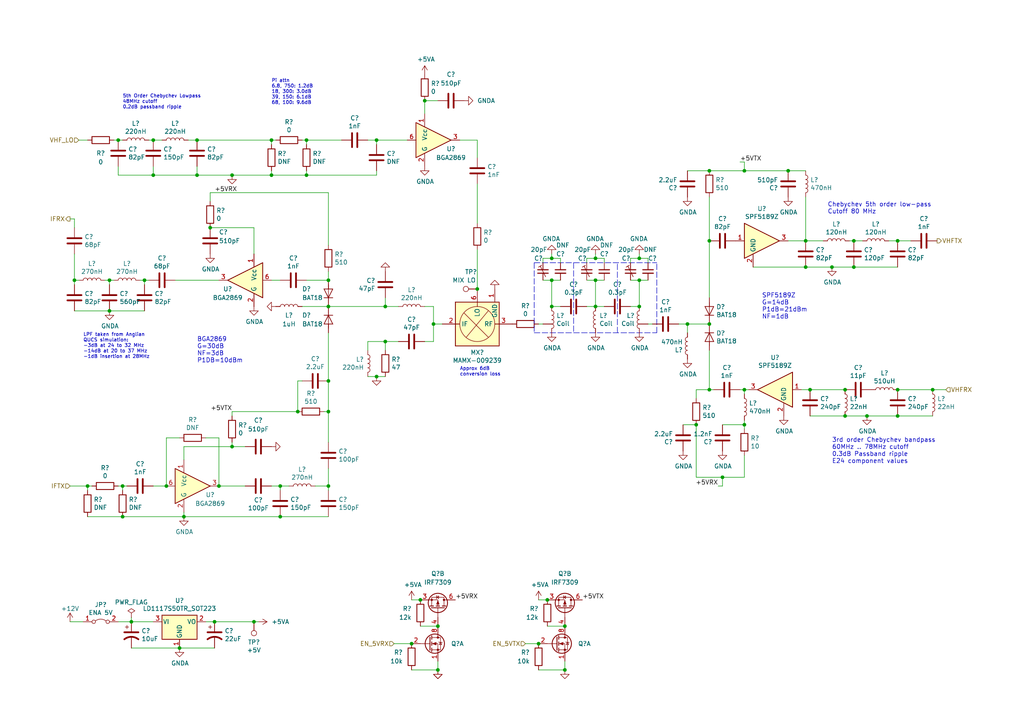
<source format=kicad_sch>
(kicad_sch (version 20211123) (generator eeschema)

  (uuid 66749c6a-b16f-43be-bab1-76caa7a8a44a)

  (paper "A4")

  (title_block
    (title "DART-70 TRX")
    (date "2023-01-15")
    (rev "0")
    (company "HB9EGM")
    (comment 1 "A 4m Band SSB/CW Transceiver")
  )

  

  (junction (at 60.96 66.04) (diameter 0) (color 0 0 0 0)
    (uuid 02567b51-491d-42f4-88b0-cfe2c1fce044)
  )
  (junction (at 260.35 113.03) (diameter 0) (color 0 0 0 0)
    (uuid 03f2c6bf-39de-43a9-b9de-8454bbbb087d)
  )
  (junction (at 185.42 81.28) (diameter 0) (color 0 0 0 0)
    (uuid 05a3fd88-c58e-4323-96ff-70847ec682b8)
  )
  (junction (at 209.55 138.43) (diameter 0) (color 0 0 0 0)
    (uuid 067b3699-1a46-41cc-9c7c-3cbbde83e2fb)
  )
  (junction (at 63.5 140.97) (diameter 0) (color 0 0 0 0)
    (uuid 06ccbc1b-6332-4fc0-a2f9-0bf8f455a430)
  )
  (junction (at 95.25 110.49) (diameter 0) (color 0 0 0 0)
    (uuid 0a2b5435-df6f-448f-96cd-9db62b5b9e70)
  )
  (junction (at 172.72 74.93) (diameter 0) (color 0 0 0 0)
    (uuid 101131db-475d-4275-89d4-ac43ee9a25d5)
  )
  (junction (at 57.15 40.64) (diameter 0) (color 0 0 0 0)
    (uuid 10daf2ca-3394-48e8-b6ba-0550bd8468cb)
  )
  (junction (at 205.74 113.03) (diameter 0) (color 0 0 0 0)
    (uuid 12fc5fae-2589-481a-9c5c-1325ed3bb3b8)
  )
  (junction (at 251.46 120.65) (diameter 0) (color 0 0 0 0)
    (uuid 160dcd9c-7158-438b-b560-f70c0dcf13b1)
  )
  (junction (at 270.51 113.03) (diameter 0) (color 0 0 0 0)
    (uuid 17c68fc3-2367-48b2-a5af-3b3b2a36f525)
  )
  (junction (at 205.74 93.98) (diameter 0) (color 0 0 0 0)
    (uuid 1d052412-811d-4384-b62d-b10970534fb5)
  )
  (junction (at 260.35 69.85) (diameter 0) (color 0 0 0 0)
    (uuid 216aa6f9-834c-4cf0-8d7d-1ba1c3dae06e)
  )
  (junction (at 35.56 149.86) (diameter 0) (color 0 0 0 0)
    (uuid 21f58734-fe5c-4a86-add9-a9d5a28072d0)
  )
  (junction (at 215.9 123.19) (diameter 0) (color 0 0 0 0)
    (uuid 26cd24ad-dc7e-4f22-8cf0-d09179b0d265)
  )
  (junction (at 109.22 109.22) (diameter 0) (color 0 0 0 0)
    (uuid 2717f789-6e9a-45e5-ba68-0e97a483a090)
  )
  (junction (at 160.02 81.28) (diameter 0) (color 0 0 0 0)
    (uuid 2d9bce5f-b18b-47a2-9654-99086bc7c8ca)
  )
  (junction (at 205.74 49.53) (diameter 0) (color 0 0 0 0)
    (uuid 2dd9a5be-3aa9-4cf6-850b-b3df04cedb00)
  )
  (junction (at 228.6 49.53) (diameter 0) (color 0 0 0 0)
    (uuid 2f389684-fc2a-46a1-b11d-5ff1e4efe356)
  )
  (junction (at 25.4 140.97) (diameter 0) (color 0 0 0 0)
    (uuid 352f28bf-b1c2-4de5-992d-e57cf2e8483f)
  )
  (junction (at 121.92 173.99) (diameter 0) (color 0 0 0 0)
    (uuid 3cdd29cd-f7d5-4f1f-90af-98c32e5adf8f)
  )
  (junction (at 48.26 140.97) (diameter 0) (color 0 0 0 0)
    (uuid 3ff87719-b353-4efc-bf3c-dccf3c161a57)
  )
  (junction (at 52.07 187.96) (diameter 0) (color 0 0 0 0)
    (uuid 4650598b-8ec0-4a38-8b43-e41b603ff53c)
  )
  (junction (at 127 181.61) (diameter 0) (color 0 0 0 0)
    (uuid 4a87f15b-276a-46e9-af2c-bd6c86b489d7)
  )
  (junction (at 62.23 180.34) (diameter 0) (color 0 0 0 0)
    (uuid 54ce500e-2e6a-4454-858c-a16838109e49)
  )
  (junction (at 215.9 49.53) (diameter 0) (color 0 0 0 0)
    (uuid 6228b587-c759-4f5a-aee2-44d44c696a08)
  )
  (junction (at 125.73 93.98) (diameter 0) (color 0 0 0 0)
    (uuid 63065c9b-8053-430e-bdb0-072a1e704078)
  )
  (junction (at 35.56 140.97) (diameter 0) (color 0 0 0 0)
    (uuid 65d5c78a-4863-4a6e-8ee9-7f7694e5dd47)
  )
  (junction (at 233.68 77.47) (diameter 0) (color 0 0 0 0)
    (uuid 66615e91-3e7a-41a3-a5de-d8915c5cd486)
  )
  (junction (at 119.38 186.69) (diameter 0) (color 0 0 0 0)
    (uuid 727193af-cefc-4d3d-971c-b8113d72e132)
  )
  (junction (at 44.45 40.64) (diameter 0) (color 0 0 0 0)
    (uuid 75f0fc0e-92ee-4d72-91b9-969bbdf6a516)
  )
  (junction (at 205.74 69.85) (diameter 0) (color 0 0 0 0)
    (uuid 774bd91e-6eb9-41ae-a7fd-20b88a031e1c)
  )
  (junction (at 233.68 69.85) (diameter 0) (color 0 0 0 0)
    (uuid 775b50f1-c021-45e5-b4f4-3da4bfa305be)
  )
  (junction (at 172.72 88.9) (diameter 0) (color 0 0 0 0)
    (uuid 8106e159-fb99-406c-bc50-06500718779d)
  )
  (junction (at 109.22 40.64) (diameter 0) (color 0 0 0 0)
    (uuid 85195ff4-4022-4363-b14b-87d01de5d306)
  )
  (junction (at 73.66 180.34) (diameter 0) (color 0 0 0 0)
    (uuid 89fb1f5e-c45d-4876-b4d9-2f0eb3fb6afc)
  )
  (junction (at 247.65 69.85) (diameter 0) (color 0 0 0 0)
    (uuid 8b14e97f-a7f6-455f-85ae-a0954b928855)
  )
  (junction (at 31.75 90.17) (diameter 0) (color 0 0 0 0)
    (uuid 8bb0a05e-e024-4c96-8062-b72bb8f6b3b6)
  )
  (junction (at 95.25 88.9) (diameter 0) (color 0 0 0 0)
    (uuid 8c1a53c3-eda8-4cf7-9683-1f61b02265f4)
  )
  (junction (at 34.29 40.64) (diameter 0) (color 0 0 0 0)
    (uuid 91b483e1-f0ff-4000-955c-193367ed899a)
  )
  (junction (at 57.15 50.8) (diameter 0) (color 0 0 0 0)
    (uuid 932b167d-ddab-4c71-b0d5-3168e84d05b6)
  )
  (junction (at 78.74 50.8) (diameter 0) (color 0 0 0 0)
    (uuid 93b57547-14ef-426b-8dd7-720b4647ee08)
  )
  (junction (at 247.65 77.47) (diameter 0) (color 0 0 0 0)
    (uuid 95b18c49-20bf-4d9f-b3e3-cebdbf176759)
  )
  (junction (at 199.39 93.98) (diameter 0) (color 0 0 0 0)
    (uuid 9bf41a0b-ea8e-4983-9913-df79ab0696ea)
  )
  (junction (at 163.83 181.61) (diameter 0) (color 0 0 0 0)
    (uuid 9cad06d9-c612-4d87-9aa9-f62f762df9f4)
  )
  (junction (at 185.42 74.93) (diameter 0) (color 0 0 0 0)
    (uuid 9d460f71-ca89-4f90-b952-20c79bec7158)
  )
  (junction (at 41.91 81.28) (diameter 0) (color 0 0 0 0)
    (uuid 9eb4c32c-a62b-416a-a386-ea1abd0b0a0d)
  )
  (junction (at 172.72 81.28) (diameter 0) (color 0 0 0 0)
    (uuid a18da1d6-412f-494b-867d-28a1d0ab5318)
  )
  (junction (at 201.93 123.19) (diameter 0) (color 0 0 0 0)
    (uuid a2596afc-a768-4a7c-9191-a7e735f775bd)
  )
  (junction (at 67.31 50.8) (diameter 0) (color 0 0 0 0)
    (uuid a3acfd1c-df2f-4f66-b724-7f316f483950)
  )
  (junction (at 127 194.31) (diameter 0) (color 0 0 0 0)
    (uuid a491d734-79f9-4b48-a3fb-de0f1ca67066)
  )
  (junction (at 21.59 81.28) (diameter 0) (color 0 0 0 0)
    (uuid a510e5e5-5ef7-4d6a-a501-65eee345df9c)
  )
  (junction (at 163.83 194.31) (diameter 0) (color 0 0 0 0)
    (uuid a7433e7f-b98c-4b31-ad66-13e099a2cdaf)
  )
  (junction (at 95.25 81.28) (diameter 0) (color 0 0 0 0)
    (uuid aa939002-c65a-4bc5-8b33-1d5bc4c91f9d)
  )
  (junction (at 245.11 113.03) (diameter 0) (color 0 0 0 0)
    (uuid aba0b686-27a7-4612-9120-56df9850a0f3)
  )
  (junction (at 95.25 119.38) (diameter 0) (color 0 0 0 0)
    (uuid bf562497-0a71-4eb8-8045-49f675de552e)
  )
  (junction (at 245.11 120.65) (diameter 0) (color 0 0 0 0)
    (uuid c3f949c9-bffb-4193-94d9-a79840626951)
  )
  (junction (at 81.28 149.86) (diameter 0) (color 0 0 0 0)
    (uuid c7daa16d-2cdc-48f9-84e1-6fd3b9ab8609)
  )
  (junction (at 88.9 40.64) (diameter 0) (color 0 0 0 0)
    (uuid c873fbd2-c35e-4523-8311-de379b125b9d)
  )
  (junction (at 160.02 74.93) (diameter 0) (color 0 0 0 0)
    (uuid ca9b4264-1527-4eb9-9c4a-0f8f3219656b)
  )
  (junction (at 160.02 88.9) (diameter 0) (color 0 0 0 0)
    (uuid cd5e5396-17e0-450e-8b9a-002266132cf2)
  )
  (junction (at 156.21 186.69) (diameter 0) (color 0 0 0 0)
    (uuid ce7f1bfd-1014-4f6f-b4f1-7de465512724)
  )
  (junction (at 234.95 113.03) (diameter 0) (color 0 0 0 0)
    (uuid d22d7732-de34-40be-871d-a04e8e3508dc)
  )
  (junction (at 123.19 29.21) (diameter 0) (color 0 0 0 0)
    (uuid d2d1dd6f-8881-4c2b-9f36-c8d23c496986)
  )
  (junction (at 215.9 113.03) (diameter 0) (color 0 0 0 0)
    (uuid d9c9046c-34c5-4cac-9cb3-760e2219db2a)
  )
  (junction (at 44.45 50.8) (diameter 0) (color 0 0 0 0)
    (uuid dc588c3d-5206-4af5-96df-dc33e470667e)
  )
  (junction (at 241.3 77.47) (diameter 0) (color 0 0 0 0)
    (uuid dd70541c-ed72-41a4-b278-03a490cbdaf1)
  )
  (junction (at 95.25 140.97) (diameter 0) (color 0 0 0 0)
    (uuid e0fafb5a-7612-49f2-857e-07a48cf36c67)
  )
  (junction (at 78.74 40.64) (diameter 0) (color 0 0 0 0)
    (uuid e17afcb0-49dd-4f12-a913-1d8e2e4c5b94)
  )
  (junction (at 158.75 173.99) (diameter 0) (color 0 0 0 0)
    (uuid e2405a6d-b5f1-4892-820c-4d347303f3e4)
  )
  (junction (at 86.36 119.38) (diameter 0) (color 0 0 0 0)
    (uuid e4e5efbf-5f6e-47bb-b454-0f7ee3ed75bc)
  )
  (junction (at 38.1 180.34) (diameter 0) (color 0 0 0 0)
    (uuid e65c219d-b729-4a2c-bdfa-4015564ce962)
  )
  (junction (at 31.75 81.28) (diameter 0) (color 0 0 0 0)
    (uuid eae70e4c-a4fe-42ec-9720-c05b32ed5140)
  )
  (junction (at 111.76 99.06) (diameter 0) (color 0 0 0 0)
    (uuid ebd0fc89-8e13-43bb-945a-2e8b75c613c1)
  )
  (junction (at 88.9 50.8) (diameter 0) (color 0 0 0 0)
    (uuid ec4fc551-9561-4ff0-a309-1fd93dc95354)
  )
  (junction (at 81.28 140.97) (diameter 0) (color 0 0 0 0)
    (uuid ef79b516-f387-4bff-98aa-61eff96e72d2)
  )
  (junction (at 67.31 129.54) (diameter 0) (color 0 0 0 0)
    (uuid f08b4f32-723d-4df7-a5cf-f11c8a1baf74)
  )
  (junction (at 138.43 83.82) (diameter 0) (color 0 0 0 0)
    (uuid f09822c0-7fac-44ce-a87f-366f7a49f250)
  )
  (junction (at 185.42 88.9) (diameter 0) (color 0 0 0 0)
    (uuid f52f1267-ef72-4576-80d0-5917f82db729)
  )
  (junction (at 260.35 120.65) (diameter 0) (color 0 0 0 0)
    (uuid f9198f7a-35c7-441b-8222-e190f80189c6)
  )
  (junction (at 53.34 149.86) (diameter 0) (color 0 0 0 0)
    (uuid fcf53a3f-59b9-4ab4-bae0-543d7757d600)
  )
  (junction (at 111.76 88.9) (diameter 0) (color 0 0 0 0)
    (uuid ff974328-a07c-48c8-acb8-3917722c0b92)
  )

  (wire (pts (xy 21.59 82.55) (xy 21.59 81.28))
    (stroke (width 0) (type default) (color 0 0 0 0))
    (uuid 024cc201-4a12-4ae8-bfab-38147f08c82b)
  )
  (wire (pts (xy 41.91 81.28) (xy 43.18 81.28))
    (stroke (width 0) (type default) (color 0 0 0 0))
    (uuid 035e0cf3-8ba7-4e18-8dd3-f8e636f1c886)
  )
  (wire (pts (xy 198.12 123.19) (xy 201.93 123.19))
    (stroke (width 0) (type default) (color 0 0 0 0))
    (uuid 03f16627-7ce3-4e9a-9706-778678e98c1c)
  )
  (wire (pts (xy 233.68 69.85) (xy 238.76 69.85))
    (stroke (width 0) (type default) (color 0 0 0 0))
    (uuid 05b39569-aaa4-4273-9b2f-9e1c6ca4bf60)
  )
  (wire (pts (xy 157.48 74.93) (xy 160.02 74.93))
    (stroke (width 0) (type default) (color 0 0 0 0))
    (uuid 060a9d78-785b-4e95-9f27-c70c9bd79368)
  )
  (wire (pts (xy 95.25 55.88) (xy 95.25 71.12))
    (stroke (width 0) (type default) (color 0 0 0 0))
    (uuid 0771d364-a669-462b-8c26-3e56d6fd2b2c)
  )
  (wire (pts (xy 88.9 40.64) (xy 87.63 40.64))
    (stroke (width 0) (type default) (color 0 0 0 0))
    (uuid 078044b2-8672-471f-8af0-713545e8135d)
  )
  (polyline (pts (xy 190.5 96.52) (xy 190.5 76.2))
    (stroke (width 0) (type default) (color 0 0 0 0))
    (uuid 0a3cbae7-b160-4bf5-bc29-b843867e2bbd)
  )

  (wire (pts (xy 109.22 41.91) (xy 109.22 40.64))
    (stroke (width 0) (type default) (color 0 0 0 0))
    (uuid 0ab7eac0-2505-46ca-a15f-2fbf3a0464df)
  )
  (wire (pts (xy 35.56 40.64) (xy 34.29 40.64))
    (stroke (width 0) (type default) (color 0 0 0 0))
    (uuid 0d4eecf0-767b-46cf-87a6-41ee96560c59)
  )
  (wire (pts (xy 201.93 123.19) (xy 201.93 138.43))
    (stroke (width 0) (type default) (color 0 0 0 0))
    (uuid 10e85d49-8c1d-4e38-920c-77246389daec)
  )
  (wire (pts (xy 187.96 74.93) (xy 187.96 76.2))
    (stroke (width 0) (type default) (color 0 0 0 0))
    (uuid 115c2483-0d3d-4658-9c56-55683456b2f9)
  )
  (wire (pts (xy 25.4 140.97) (xy 20.32 140.97))
    (stroke (width 0) (type default) (color 0 0 0 0))
    (uuid 11c13b9d-0404-4268-bab1-f545d338c0be)
  )
  (wire (pts (xy 50.8 81.28) (xy 63.5 81.28))
    (stroke (width 0) (type default) (color 0 0 0 0))
    (uuid 12b06950-23c0-46a3-97b4-485917511191)
  )
  (wire (pts (xy 182.88 74.93) (xy 185.42 74.93))
    (stroke (width 0) (type default) (color 0 0 0 0))
    (uuid 133e4738-5308-4c8f-a278-ff3a4b573a42)
  )
  (wire (pts (xy 52.07 187.96) (xy 62.23 187.96))
    (stroke (width 0) (type default) (color 0 0 0 0))
    (uuid 1503d8f8-f748-488a-be6b-682a25f8122b)
  )
  (wire (pts (xy 175.26 74.93) (xy 175.26 76.2))
    (stroke (width 0) (type default) (color 0 0 0 0))
    (uuid 15849db9-220e-4afd-b7a0-07e5cbc925e5)
  )
  (wire (pts (xy 106.68 99.06) (xy 111.76 99.06))
    (stroke (width 0) (type default) (color 0 0 0 0))
    (uuid 169fbf9e-c683-4879-aed2-ef27f2a35b47)
  )
  (wire (pts (xy 80.01 40.64) (xy 78.74 40.64))
    (stroke (width 0) (type default) (color 0 0 0 0))
    (uuid 179b931a-ee6e-4f42-a650-8fcc15be33cf)
  )
  (wire (pts (xy 185.42 73.66) (xy 185.42 74.93))
    (stroke (width 0) (type default) (color 0 0 0 0))
    (uuid 1807c891-5ccf-491b-b7cb-6605d0030f30)
  )
  (wire (pts (xy 106.68 40.64) (xy 109.22 40.64))
    (stroke (width 0) (type default) (color 0 0 0 0))
    (uuid 1982601b-2a8e-40bd-a5af-aba91929618d)
  )
  (wire (pts (xy 246.38 69.85) (xy 247.65 69.85))
    (stroke (width 0) (type default) (color 0 0 0 0))
    (uuid 1eea39a5-2762-4e3a-8c74-b0e5bc37cc89)
  )
  (wire (pts (xy 215.9 123.19) (xy 215.9 121.92))
    (stroke (width 0) (type default) (color 0 0 0 0))
    (uuid 2103272c-7211-4351-8c30-d9ee75c2fa7e)
  )
  (wire (pts (xy 57.15 40.64) (xy 54.61 40.64))
    (stroke (width 0) (type default) (color 0 0 0 0))
    (uuid 21461412-9af2-4516-b83c-e86442da6f76)
  )
  (wire (pts (xy 133.35 40.64) (xy 138.43 40.64))
    (stroke (width 0) (type default) (color 0 0 0 0))
    (uuid 21a00f46-105c-4e4b-a84f-ed4acb136567)
  )
  (wire (pts (xy 88.9 49.53) (xy 88.9 50.8))
    (stroke (width 0) (type default) (color 0 0 0 0))
    (uuid 21de29f1-55e6-491f-9b72-2d0cf15d30d9)
  )
  (wire (pts (xy 260.35 120.65) (xy 270.51 120.65))
    (stroke (width 0) (type default) (color 0 0 0 0))
    (uuid 24997cd2-6ddc-452d-8f8d-5ed1f34ea421)
  )
  (wire (pts (xy 160.02 73.66) (xy 160.02 74.93))
    (stroke (width 0) (type default) (color 0 0 0 0))
    (uuid 260c26af-1e30-4624-94a4-7cbfebc53f93)
  )
  (wire (pts (xy 63.5 140.97) (xy 71.12 140.97))
    (stroke (width 0) (type default) (color 0 0 0 0))
    (uuid 27260fd1-7e11-444d-9206-9db48718c252)
  )
  (wire (pts (xy 201.93 113.03) (xy 205.74 113.03))
    (stroke (width 0) (type default) (color 0 0 0 0))
    (uuid 2b3b0810-cd1d-48a1-a104-fe015cf2af3c)
  )
  (wire (pts (xy 162.56 74.93) (xy 162.56 76.2))
    (stroke (width 0) (type default) (color 0 0 0 0))
    (uuid 2b5ef57e-9829-4c8c-a772-0c450fa178e8)
  )
  (wire (pts (xy 209.55 138.43) (xy 215.9 138.43))
    (stroke (width 0) (type default) (color 0 0 0 0))
    (uuid 2dd2edde-b79d-4ec7-87aa-5955ab5302f8)
  )
  (wire (pts (xy 114.3 186.69) (xy 119.38 186.69))
    (stroke (width 0) (type default) (color 0 0 0 0))
    (uuid 317b3327-81e5-42d8-ba53-a7623d7a8708)
  )
  (wire (pts (xy 170.18 76.2) (xy 170.18 74.93))
    (stroke (width 0) (type default) (color 0 0 0 0))
    (uuid 31fb150b-1634-44a3-bbf0-4f27407886b5)
  )
  (wire (pts (xy 88.9 41.91) (xy 88.9 40.64))
    (stroke (width 0) (type default) (color 0 0 0 0))
    (uuid 36709ce8-feaf-4ca8-a999-4108fb101352)
  )
  (wire (pts (xy 233.68 77.47) (xy 241.3 77.47))
    (stroke (width 0) (type default) (color 0 0 0 0))
    (uuid 36e55dc7-b8dd-4b75-aa11-1a977430e4af)
  )
  (wire (pts (xy 119.38 173.99) (xy 121.92 173.99))
    (stroke (width 0) (type default) (color 0 0 0 0))
    (uuid 37230808-99dc-4179-b260-0a45169e8644)
  )
  (wire (pts (xy 71.12 129.54) (xy 67.31 129.54))
    (stroke (width 0) (type default) (color 0 0 0 0))
    (uuid 377e1abf-612a-4df5-b5eb-45b0a4ea0c9e)
  )
  (wire (pts (xy 57.15 50.8) (xy 44.45 50.8))
    (stroke (width 0) (type default) (color 0 0 0 0))
    (uuid 37a423bc-f22b-4f78-8391-c64cc41bfdd6)
  )
  (wire (pts (xy 48.26 140.97) (xy 48.26 127))
    (stroke (width 0) (type default) (color 0 0 0 0))
    (uuid 37fed5f7-4342-43d4-8e52-4cb994a65b60)
  )
  (wire (pts (xy 78.74 81.28) (xy 81.28 81.28))
    (stroke (width 0) (type default) (color 0 0 0 0))
    (uuid 392feb7d-639c-4109-b633-4f77161d9a00)
  )
  (wire (pts (xy 67.31 119.38) (xy 67.31 120.65))
    (stroke (width 0) (type default) (color 0 0 0 0))
    (uuid 3b61ba43-a744-4e60-91dd-12af0722c056)
  )
  (wire (pts (xy 35.56 140.97) (xy 34.29 140.97))
    (stroke (width 0) (type default) (color 0 0 0 0))
    (uuid 3e4b4d52-ec1d-4c6c-8348-5ce6174b6e25)
  )
  (wire (pts (xy 109.22 40.64) (xy 118.11 40.64))
    (stroke (width 0) (type default) (color 0 0 0 0))
    (uuid 3f230696-6936-45fb-9c05-e7c58419a4fe)
  )
  (wire (pts (xy 109.22 50.8) (xy 109.22 49.53))
    (stroke (width 0) (type default) (color 0 0 0 0))
    (uuid 4055fe96-6cd0-4098-a3eb-28bdaf898065)
  )
  (wire (pts (xy 205.74 101.6) (xy 205.74 113.03))
    (stroke (width 0) (type default) (color 0 0 0 0))
    (uuid 41456f29-a703-4d12-85d0-c21ea7c0a452)
  )
  (wire (pts (xy 87.63 110.49) (xy 86.36 110.49))
    (stroke (width 0) (type default) (color 0 0 0 0))
    (uuid 4373547b-d3a9-4735-9a12-7e388d4b1d9d)
  )
  (wire (pts (xy 21.59 81.28) (xy 22.86 81.28))
    (stroke (width 0) (type default) (color 0 0 0 0))
    (uuid 43a0eb75-5fcf-4672-aa9e-0cc7c7115f22)
  )
  (wire (pts (xy 215.9 138.43) (xy 215.9 132.08))
    (stroke (width 0) (type default) (color 0 0 0 0))
    (uuid 45005e12-36a9-4853-a83d-a87ffad800b4)
  )
  (wire (pts (xy 215.9 124.46) (xy 215.9 123.19))
    (stroke (width 0) (type default) (color 0 0 0 0))
    (uuid 45580b2c-f853-4bae-b48d-8b2b7a8c9649)
  )
  (wire (pts (xy 73.66 180.34) (xy 74.93 180.34))
    (stroke (width 0) (type default) (color 0 0 0 0))
    (uuid 46aa6345-737c-4dbd-91a2-dc6be0ddc5ae)
  )
  (wire (pts (xy 59.69 127) (xy 63.5 127))
    (stroke (width 0) (type default) (color 0 0 0 0))
    (uuid 47c2b278-ae5d-4e95-b5c8-9e4f00c4a0ec)
  )
  (polyline (pts (xy 166.37 76.2) (xy 166.37 96.52))
    (stroke (width 0) (type default) (color 0 0 0 0))
    (uuid 48afede4-072d-4812-9a6d-de4cc719bbfc)
  )

  (wire (pts (xy 185.42 81.28) (xy 187.96 81.28))
    (stroke (width 0) (type default) (color 0 0 0 0))
    (uuid 48c77641-1046-44b0-bae8-52da953ea633)
  )
  (wire (pts (xy 60.96 58.42) (xy 60.96 55.88))
    (stroke (width 0) (type default) (color 0 0 0 0))
    (uuid 4a333138-062a-4541-87e1-d6ef03b1e3dd)
  )
  (wire (pts (xy 81.28 140.97) (xy 83.82 140.97))
    (stroke (width 0) (type default) (color 0 0 0 0))
    (uuid 4cd7fbd1-3778-4a48-ab60-c36eed16d8c5)
  )
  (wire (pts (xy 20.32 180.34) (xy 24.13 180.34))
    (stroke (width 0) (type default) (color 0 0 0 0))
    (uuid 4f1890ef-2953-4b44-b85e-7d86f5135aac)
  )
  (wire (pts (xy 172.72 88.9) (xy 175.26 88.9))
    (stroke (width 0) (type default) (color 0 0 0 0))
    (uuid 4f483546-5fe1-407e-aca5-4726d4b59bdf)
  )
  (wire (pts (xy 205.74 57.15) (xy 205.74 69.85))
    (stroke (width 0) (type default) (color 0 0 0 0))
    (uuid 4f5c185a-e11b-4d82-a8bc-b9689c9c633b)
  )
  (wire (pts (xy 67.31 50.8) (xy 78.74 50.8))
    (stroke (width 0) (type default) (color 0 0 0 0))
    (uuid 51b0ddb2-d73c-4b77-8065-960af2349f14)
  )
  (wire (pts (xy 78.74 50.8) (xy 78.74 49.53))
    (stroke (width 0) (type default) (color 0 0 0 0))
    (uuid 51c3e3cc-739b-4bac-a271-7f779051de39)
  )
  (wire (pts (xy 35.56 149.86) (xy 25.4 149.86))
    (stroke (width 0) (type default) (color 0 0 0 0))
    (uuid 553f8fdd-c870-4163-a81b-a10a24a3351e)
  )
  (wire (pts (xy 95.25 110.49) (xy 95.25 119.38))
    (stroke (width 0) (type default) (color 0 0 0 0))
    (uuid 55b6b040-a746-4424-a5b4-1f45a1d15120)
  )
  (wire (pts (xy 127 194.31) (xy 119.38 194.31))
    (stroke (width 0) (type default) (color 0 0 0 0))
    (uuid 57bc8c39-1c61-48a7-b2b9-e074f6a884b9)
  )
  (wire (pts (xy 60.96 55.88) (xy 95.25 55.88))
    (stroke (width 0) (type default) (color 0 0 0 0))
    (uuid 5821604d-5ceb-420a-b7e4-ba8f3233a4b7)
  )
  (wire (pts (xy 111.76 101.6) (xy 111.76 99.06))
    (stroke (width 0) (type default) (color 0 0 0 0))
    (uuid 5962fb65-4840-4342-83d8-ebe11a13a0c5)
  )
  (wire (pts (xy 232.41 113.03) (xy 234.95 113.03))
    (stroke (width 0) (type default) (color 0 0 0 0))
    (uuid 5b4b5c6f-05a3-4664-adf7-2293c612cc4c)
  )
  (wire (pts (xy 160.02 81.28) (xy 162.56 81.28))
    (stroke (width 0) (type default) (color 0 0 0 0))
    (uuid 5cfef867-dff5-4abc-9cf1-6fa8f45eaef2)
  )
  (wire (pts (xy 44.45 50.8) (xy 34.29 50.8))
    (stroke (width 0) (type default) (color 0 0 0 0))
    (uuid 5cff2459-d275-4803-8fa2-8289cb689a75)
  )
  (wire (pts (xy 201.93 115.57) (xy 201.93 113.03))
    (stroke (width 0) (type default) (color 0 0 0 0))
    (uuid 60e6d176-aade-439f-80d8-764c13ba9024)
  )
  (wire (pts (xy 57.15 50.8) (xy 57.15 48.26))
    (stroke (width 0) (type default) (color 0 0 0 0))
    (uuid 620fd31f-1d7e-453a-874c-5731a4bbc505)
  )
  (wire (pts (xy 209.55 123.19) (xy 215.9 123.19))
    (stroke (width 0) (type default) (color 0 0 0 0))
    (uuid 6356fe97-06cd-4a4b-b2f2-2e98498da4a1)
  )
  (wire (pts (xy 208.28 140.97) (xy 209.55 140.97))
    (stroke (width 0) (type default) (color 0 0 0 0))
    (uuid 638492c1-39c4-4e69-a3a1-232b324e5b21)
  )
  (wire (pts (xy 44.45 50.8) (xy 44.45 48.26))
    (stroke (width 0) (type default) (color 0 0 0 0))
    (uuid 659d7e05-6d30-4048-9451-144bfa6ef129)
  )
  (wire (pts (xy 170.18 81.28) (xy 172.72 81.28))
    (stroke (width 0) (type default) (color 0 0 0 0))
    (uuid 6640c556-30bc-4fc7-a797-35ec65cf0f77)
  )
  (wire (pts (xy 215.9 113.03) (xy 214.63 113.03))
    (stroke (width 0) (type default) (color 0 0 0 0))
    (uuid 67ab6325-5225-42ee-86cc-5aee5e01efce)
  )
  (polyline (pts (xy 179.07 96.52) (xy 179.07 76.2))
    (stroke (width 0) (type default) (color 0 0 0 0))
    (uuid 67f80db7-ac30-4dde-8bf8-915428d171ed)
  )

  (wire (pts (xy 59.69 180.34) (xy 62.23 180.34))
    (stroke (width 0) (type default) (color 0 0 0 0))
    (uuid 6a784a31-50b5-4176-9ee4-0ad6fc9a1083)
  )
  (wire (pts (xy 138.43 40.64) (xy 138.43 45.72))
    (stroke (width 0) (type default) (color 0 0 0 0))
    (uuid 6a7b2059-d977-4612-95c2-3fe01e6e1434)
  )
  (wire (pts (xy 95.25 81.28) (xy 95.25 78.74))
    (stroke (width 0) (type default) (color 0 0 0 0))
    (uuid 6b27d8b2-ee0e-419a-8cca-494e0b743c57)
  )
  (wire (pts (xy 182.88 76.2) (xy 182.88 74.93))
    (stroke (width 0) (type default) (color 0 0 0 0))
    (uuid 6bcc4470-6fe4-4c8d-ba29-7eeb8005d7fa)
  )
  (wire (pts (xy 36.83 140.97) (xy 35.56 140.97))
    (stroke (width 0) (type default) (color 0 0 0 0))
    (uuid 6ce712c5-fc40-4079-b769-1caeda39d8f3)
  )
  (wire (pts (xy 199.39 49.53) (xy 205.74 49.53))
    (stroke (width 0) (type default) (color 0 0 0 0))
    (uuid 6d259b3b-196b-4e6b-acdf-fc3e09319776)
  )
  (wire (pts (xy 163.83 194.31) (xy 156.21 194.31))
    (stroke (width 0) (type default) (color 0 0 0 0))
    (uuid 6f374e2b-ea34-4806-a08a-b249048582fa)
  )
  (polyline (pts (xy 154.94 76.2) (xy 154.94 96.52))
    (stroke (width 0) (type default) (color 0 0 0 0))
    (uuid 7055685d-2e9b-46e1-bc20-a497c53cfccc)
  )

  (wire (pts (xy 160.02 88.9) (xy 162.56 88.9))
    (stroke (width 0) (type default) (color 0 0 0 0))
    (uuid 7075a498-5749-4f19-ba7d-9b8161486d1a)
  )
  (wire (pts (xy 233.68 57.15) (xy 233.68 69.85))
    (stroke (width 0) (type default) (color 0 0 0 0))
    (uuid 70852beb-7102-4701-922b-9248dc6321b9)
  )
  (wire (pts (xy 81.28 142.24) (xy 81.28 140.97))
    (stroke (width 0) (type default) (color 0 0 0 0))
    (uuid 72745e37-6398-4523-a0b8-fcae44c9df22)
  )
  (wire (pts (xy 215.9 49.53) (xy 228.6 49.53))
    (stroke (width 0) (type default) (color 0 0 0 0))
    (uuid 72f86fac-1de9-4853-b551-bbe9529da2a3)
  )
  (wire (pts (xy 93.98 119.38) (xy 95.25 119.38))
    (stroke (width 0) (type default) (color 0 0 0 0))
    (uuid 738c73ca-416f-4cdc-b135-180d4d696484)
  )
  (wire (pts (xy 78.74 40.64) (xy 78.74 41.91))
    (stroke (width 0) (type default) (color 0 0 0 0))
    (uuid 75288219-cb62-4584-bfee-979eec5f882a)
  )
  (wire (pts (xy 86.36 119.38) (xy 67.31 119.38))
    (stroke (width 0) (type default) (color 0 0 0 0))
    (uuid 7590e24b-577c-4fcd-9e1f-ab45b189df19)
  )
  (wire (pts (xy 228.6 49.53) (xy 233.68 49.53))
    (stroke (width 0) (type default) (color 0 0 0 0))
    (uuid 759bd0f6-2646-44e7-94e8-5efbb41acb61)
  )
  (wire (pts (xy 88.9 50.8) (xy 109.22 50.8))
    (stroke (width 0) (type default) (color 0 0 0 0))
    (uuid 77697486-3706-446b-b0dc-99c11e5b6fb4)
  )
  (wire (pts (xy 22.86 40.64) (xy 25.4 40.64))
    (stroke (width 0) (type default) (color 0 0 0 0))
    (uuid 7a961303-0ee0-4514-9c41-71f7612da80d)
  )
  (wire (pts (xy 111.76 99.06) (xy 115.57 99.06))
    (stroke (width 0) (type default) (color 0 0 0 0))
    (uuid 7b914471-3d1b-40f6-8fee-092f137ff2e0)
  )
  (wire (pts (xy 35.56 149.86) (xy 53.34 149.86))
    (stroke (width 0) (type default) (color 0 0 0 0))
    (uuid 7cea007c-3280-4e58-94e8-fd0f1c985899)
  )
  (wire (pts (xy 205.74 86.36) (xy 205.74 69.85))
    (stroke (width 0) (type default) (color 0 0 0 0))
    (uuid 7de935c6-9119-4940-8080-9aaeda4f0cdd)
  )
  (wire (pts (xy 214.63 46.99) (xy 215.9 46.99))
    (stroke (width 0) (type default) (color 0 0 0 0))
    (uuid 7f180349-2cf1-4faf-8ede-f82101d0fa01)
  )
  (wire (pts (xy 158.75 181.61) (xy 163.83 181.61))
    (stroke (width 0) (type default) (color 0 0 0 0))
    (uuid 7fba5bda-82b7-4610-b92b-36712e57b8ae)
  )
  (wire (pts (xy 251.46 120.65) (xy 260.35 120.65))
    (stroke (width 0) (type default) (color 0 0 0 0))
    (uuid 80acb5a1-638b-4285-857f-e2585dbcfd3f)
  )
  (wire (pts (xy 172.72 81.28) (xy 175.26 81.28))
    (stroke (width 0) (type default) (color 0 0 0 0))
    (uuid 80cb90dd-8449-449f-bec1-5e371021e295)
  )
  (wire (pts (xy 234.95 120.65) (xy 245.11 120.65))
    (stroke (width 0) (type default) (color 0 0 0 0))
    (uuid 81e79f3b-03ef-4053-8332-ee08625e26d6)
  )
  (wire (pts (xy 199.39 93.98) (xy 205.74 93.98))
    (stroke (width 0) (type default) (color 0 0 0 0))
    (uuid 84a6c803-a4ac-48df-95fb-6930cca4e25e)
  )
  (wire (pts (xy 199.39 96.52) (xy 199.39 93.98))
    (stroke (width 0) (type default) (color 0 0 0 0))
    (uuid 84b3d674-c896-4b45-8754-206b7ffab72a)
  )
  (wire (pts (xy 152.4 186.69) (xy 156.21 186.69))
    (stroke (width 0) (type default) (color 0 0 0 0))
    (uuid 85640014-c6d4-40af-af54-a03d32fa69d7)
  )
  (wire (pts (xy 87.63 88.9) (xy 95.25 88.9))
    (stroke (width 0) (type default) (color 0 0 0 0))
    (uuid 892ee75c-1313-4950-84c4-ad3932813816)
  )
  (wire (pts (xy 91.44 140.97) (xy 95.25 140.97))
    (stroke (width 0) (type default) (color 0 0 0 0))
    (uuid 8a80af2d-ce13-4b11-8a6d-9856813678bd)
  )
  (wire (pts (xy 121.92 181.61) (xy 127 181.61))
    (stroke (width 0) (type default) (color 0 0 0 0))
    (uuid 8c64738e-4af4-4dd5-b6e1-157dcd3cd3b0)
  )
  (wire (pts (xy 41.91 81.28) (xy 40.64 81.28))
    (stroke (width 0) (type default) (color 0 0 0 0))
    (uuid 8c7ad431-18a5-4197-b13f-e4bbf0da7038)
  )
  (wire (pts (xy 257.81 69.85) (xy 260.35 69.85))
    (stroke (width 0) (type default) (color 0 0 0 0))
    (uuid 9110f47f-a990-4603-9888-a44e93a8108c)
  )
  (wire (pts (xy 73.66 66.04) (xy 60.96 66.04))
    (stroke (width 0) (type default) (color 0 0 0 0))
    (uuid 911af59e-f1b1-46d2-a9c4-dd351bc41db1)
  )
  (wire (pts (xy 95.25 96.52) (xy 95.25 110.49))
    (stroke (width 0) (type default) (color 0 0 0 0))
    (uuid 91d49aaf-5758-42d3-9e51-e9b2b8cd5c5c)
  )
  (wire (pts (xy 163.83 191.77) (xy 163.83 194.31))
    (stroke (width 0) (type default) (color 0 0 0 0))
    (uuid 934f0ec0-9b4c-4bb5-87d9-4d3a01f53db8)
  )
  (wire (pts (xy 41.91 82.55) (xy 41.91 81.28))
    (stroke (width 0) (type default) (color 0 0 0 0))
    (uuid 9396dbf5-aa3c-4ba1-a9ae-1945fbb2026c)
  )
  (wire (pts (xy 125.73 93.98) (xy 128.27 93.98))
    (stroke (width 0) (type default) (color 0 0 0 0))
    (uuid 97931d4a-7c02-4a9b-a790-a3569eede93c)
  )
  (wire (pts (xy 125.73 88.9) (xy 125.73 93.98))
    (stroke (width 0) (type default) (color 0 0 0 0))
    (uuid 97a1499d-8f21-4661-8bed-0e1e89d0838c)
  )
  (wire (pts (xy 247.65 69.85) (xy 250.19 69.85))
    (stroke (width 0) (type default) (color 0 0 0 0))
    (uuid 98ff4f6d-a60b-43b0-818a-c3cd573da89f)
  )
  (wire (pts (xy 34.29 50.8) (xy 34.29 48.26))
    (stroke (width 0) (type default) (color 0 0 0 0))
    (uuid 99f42b58-88eb-419e-9dff-f13059ef50e4)
  )
  (wire (pts (xy 209.55 140.97) (xy 209.55 138.43))
    (stroke (width 0) (type default) (color 0 0 0 0))
    (uuid 9bbfc9f6-2a80-4dea-9ff5-2759035e5aa6)
  )
  (wire (pts (xy 247.65 77.47) (xy 260.35 77.47))
    (stroke (width 0) (type default) (color 0 0 0 0))
    (uuid 9c162611-d326-45c2-97a0-d5c1a6e19742)
  )
  (wire (pts (xy 67.31 129.54) (xy 53.34 129.54))
    (stroke (width 0) (type default) (color 0 0 0 0))
    (uuid 9e36bd7c-5050-4b7d-a107-0186b5f5a7db)
  )
  (wire (pts (xy 185.42 88.9) (xy 185.42 81.28))
    (stroke (width 0) (type default) (color 0 0 0 0))
    (uuid 9e70a67e-a0cb-4ed7-a04f-451f35eb0aa2)
  )
  (wire (pts (xy 81.28 140.97) (xy 78.74 140.97))
    (stroke (width 0) (type default) (color 0 0 0 0))
    (uuid 9eaea750-5e59-4015-bbbc-7f0606821920)
  )
  (wire (pts (xy 30.48 81.28) (xy 31.75 81.28))
    (stroke (width 0) (type default) (color 0 0 0 0))
    (uuid 9fa50f42-0778-414e-80a5-be6ea027c650)
  )
  (wire (pts (xy 73.66 73.66) (xy 73.66 66.04))
    (stroke (width 0) (type default) (color 0 0 0 0))
    (uuid 9fcdaa4a-142f-4d30-98c2-09d8508cac25)
  )
  (wire (pts (xy 53.34 149.86) (xy 81.28 149.86))
    (stroke (width 0) (type default) (color 0 0 0 0))
    (uuid 9fd2c636-f5cd-47e5-bbbc-56f7c25ff6b0)
  )
  (wire (pts (xy 35.56 142.24) (xy 35.56 140.97))
    (stroke (width 0) (type default) (color 0 0 0 0))
    (uuid 9fdfdce1-97e8-4aba-b333-1f8d317b5f20)
  )
  (wire (pts (xy 157.48 81.28) (xy 160.02 81.28))
    (stroke (width 0) (type default) (color 0 0 0 0))
    (uuid a277cb94-54f4-4201-9b19-13124e8120b4)
  )
  (wire (pts (xy 86.36 110.49) (xy 86.36 119.38))
    (stroke (width 0) (type default) (color 0 0 0 0))
    (uuid a345cb5a-bcc4-40ab-9689-42a3820311de)
  )
  (wire (pts (xy 234.95 113.03) (xy 245.11 113.03))
    (stroke (width 0) (type default) (color 0 0 0 0))
    (uuid a3dc8c92-2b4e-44e7-a99c-8e839fcdd93f)
  )
  (wire (pts (xy 78.74 50.8) (xy 88.9 50.8))
    (stroke (width 0) (type default) (color 0 0 0 0))
    (uuid a7f09cc9-2878-4daf-b4fb-2ce63103f4de)
  )
  (wire (pts (xy 21.59 73.66) (xy 21.59 81.28))
    (stroke (width 0) (type default) (color 0 0 0 0))
    (uuid a85ba885-21f0-4ec6-a484-69d88e0e6f44)
  )
  (wire (pts (xy 127 191.77) (xy 127 194.31))
    (stroke (width 0) (type default) (color 0 0 0 0))
    (uuid aa330090-5e5b-4f6c-a3b1-6f788ab38f5c)
  )
  (wire (pts (xy 21.59 90.17) (xy 31.75 90.17))
    (stroke (width 0) (type default) (color 0 0 0 0))
    (uuid aa8e79d5-4110-472a-8939-dffc4dee8b42)
  )
  (wire (pts (xy 270.51 113.03) (xy 274.32 113.03))
    (stroke (width 0) (type default) (color 0 0 0 0))
    (uuid ab7b7131-ebb7-45b9-9be6-5ac6a2c9f929)
  )
  (wire (pts (xy 215.9 46.99) (xy 215.9 49.53))
    (stroke (width 0) (type default) (color 0 0 0 0))
    (uuid abaf0800-b23b-4bb1-9bdf-6551a3604128)
  )
  (wire (pts (xy 44.45 40.64) (xy 43.18 40.64))
    (stroke (width 0) (type default) (color 0 0 0 0))
    (uuid ace4c583-0f92-4d09-a998-ac2f8e934dff)
  )
  (wire (pts (xy 26.67 140.97) (xy 25.4 140.97))
    (stroke (width 0) (type default) (color 0 0 0 0))
    (uuid ada693f8-405a-4ed4-a362-368ec4995726)
  )
  (wire (pts (xy 172.72 88.9) (xy 172.72 81.28))
    (stroke (width 0) (type default) (color 0 0 0 0))
    (uuid adad9755-afe1-4118-bfb8-41d502969aa3)
  )
  (wire (pts (xy 205.74 113.03) (xy 207.01 113.03))
    (stroke (width 0) (type default) (color 0 0 0 0))
    (uuid adcccd0e-f5ea-4c83-bd8f-8b220d307709)
  )
  (wire (pts (xy 111.76 88.9) (xy 115.57 88.9))
    (stroke (width 0) (type default) (color 0 0 0 0))
    (uuid ae5b0397-eb65-46d0-bffe-78b99da2976b)
  )
  (wire (pts (xy 38.1 180.34) (xy 44.45 180.34))
    (stroke (width 0) (type default) (color 0 0 0 0))
    (uuid b2cfdd1f-96b4-409d-be10-5274dc4a5d5c)
  )
  (wire (pts (xy 63.5 127) (xy 63.5 140.97))
    (stroke (width 0) (type default) (color 0 0 0 0))
    (uuid b367d731-810d-4dbe-aa2e-ab2616fc23ec)
  )
  (wire (pts (xy 88.9 40.64) (xy 99.06 40.64))
    (stroke (width 0) (type default) (color 0 0 0 0))
    (uuid b3a0e01f-5c2d-45a9-8d21-a9bc53fd2f98)
  )
  (wire (pts (xy 95.25 142.24) (xy 95.25 140.97))
    (stroke (width 0) (type default) (color 0 0 0 0))
    (uuid b7cf2839-b1c0-4185-bd2b-8b40d3060ac9)
  )
  (wire (pts (xy 57.15 40.64) (xy 78.74 40.64))
    (stroke (width 0) (type default) (color 0 0 0 0))
    (uuid b80aa845-c1c7-4a36-86eb-13202c5b8807)
  )
  (polyline (pts (xy 154.94 76.2) (xy 190.5 76.2))
    (stroke (width 0) (type default) (color 0 0 0 0))
    (uuid b85d2401-b9b9-4c27-b2e2-c9d9ab116d00)
  )

  (wire (pts (xy 111.76 86.36) (xy 111.76 88.9))
    (stroke (width 0) (type default) (color 0 0 0 0))
    (uuid baac58cf-ba1a-4451-8078-47a320ad2217)
  )
  (wire (pts (xy 215.9 113.03) (xy 217.17 113.03))
    (stroke (width 0) (type default) (color 0 0 0 0))
    (uuid bace1c82-95a6-4669-a7e7-5bc2416e7e84)
  )
  (wire (pts (xy 53.34 129.54) (xy 53.34 133.35))
    (stroke (width 0) (type default) (color 0 0 0 0))
    (uuid bcc09cbd-5f64-4ed5-a14f-c84fccdec8e2)
  )
  (wire (pts (xy 31.75 81.28) (xy 33.02 81.28))
    (stroke (width 0) (type default) (color 0 0 0 0))
    (uuid beed807b-094b-4007-a6bf-646ea2fee72e)
  )
  (wire (pts (xy 170.18 74.93) (xy 172.72 74.93))
    (stroke (width 0) (type default) (color 0 0 0 0))
    (uuid c0cb9ac4-a13f-4ce2-8aea-f334c934d5b3)
  )
  (wire (pts (xy 138.43 53.34) (xy 138.43 64.77))
    (stroke (width 0) (type default) (color 0 0 0 0))
    (uuid c0ccb811-167a-4b4b-a9b2-0238b2a7dfd0)
  )
  (wire (pts (xy 172.72 74.93) (xy 175.26 74.93))
    (stroke (width 0) (type default) (color 0 0 0 0))
    (uuid c36e7618-99ac-4188-82ad-148b9401ee0f)
  )
  (wire (pts (xy 260.35 69.85) (xy 264.16 69.85))
    (stroke (width 0) (type default) (color 0 0 0 0))
    (uuid c39a88bf-57b5-4042-8e8d-935a24a8991f)
  )
  (wire (pts (xy 196.85 93.98) (xy 199.39 93.98))
    (stroke (width 0) (type default) (color 0 0 0 0))
    (uuid c4a3c708-c9b1-415d-ade1-45ed1cc0c8de)
  )
  (wire (pts (xy 21.59 63.5) (xy 21.59 66.04))
    (stroke (width 0) (type default) (color 0 0 0 0))
    (uuid c5ec54f0-0d08-4954-a314-8acf9272ac84)
  )
  (wire (pts (xy 185.42 74.93) (xy 187.96 74.93))
    (stroke (width 0) (type default) (color 0 0 0 0))
    (uuid c6f64293-5e29-4afa-8644-d8f9ea3d34e8)
  )
  (wire (pts (xy 241.3 77.47) (xy 247.65 77.47))
    (stroke (width 0) (type default) (color 0 0 0 0))
    (uuid c7db6f12-37a4-4f57-ae11-a85dc3d9a3a4)
  )
  (wire (pts (xy 170.18 88.9) (xy 172.72 88.9))
    (stroke (width 0) (type default) (color 0 0 0 0))
    (uuid c815f8c2-60a3-41e6-9457-b1a6b30692c1)
  )
  (wire (pts (xy 21.59 63.5) (xy 20.32 63.5))
    (stroke (width 0) (type default) (color 0 0 0 0))
    (uuid c82a2eee-3656-406a-a5cb-6b727ac05b34)
  )
  (wire (pts (xy 205.74 49.53) (xy 215.9 49.53))
    (stroke (width 0) (type default) (color 0 0 0 0))
    (uuid c8b3bfbd-79b7-4863-9ae7-79b3f077a5ad)
  )
  (wire (pts (xy 95.25 88.9) (xy 111.76 88.9))
    (stroke (width 0) (type default) (color 0 0 0 0))
    (uuid c9a96d3d-0de1-42f4-91c4-77ed8c428365)
  )
  (wire (pts (xy 44.45 140.97) (xy 48.26 140.97))
    (stroke (width 0) (type default) (color 0 0 0 0))
    (uuid ca1ed9ca-0cff-4782-8c33-4386bceb5f4f)
  )
  (wire (pts (xy 123.19 99.06) (xy 125.73 99.06))
    (stroke (width 0) (type default) (color 0 0 0 0))
    (uuid cb6506b0-3912-438a-b6ea-123a23611666)
  )
  (wire (pts (xy 106.68 101.6) (xy 106.68 99.06))
    (stroke (width 0) (type default) (color 0 0 0 0))
    (uuid ce536418-0469-43d5-9a1a-c3f749bdbad3)
  )
  (wire (pts (xy 95.25 119.38) (xy 95.25 128.27))
    (stroke (width 0) (type default) (color 0 0 0 0))
    (uuid d32ff0d3-6db2-4544-ab69-6c0b14790da2)
  )
  (wire (pts (xy 156.21 93.98) (xy 157.48 93.98))
    (stroke (width 0) (type default) (color 0 0 0 0))
    (uuid d50411b2-0b2f-41b7-bf8d-fb8f1d6295a1)
  )
  (wire (pts (xy 160.02 81.28) (xy 160.02 88.9))
    (stroke (width 0) (type default) (color 0 0 0 0))
    (uuid d6487266-4010-40c8-82a0-ce8d241c85c6)
  )
  (wire (pts (xy 67.31 50.8) (xy 57.15 50.8))
    (stroke (width 0) (type default) (color 0 0 0 0))
    (uuid d6a59e5a-5ea8-4f82-84ec-051de7cfe49c)
  )
  (wire (pts (xy 38.1 179.07) (xy 38.1 180.34))
    (stroke (width 0) (type default) (color 0 0 0 0))
    (uuid d72a8da5-7493-4947-860c-c7e42d565e6a)
  )
  (wire (pts (xy 156.21 173.99) (xy 158.75 173.99))
    (stroke (width 0) (type default) (color 0 0 0 0))
    (uuid d79d7246-289f-448d-b31a-72790dbc7f48)
  )
  (wire (pts (xy 44.45 40.64) (xy 46.99 40.64))
    (stroke (width 0) (type default) (color 0 0 0 0))
    (uuid d86ee7d3-b7d0-400c-a7d2-6d9a947e3d7b)
  )
  (wire (pts (xy 38.1 187.96) (xy 52.07 187.96))
    (stroke (width 0) (type default) (color 0 0 0 0))
    (uuid d89f87e9-c0f8-48c3-a63a-d553b1783043)
  )
  (wire (pts (xy 34.29 40.64) (xy 33.02 40.64))
    (stroke (width 0) (type default) (color 0 0 0 0))
    (uuid d8a72df0-904a-413a-8147-12e635dec35e)
  )
  (wire (pts (xy 189.23 93.98) (xy 187.96 93.98))
    (stroke (width 0) (type default) (color 0 0 0 0))
    (uuid d8ac61b3-a533-4f15-9856-f7b341d352a1)
  )
  (wire (pts (xy 218.44 77.47) (xy 233.68 77.47))
    (stroke (width 0) (type default) (color 0 0 0 0))
    (uuid d926cf39-414a-4944-b6d1-f15d112b5842)
  )
  (wire (pts (xy 160.02 74.93) (xy 162.56 74.93))
    (stroke (width 0) (type default) (color 0 0 0 0))
    (uuid dd7274bb-36be-4baa-903e-939c1f1b99f6)
  )
  (wire (pts (xy 67.31 129.54) (xy 67.31 128.27))
    (stroke (width 0) (type default) (color 0 0 0 0))
    (uuid e0513d50-b001-43f1-81c8-191e60f750b2)
  )
  (wire (pts (xy 157.48 76.2) (xy 157.48 74.93))
    (stroke (width 0) (type default) (color 0 0 0 0))
    (uuid e06f99ab-70c9-48e0-9786-de35bc5b9bdc)
  )
  (wire (pts (xy 172.72 73.66) (xy 172.72 74.93))
    (stroke (width 0) (type default) (color 0 0 0 0))
    (uuid e2438ac6-18fb-4b36-bec6-4ea332ad0f99)
  )
  (wire (pts (xy 182.88 88.9) (xy 185.42 88.9))
    (stroke (width 0) (type default) (color 0 0 0 0))
    (uuid e29ecb3b-bdd4-4ff6-80c6-b91117ba47bf)
  )
  (wire (pts (xy 81.28 149.86) (xy 95.25 149.86))
    (stroke (width 0) (type default) (color 0 0 0 0))
    (uuid e2eaff9d-4c94-4311-bec0-a13146b760ca)
  )
  (wire (pts (xy 95.25 135.89) (xy 95.25 140.97))
    (stroke (width 0) (type default) (color 0 0 0 0))
    (uuid e34767e1-a29c-42c3-8abb-ef0a479b6adf)
  )
  (wire (pts (xy 53.34 149.86) (xy 53.34 148.59))
    (stroke (width 0) (type default) (color 0 0 0 0))
    (uuid e483f698-f72e-4267-b2e6-53386eaa9d25)
  )
  (wire (pts (xy 245.11 120.65) (xy 251.46 120.65))
    (stroke (width 0) (type default) (color 0 0 0 0))
    (uuid e4d61bf5-a58c-4b96-bb57-2d03bba1d254)
  )
  (wire (pts (xy 182.88 81.28) (xy 185.42 81.28))
    (stroke (width 0) (type default) (color 0 0 0 0))
    (uuid ea399d10-1f30-4eb9-af71-91adeba50151)
  )
  (wire (pts (xy 31.75 90.17) (xy 41.91 90.17))
    (stroke (width 0) (type default) (color 0 0 0 0))
    (uuid eaf7bad2-f505-4235-ac62-4996b9281847)
  )
  (wire (pts (xy 233.68 69.85) (xy 228.6 69.85))
    (stroke (width 0) (type default) (color 0 0 0 0))
    (uuid eb15020f-39fa-457e-8bb2-2cd2948845ca)
  )
  (wire (pts (xy 123.19 33.02) (xy 123.19 29.21))
    (stroke (width 0) (type default) (color 0 0 0 0))
    (uuid ed164fd9-e4d0-4fce-ac3c-ee94f12e20e1)
  )
  (wire (pts (xy 125.73 99.06) (xy 125.73 93.98))
    (stroke (width 0) (type default) (color 0 0 0 0))
    (uuid effa9ffa-d173-4290-8a92-c5f93d4c73ba)
  )
  (wire (pts (xy 48.26 127) (xy 52.07 127))
    (stroke (width 0) (type default) (color 0 0 0 0))
    (uuid f04224a8-ae30-44b3-a012-c883be8c361b)
  )
  (wire (pts (xy 109.22 109.22) (xy 111.76 109.22))
    (stroke (width 0) (type default) (color 0 0 0 0))
    (uuid f21a2c3b-3754-4d5f-9b26-191ad8769b23)
  )
  (wire (pts (xy 215.9 114.3) (xy 215.9 113.03))
    (stroke (width 0) (type default) (color 0 0 0 0))
    (uuid f238640e-3401-420a-ac31-a433f268cbfc)
  )
  (wire (pts (xy 38.1 180.34) (xy 34.29 180.34))
    (stroke (width 0) (type default) (color 0 0 0 0))
    (uuid f33e002c-3b25-429e-885a-5bf862361999)
  )
  (wire (pts (xy 123.19 88.9) (xy 125.73 88.9))
    (stroke (width 0) (type default) (color 0 0 0 0))
    (uuid f65da57c-5a39-4e71-a4f8-1adb60cea20b)
  )
  (wire (pts (xy 138.43 72.39) (xy 138.43 83.82))
    (stroke (width 0) (type default) (color 0 0 0 0))
    (uuid f7925461-00b9-45fa-8499-f4088f9215ce)
  )
  (wire (pts (xy 123.19 29.21) (xy 127 29.21))
    (stroke (width 0) (type default) (color 0 0 0 0))
    (uuid f95c6027-15cc-4326-9d31-38f6dba6baec)
  )
  (wire (pts (xy 106.68 109.22) (xy 109.22 109.22))
    (stroke (width 0) (type default) (color 0 0 0 0))
    (uuid fa96cd3f-f267-4e6d-9212-fd48f9f4aabe)
  )
  (wire (pts (xy 31.75 82.55) (xy 31.75 81.28))
    (stroke (width 0) (type default) (color 0 0 0 0))
    (uuid fc08e6b2-9093-4242-9028-d1ac105c2346)
  )
  (wire (pts (xy 260.35 113.03) (xy 270.51 113.03))
    (stroke (width 0) (type default) (color 0 0 0 0))
    (uuid fc7f576b-4666-4925-9b9b-593266bd6324)
  )
  (wire (pts (xy 25.4 140.97) (xy 25.4 142.24))
    (stroke (width 0) (type default) (color 0 0 0 0))
    (uuid fd71d7ce-19f7-411b-9f95-5e5cb5d86d98)
  )
  (wire (pts (xy 88.9 81.28) (xy 95.25 81.28))
    (stroke (width 0) (type default) (color 0 0 0 0))
    (uuid fd9d3f06-47e9-4e96-bdfc-1a5f59e67669)
  )
  (polyline (pts (xy 154.94 96.52) (xy 190.5 96.52))
    (stroke (width 0) (type default) (color 0 0 0 0))
    (uuid fdc927f3-9ea5-4abb-b957-1dbde7dca836)
  )

  (wire (pts (xy 62.23 180.34) (xy 73.66 180.34))
    (stroke (width 0) (type default) (color 0 0 0 0))
    (uuid ff6ea876-d0b7-4ddc-9a97-0e89f95e4d56)
  )
  (wire (pts (xy 201.93 138.43) (xy 209.55 138.43))
    (stroke (width 0) (type default) (color 0 0 0 0))
    (uuid ffadf13e-d327-4e72-a129-20b1a691d829)
  )

  (text "SPF5189Z\nG=14dB\nP1dB=21dBm\nNF=1dB" (at 220.98 92.71 0)
    (effects (font (size 1.27 1.27)) (justify left bottom))
    (uuid 04eb94fa-4739-4dbb-bbc0-bfc61670d574)
  )
  (text "Pi attn\n6.8, 750: 1.2dB\n18, 300: 3.0dB\n39, 150: 6.1dB\n68, 100: 9.6dB"
    (at 78.74 30.48 0)
    (effects (font (size 0.9906 0.9906)) (justify left bottom))
    (uuid 199f157d-6f84-41da-be4c-6e21ffdc4f00)
  )
  (text "5th Order Chebychev Lowpass\n48MHz cutoff\n0.2dB passband ripple"
    (at 35.56 31.75 0)
    (effects (font (size 0.9906 0.9906)) (justify left bottom))
    (uuid 1c72f17e-d445-4a58-842c-0dfdfce350d3)
  )
  (text "BGA2869\nG=30dB\nNF=3dB\nP1DB=10dBm" (at 57.15 105.41 0)
    (effects (font (size 1.27 1.27)) (justify left bottom))
    (uuid 2f1e57fe-9135-4ec5-b958-aaa19a598f93)
  )
  (text "LPF taken from Anglian\nQUCS simulation:\n-3dB at 24 to 32 MHz\n-14dB at 20 to 37 MHz\n-1dB insertion at 28MHz"
    (at 24.13 104.14 0)
    (effects (font (size 0.9906 0.9906)) (justify left bottom))
    (uuid 8e865536-7e57-40b8-97a2-c3d4b4b14caf)
  )
  (text "Approx 6dB\nconversion loss" (at 133.35 109.22 0)
    (effects (font (size 0.9906 0.9906)) (justify left bottom))
    (uuid acbae352-7edb-481c-9de1-1fbd99403011)
  )
  (text "TODO\nDon't use SPF5189Z\nBGA probably has too much gain\nRecalculate tunable bandpass\nRecalculate mixer diplexer\n\nDONE\nRecalculate all filters but narrow bandpass\nUse 42MHz XTAL LO"
    (at 8.89 -5.08 0)
    (effects (font (size 3 3) bold) (justify left bottom))
    (uuid c4b3cf44-c9d8-434c-b892-16ac2c3326f5)
  )
  (text "3rd order Chebychev bandpass\n60MHz .. 78MHz cutoff\n0.3dB Passband ripple\nE24 component values"
    (at 241.3 134.62 0)
    (effects (font (size 1.27 1.27)) (justify left bottom))
    (uuid e0d14798-c7b9-437d-9178-0cf523e09956)
  )
  (text "Chebychev 5th order low-pass\nCutoff 80 MHz" (at 240.03 62.23 0)
    (effects (font (size 1.27 1.27)) (justify left bottom))
    (uuid fe3862ad-c819-4b65-9e75-6bbc512422a7)
  )

  (label "+5VTX" (at 168.91 173.99 0)
    (effects (font (size 1.27 1.27)) (justify left bottom))
    (uuid 388bd2f6-9166-46f3-adfb-c39538931c55)
  )
  (label "+5VTX" (at 214.63 46.99 0)
    (effects (font (size 1.27 1.27)) (justify left bottom))
    (uuid da0b7b8e-faca-4528-a2f0-57fb38a56b45)
  )
  (label "+5VRX" (at 208.28 140.97 180)
    (effects (font (size 1.27 1.27)) (justify right bottom))
    (uuid e82491fa-cbf4-4166-8845-81b1637f41be)
  )
  (label "+5VTX" (at 67.31 119.38 180)
    (effects (font (size 1.27 1.27)) (justify right bottom))
    (uuid f0987376-8496-4770-b4c7-afa71ccfb71a)
  )
  (label "+5VRX" (at 132.08 173.99 0)
    (effects (font (size 1.27 1.27)) (justify left bottom))
    (uuid f7bd239e-896e-42ca-9e26-9b8017241893)
  )
  (label "+5VRX" (at 62.23 55.88 0)
    (effects (font (size 1.27 1.27)) (justify left bottom))
    (uuid fbab3bef-3667-410d-80b5-a8a62854e81f)
  )

  (hierarchical_label "IFTX" (shape input) (at 20.32 140.97 180)
    (effects (font (size 1.27 1.27)) (justify right))
    (uuid 12b00521-7c4e-40ed-8476-41166bc98232)
  )
  (hierarchical_label "VHFRX" (shape input) (at 274.32 113.03 0)
    (effects (font (size 1.27 1.27)) (justify left))
    (uuid 53450cca-0496-4005-a7ef-5b1ae88fa402)
  )
  (hierarchical_label "VHF_LO" (shape input) (at 22.86 40.64 180)
    (effects (font (size 1.27 1.27)) (justify right))
    (uuid 543a1648-5784-4e1c-9576-bc01c6ff98bf)
  )
  (hierarchical_label "VHFTX" (shape output) (at 271.78 69.85 0)
    (effects (font (size 1.27 1.27)) (justify left))
    (uuid 965e9f3d-a63a-4e76-b8e8-1c3bcdc42f90)
  )
  (hierarchical_label "EN_5VTX" (shape input) (at 152.4 186.69 180)
    (effects (font (size 1.27 1.27)) (justify right))
    (uuid c460e318-9e98-4d0d-b2e7-beca34f8ba8a)
  )
  (hierarchical_label "EN_5VRX" (shape input) (at 114.3 186.69 180)
    (effects (font (size 1.27 1.27)) (justify right))
    (uuid d76f4085-4178-48ed-ad14-04c4e395255a)
  )
  (hierarchical_label "IFRX" (shape output) (at 20.32 63.5 180)
    (effects (font (size 1.27 1.27)) (justify right))
    (uuid f3de2775-f0cf-4183-8569-58c2de09dee1)
  )

  (symbol (lib_id "RF:ADE-6") (at 138.43 93.98 180) (unit 1)
    (in_bom yes) (on_board yes)
    (uuid 00000000-0000-0000-0000-00005e4c237e)
    (property "Reference" "MX?" (id 0) (at 138.43 102.235 0))
    (property "Value" "MAMX-009239" (id 1) (at 138.43 104.5464 0))
    (property "Footprint" "RF_Mini-Circuits:Mini-Circuits_CD542_LandPatternPL-052" (id 2) (at 136.525 84.455 0)
      (effects (font (size 1.27 1.27)) hide)
    )
    (property "Datasheet" "www.minicircuits.com/pdfs/ADE-6.pdf" (id 3) (at 133.985 86.995 0)
      (effects (font (size 1.27 1.27)) hide)
    )
    (property "MPN" "MAMX-009239" (id 4) (at 138.43 93.98 0)
      (effects (font (size 1.27 1.27)) hide)
    )
    (property "Need_order" "" (id 5) (at 138.43 93.98 0)
      (effects (font (size 1.27 1.27)) hide)
    )
    (pin "1" (uuid 32eb0b1f-8a9c-43c2-8058-ad0382dcaea7))
    (pin "2" (uuid 46fe5c61-41f9-44c8-bd86-c407eecd186f))
    (pin "3" (uuid a9025d90-9776-484f-887f-3ad5a601ce83))
    (pin "4" (uuid 175a7bea-263f-46ab-8381-5dcaa90c9a0d))
    (pin "5" (uuid f0b5a3be-47db-48b5-a948-09caedca84a2))
    (pin "6" (uuid 01f07f4b-bee4-41bf-812d-e6b5a6a2d1f3))
  )

  (symbol (lib_id "power:GNDA") (at 143.51 83.82 180) (unit 1)
    (in_bom yes) (on_board yes)
    (uuid 00000000-0000-0000-0000-00005e4c2bcc)
    (property "Reference" "#PWR?" (id 0) (at 143.51 77.47 0)
      (effects (font (size 1.27 1.27)) hide)
    )
    (property "Value" "GNDA" (id 1) (at 143.383 79.4258 0)
      (effects (font (size 1.27 1.27)) hide)
    )
    (property "Footprint" "" (id 2) (at 143.51 83.82 0)
      (effects (font (size 1.27 1.27)) hide)
    )
    (property "Datasheet" "" (id 3) (at 143.51 83.82 0)
      (effects (font (size 1.27 1.27)) hide)
    )
    (pin "1" (uuid cfeb77bf-a6fc-4d9b-a9c9-41ab2acd83b0))
  )

  (symbol (lib_id "Device:R") (at 138.43 68.58 0) (unit 1)
    (in_bom yes) (on_board yes)
    (uuid 00000000-0000-0000-0000-00005e4c2f93)
    (property "Reference" "R?" (id 0) (at 140.208 67.4116 0)
      (effects (font (size 1.27 1.27)) (justify left))
    )
    (property "Value" "0" (id 1) (at 140.208 69.723 0)
      (effects (font (size 1.27 1.27)) (justify left))
    )
    (property "Footprint" "Resistor_SMD:R_0603_1608Metric_Pad1.05x0.95mm_HandSolder" (id 2) (at 136.652 68.58 90)
      (effects (font (size 1.27 1.27)) hide)
    )
    (property "Datasheet" "~" (id 3) (at 138.43 68.58 0)
      (effects (font (size 1.27 1.27)) hide)
    )
    (property "Need_order" "" (id 4) (at 138.43 68.58 0)
      (effects (font (size 1.27 1.27)) hide)
    )
    (pin "1" (uuid 4006f202-1362-4670-adf0-4e5892206b65))
    (pin "2" (uuid 825dc999-cd88-4369-822e-09332fe69755))
  )

  (symbol (lib_id "Connector:TestPoint") (at 138.43 83.82 90) (unit 1)
    (in_bom yes) (on_board yes)
    (uuid 00000000-0000-0000-0000-00005e4c3889)
    (property "Reference" "TP?" (id 0) (at 136.6012 78.867 90))
    (property "Value" "MIX LO" (id 1) (at 134.62 81.28 90))
    (property "Footprint" "TestPoint:TestPoint_Pad_D1.5mm" (id 2) (at 138.43 78.74 0)
      (effects (font (size 1.27 1.27)) hide)
    )
    (property "Datasheet" "~" (id 3) (at 138.43 78.74 0)
      (effects (font (size 1.27 1.27)) hide)
    )
    (property "Need_order" "" (id 4) (at 138.43 83.82 0)
      (effects (font (size 1.27 1.27)) hide)
    )
    (pin "1" (uuid c19ff656-be8a-4ed4-9277-3a4e95f0905d))
  )

  (symbol (lib_id "Device:C") (at 138.43 49.53 0) (unit 1)
    (in_bom yes) (on_board yes)
    (uuid 00000000-0000-0000-0000-00005e4c498f)
    (property "Reference" "C?" (id 0) (at 141.351 48.3616 0)
      (effects (font (size 1.27 1.27)) (justify left))
    )
    (property "Value" "1nF" (id 1) (at 141.351 50.673 0)
      (effects (font (size 1.27 1.27)) (justify left))
    )
    (property "Footprint" "Capacitor_SMD:C_0805_2012Metric" (id 2) (at 139.3952 53.34 0)
      (effects (font (size 1.27 1.27)) hide)
    )
    (property "Datasheet" "~" (id 3) (at 138.43 49.53 0)
      (effects (font (size 1.27 1.27)) hide)
    )
    (property "MPN" "VJ0805A102GXXPW1BC" (id 4) (at 138.43 49.53 0)
      (effects (font (size 1.27 1.27)) hide)
    )
    (property "Need_order" "" (id 5) (at 138.43 49.53 0)
      (effects (font (size 1.27 1.27)) hide)
    )
    (pin "1" (uuid d3218665-1c4d-4b80-b1cb-d53dcfa9cda4))
    (pin "2" (uuid a73a8d40-54e3-4777-92e2-ea395345feb6))
  )

  (symbol (lib_id "Device:C") (at 130.81 29.21 90) (unit 1)
    (in_bom yes) (on_board yes) (fields_autoplaced)
    (uuid 00000000-0000-0000-0000-00005e4c6fc1)
    (property "Reference" "C?" (id 0) (at 130.81 21.59 90))
    (property "Value" "510pF" (id 1) (at 130.81 24.13 90))
    (property "Footprint" "Capacitor_SMD:C_0805_2012Metric" (id 2) (at 134.62 28.2448 0)
      (effects (font (size 1.27 1.27)) hide)
    )
    (property "Datasheet" "~" (id 3) (at 130.81 29.21 0)
      (effects (font (size 1.27 1.27)) hide)
    )
    (property "MPN" "GRM2165C2A511JA01D" (id 4) (at 130.81 29.21 0)
      (effects (font (size 1.27 1.27)) hide)
    )
    (property "Need_order" "" (id 5) (at 130.81 29.21 0)
      (effects (font (size 1.27 1.27)) hide)
    )
    (property "OriginalValue" "" (id 6) (at 130.81 29.21 0)
      (effects (font (size 1.27 1.27)) hide)
    )
    (pin "1" (uuid acf1abc3-3dcf-435c-a92e-cd167036f33a))
    (pin "2" (uuid 0773e278-9c00-43b3-9701-9406c668896a))
  )

  (symbol (lib_id "power:GNDA") (at 134.62 29.21 90) (unit 1)
    (in_bom yes) (on_board yes) (fields_autoplaced)
    (uuid 00000000-0000-0000-0000-00005e4c79dc)
    (property "Reference" "#PWR?" (id 0) (at 140.97 29.21 0)
      (effects (font (size 1.27 1.27)) hide)
    )
    (property "Value" "GNDA" (id 1) (at 138.43 29.2099 90)
      (effects (font (size 1.27 1.27)) (justify right))
    )
    (property "Footprint" "" (id 2) (at 134.62 29.21 0)
      (effects (font (size 1.27 1.27)) hide)
    )
    (property "Datasheet" "" (id 3) (at 134.62 29.21 0)
      (effects (font (size 1.27 1.27)) hide)
    )
    (pin "1" (uuid d4471cf3-1f82-43a1-aff3-f86e4f1f88a8))
  )

  (symbol (lib_id "power:GNDA") (at 123.19 48.26 0) (unit 1)
    (in_bom yes) (on_board yes)
    (uuid 00000000-0000-0000-0000-00005e4c7ae8)
    (property "Reference" "#PWR?" (id 0) (at 123.19 54.61 0)
      (effects (font (size 1.27 1.27)) hide)
    )
    (property "Value" "GNDA" (id 1) (at 123.317 52.6542 0))
    (property "Footprint" "" (id 2) (at 123.19 48.26 0)
      (effects (font (size 1.27 1.27)) hide)
    )
    (property "Datasheet" "" (id 3) (at 123.19 48.26 0)
      (effects (font (size 1.27 1.27)) hide)
    )
    (pin "1" (uuid 84564cdc-34c8-4b94-b092-667a6747c9a5))
  )

  (symbol (lib_id "power:+5VA") (at 123.19 21.59 0) (unit 1)
    (in_bom yes) (on_board yes)
    (uuid 00000000-0000-0000-0000-00005e4c8917)
    (property "Reference" "#PWR?" (id 0) (at 123.19 25.4 0)
      (effects (font (size 1.27 1.27)) hide)
    )
    (property "Value" "+5VA" (id 1) (at 123.571 17.1958 0))
    (property "Footprint" "" (id 2) (at 123.19 21.59 0)
      (effects (font (size 1.27 1.27)) hide)
    )
    (property "Datasheet" "" (id 3) (at 123.19 21.59 0)
      (effects (font (size 1.27 1.27)) hide)
    )
    (pin "1" (uuid c71b5a82-7f01-45b8-8757-bf7fb78e0fe0))
  )

  (symbol (lib_id "Device:C") (at 109.22 45.72 0) (unit 1)
    (in_bom yes) (on_board yes)
    (uuid 00000000-0000-0000-0000-00005e4c9331)
    (property "Reference" "C?" (id 0) (at 112.141 44.5516 0)
      (effects (font (size 1.27 1.27)) (justify left))
    )
    (property "Value" "DNF" (id 1) (at 112.141 46.863 0)
      (effects (font (size 1.27 1.27)) (justify left))
    )
    (property "Footprint" "Capacitor_SMD:C_0805_2012Metric" (id 2) (at 110.1852 49.53 0)
      (effects (font (size 1.27 1.27)) hide)
    )
    (property "Datasheet" "~" (id 3) (at 109.22 45.72 0)
      (effects (font (size 1.27 1.27)) hide)
    )
    (property "Need_order" "" (id 4) (at 109.22 45.72 0)
      (effects (font (size 1.27 1.27)) hide)
    )
    (pin "1" (uuid 6b006e4a-f767-4a42-ab7b-fc192f74e63d))
    (pin "2" (uuid 30dcb7c5-17b8-4081-afe3-f9816c3fee30))
  )

  (symbol (lib_id "Device:C") (at 102.87 40.64 270) (unit 1)
    (in_bom yes) (on_board yes)
    (uuid 00000000-0000-0000-0000-00005e4c9d92)
    (property "Reference" "C?" (id 0) (at 102.87 34.2392 90))
    (property "Value" "1nF" (id 1) (at 102.87 36.5506 90))
    (property "Footprint" "Capacitor_SMD:C_0805_2012Metric" (id 2) (at 99.06 41.6052 0)
      (effects (font (size 1.27 1.27)) hide)
    )
    (property "Datasheet" "~" (id 3) (at 102.87 40.64 0)
      (effects (font (size 1.27 1.27)) hide)
    )
    (property "MPN" "VJ0805A102GXXPW1BC" (id 4) (at 102.87 40.64 0)
      (effects (font (size 1.27 1.27)) hide)
    )
    (property "Need_order" "" (id 5) (at 102.87 40.64 0)
      (effects (font (size 1.27 1.27)) hide)
    )
    (pin "1" (uuid 18a8e287-d1c7-45b6-a196-710aa99585f3))
    (pin "2" (uuid a5ec5e1c-d2ea-4c9b-969c-64aaa76cbac8))
  )

  (symbol (lib_id "Device:R") (at 88.9 45.72 0) (unit 1)
    (in_bom yes) (on_board yes)
    (uuid 00000000-0000-0000-0000-00005e4ca2ed)
    (property "Reference" "R?" (id 0) (at 90.678 44.5516 0)
      (effects (font (size 1.27 1.27)) (justify left))
    )
    (property "Value" "DNF" (id 1) (at 90.678 46.863 0)
      (effects (font (size 1.27 1.27)) (justify left))
    )
    (property "Footprint" "Resistor_SMD:R_0603_1608Metric_Pad1.05x0.95mm_HandSolder" (id 2) (at 87.122 45.72 90)
      (effects (font (size 1.27 1.27)) hide)
    )
    (property "Datasheet" "~" (id 3) (at 88.9 45.72 0)
      (effects (font (size 1.27 1.27)) hide)
    )
    (property "Need_order" "" (id 4) (at 88.9 45.72 0)
      (effects (font (size 1.27 1.27)) hide)
    )
    (pin "1" (uuid 96bbdb9a-5b64-4ed5-b818-8ea8d0a214c9))
    (pin "2" (uuid ae2615c1-fa76-4d59-b2c2-69f51857d348))
  )

  (symbol (lib_id "Device:R") (at 78.74 45.72 0) (unit 1)
    (in_bom yes) (on_board yes)
    (uuid 00000000-0000-0000-0000-00005e4caa68)
    (property "Reference" "R?" (id 0) (at 80.518 44.5516 0)
      (effects (font (size 1.27 1.27)) (justify left))
    )
    (property "Value" "DNF" (id 1) (at 80.518 46.863 0)
      (effects (font (size 1.27 1.27)) (justify left))
    )
    (property "Footprint" "Resistor_SMD:R_0603_1608Metric_Pad1.05x0.95mm_HandSolder" (id 2) (at 76.962 45.72 90)
      (effects (font (size 1.27 1.27)) hide)
    )
    (property "Datasheet" "~" (id 3) (at 78.74 45.72 0)
      (effects (font (size 1.27 1.27)) hide)
    )
    (property "Need_order" "" (id 4) (at 78.74 45.72 0)
      (effects (font (size 1.27 1.27)) hide)
    )
    (pin "1" (uuid 9689917a-a7a8-4904-b65b-cb2b490230e7))
    (pin "2" (uuid 1fb50f89-4b8a-4c6c-8935-ae1f1dae6773))
  )

  (symbol (lib_id "Device:R") (at 83.82 40.64 270) (unit 1)
    (in_bom yes) (on_board yes)
    (uuid 00000000-0000-0000-0000-00005e4cad2a)
    (property "Reference" "R?" (id 0) (at 83.82 35.3822 90))
    (property "Value" "0" (id 1) (at 83.82 37.6936 90))
    (property "Footprint" "Resistor_SMD:R_0603_1608Metric_Pad1.05x0.95mm_HandSolder" (id 2) (at 83.82 38.862 90)
      (effects (font (size 1.27 1.27)) hide)
    )
    (property "Datasheet" "~" (id 3) (at 83.82 40.64 0)
      (effects (font (size 1.27 1.27)) hide)
    )
    (property "Need_order" "" (id 4) (at 83.82 40.64 0)
      (effects (font (size 1.27 1.27)) hide)
    )
    (pin "1" (uuid 7ec2e245-b18d-4afd-af2a-703f41f4a4c1))
    (pin "2" (uuid a226cb18-c140-43c7-84e8-c7cfb5113c2d))
  )

  (symbol (lib_id "Device:L") (at 39.37 40.64 90) (unit 1)
    (in_bom yes) (on_board yes)
    (uuid 00000000-0000-0000-0000-00005e4cde00)
    (property "Reference" "L?" (id 0) (at 39.37 35.814 90))
    (property "Value" "220nH" (id 1) (at 39.37 38.1254 90))
    (property "Footprint" "Inductor_SMD:L_0805_2012Metric_Pad1.15x1.40mm_HandSolder" (id 2) (at 39.37 40.64 0)
      (effects (font (size 1.27 1.27)) hide)
    )
    (property "Datasheet" "~" (id 3) (at 39.37 40.64 0)
      (effects (font (size 1.27 1.27)) hide)
    )
    (property "MPN" "LQW2BASR22J00L" (id 4) (at 39.37 40.64 0)
      (effects (font (size 1.27 1.27)) hide)
    )
    (property "Need_order" "" (id 5) (at 39.37 40.64 0)
      (effects (font (size 1.27 1.27)) hide)
    )
    (pin "1" (uuid c5f727e5-1b79-4704-b2d5-612156d43df3))
    (pin "2" (uuid 856dddc1-98c3-413d-b359-a44173a5040c))
  )

  (symbol (lib_id "Device:C") (at 44.45 44.45 0) (unit 1)
    (in_bom yes) (on_board yes)
    (uuid 00000000-0000-0000-0000-00005e4ce6c3)
    (property "Reference" "C?" (id 0) (at 47.371 43.2816 0)
      (effects (font (size 1.27 1.27)) (justify left))
    )
    (property "Value" "150pF" (id 1) (at 47.371 45.593 0)
      (effects (font (size 1.27 1.27)) (justify left))
    )
    (property "Footprint" "Capacitor_SMD:C_0805_2012Metric_Pad1.18x1.45mm_HandSolder" (id 2) (at 45.4152 48.26 0)
      (effects (font (size 1.27 1.27)) hide)
    )
    (property "Datasheet" "~" (id 3) (at 44.45 44.45 0)
      (effects (font (size 1.27 1.27)) hide)
    )
    (property "MPN" "CC0805GRNPO9BN151" (id 4) (at 44.45 44.45 0)
      (effects (font (size 1.27 1.27)) hide)
    )
    (property "Need_order" "" (id 5) (at 44.45 44.45 0)
      (effects (font (size 1.27 1.27)) hide)
    )
    (pin "1" (uuid eb0d8de7-e648-4a31-9bb1-d4b880e9d80a))
    (pin "2" (uuid 55bf2ba4-189b-4861-b468-045ae818076a))
  )

  (symbol (lib_id "Device:C") (at 34.29 44.45 0) (unit 1)
    (in_bom yes) (on_board yes)
    (uuid 00000000-0000-0000-0000-00005e4ce8de)
    (property "Reference" "C?" (id 0) (at 37.211 43.2816 0)
      (effects (font (size 1.27 1.27)) (justify left))
    )
    (property "Value" "82pF" (id 1) (at 37.211 45.593 0)
      (effects (font (size 1.27 1.27)) (justify left))
    )
    (property "Footprint" "Capacitor_SMD:C_0805_2012Metric_Pad1.18x1.45mm_HandSolder" (id 2) (at 35.2552 48.26 0)
      (effects (font (size 1.27 1.27)) hide)
    )
    (property "Datasheet" "~" (id 3) (at 34.29 44.45 0)
      (effects (font (size 1.27 1.27)) hide)
    )
    (property "MPN" "VJ0805A820GXACW1BC" (id 4) (at 34.29 44.45 0)
      (effects (font (size 1.27 1.27)) hide)
    )
    (property "Need_order" "1" (id 5) (at 34.29 44.45 0)
      (effects (font (size 1.27 1.27)) hide)
    )
    (pin "1" (uuid 3f758ec9-95f3-4acf-8bdb-6d3c6615ff72))
    (pin "2" (uuid 4d284350-8f70-43ab-bc71-be1adc873084))
  )

  (symbol (lib_id "power:GNDA") (at 67.31 50.8 0) (unit 1)
    (in_bom yes) (on_board yes)
    (uuid 00000000-0000-0000-0000-00005e4d08f5)
    (property "Reference" "#PWR?" (id 0) (at 67.31 57.15 0)
      (effects (font (size 1.27 1.27)) hide)
    )
    (property "Value" "GNDA" (id 1) (at 67.437 55.1942 0)
      (effects (font (size 1.27 1.27)) hide)
    )
    (property "Footprint" "" (id 2) (at 67.31 50.8 0)
      (effects (font (size 1.27 1.27)) hide)
    )
    (property "Datasheet" "" (id 3) (at 67.31 50.8 0)
      (effects (font (size 1.27 1.27)) hide)
    )
    (pin "1" (uuid f96146e0-d3b5-4ca2-be41-6ec641aada57))
  )

  (symbol (lib_id "Device:C") (at 119.38 99.06 90) (unit 1)
    (in_bom yes) (on_board yes)
    (uuid 00000000-0000-0000-0000-00005e4d0bbc)
    (property "Reference" "C?" (id 0) (at 119.38 92.6592 90))
    (property "Value" "47pF" (id 1) (at 119.38 94.9706 90))
    (property "Footprint" "Capacitor_SMD:C_0603_1608Metric_Pad1.05x0.95mm_HandSolder" (id 2) (at 123.19 98.0948 0)
      (effects (font (size 1.27 1.27)) hide)
    )
    (property "Datasheet" "~" (id 3) (at 119.38 99.06 0)
      (effects (font (size 1.27 1.27)) hide)
    )
    (property "MPN" "CBR" (id 4) (at 119.38 99.06 0)
      (effects (font (size 1.27 1.27)) hide)
    )
    (property "Need_order" "" (id 5) (at 119.38 99.06 0)
      (effects (font (size 1.27 1.27)) hide)
    )
    (pin "1" (uuid ad59f431-5afd-4047-ab17-b7a0d7a497dd))
    (pin "2" (uuid b893decc-b599-4714-bfdb-e8e8dc9c770c))
  )

  (symbol (lib_id "Device:R") (at 111.76 105.41 0) (unit 1)
    (in_bom yes) (on_board yes)
    (uuid 00000000-0000-0000-0000-00005e4d1b30)
    (property "Reference" "R?" (id 0) (at 113.538 104.2416 0)
      (effects (font (size 1.27 1.27)) (justify left))
    )
    (property "Value" "47" (id 1) (at 113.538 106.553 0)
      (effects (font (size 1.27 1.27)) (justify left))
    )
    (property "Footprint" "Resistor_SMD:R_0603_1608Metric_Pad1.05x0.95mm_HandSolder" (id 2) (at 109.982 105.41 90)
      (effects (font (size 1.27 1.27)) hide)
    )
    (property "Datasheet" "~" (id 3) (at 111.76 105.41 0)
      (effects (font (size 1.27 1.27)) hide)
    )
    (property "Need_order" "" (id 4) (at 111.76 105.41 0)
      (effects (font (size 1.27 1.27)) hide)
    )
    (pin "1" (uuid c515be82-4091-45ab-a719-02257d0c1ac9))
    (pin "2" (uuid ad80d580-aec9-49de-9c8a-a393f36c5212))
  )

  (symbol (lib_id "Device:L") (at 106.68 105.41 0) (unit 1)
    (in_bom yes) (on_board yes)
    (uuid 00000000-0000-0000-0000-00005e4d20af)
    (property "Reference" "L?" (id 0) (at 105.5624 104.2416 0)
      (effects (font (size 1.27 1.27)) (justify right))
    )
    (property "Value" "220nH" (id 1) (at 105.5624 106.553 0)
      (effects (font (size 1.27 1.27)) (justify right))
    )
    (property "Footprint" "Inductor_SMD:L_0805_2012Metric_Pad1.15x1.40mm_HandSolder" (id 2) (at 106.68 105.41 0)
      (effects (font (size 1.27 1.27)) hide)
    )
    (property "Datasheet" "~" (id 3) (at 106.68 105.41 0)
      (effects (font (size 1.27 1.27)) hide)
    )
    (property "MPN" "LQW2BASR22J00L" (id 4) (at 106.68 105.41 0)
      (effects (font (size 1.27 1.27)) hide)
    )
    (property "Need_order" "" (id 5) (at 106.68 105.41 0)
      (effects (font (size 1.27 1.27)) hide)
    )
    (pin "1" (uuid 3e420695-7e53-409b-b3cb-b6102d27e2c2))
    (pin "2" (uuid be0c829a-d5e0-43eb-b602-835357ecfb2e))
  )

  (symbol (lib_id "power:GNDA") (at 109.22 109.22 0) (unit 1)
    (in_bom yes) (on_board yes)
    (uuid 00000000-0000-0000-0000-00005e4d3f6b)
    (property "Reference" "#PWR?" (id 0) (at 109.22 115.57 0)
      (effects (font (size 1.27 1.27)) hide)
    )
    (property "Value" "GNDA" (id 1) (at 109.347 113.6142 0)
      (effects (font (size 1.27 1.27)) hide)
    )
    (property "Footprint" "" (id 2) (at 109.22 109.22 0)
      (effects (font (size 1.27 1.27)) hide)
    )
    (property "Datasheet" "" (id 3) (at 109.22 109.22 0)
      (effects (font (size 1.27 1.27)) hide)
    )
    (pin "1" (uuid 619fff60-4c3b-4a0b-b855-0317d1067eec))
  )

  (symbol (lib_id "Device:L") (at 119.38 88.9 90) (unit 1)
    (in_bom yes) (on_board yes)
    (uuid 00000000-0000-0000-0000-00005e4d65f8)
    (property "Reference" "L?" (id 0) (at 119.38 84.074 90))
    (property "Value" "220nH" (id 1) (at 119.38 86.3854 90))
    (property "Footprint" "Inductor_SMD:L_0805_2012Metric_Pad1.15x1.40mm_HandSolder" (id 2) (at 119.38 88.9 0)
      (effects (font (size 1.27 1.27)) hide)
    )
    (property "Datasheet" "~" (id 3) (at 119.38 88.9 0)
      (effects (font (size 1.27 1.27)) hide)
    )
    (property "MPN" "LQW2BASR22J00L" (id 4) (at 119.38 88.9 0)
      (effects (font (size 1.27 1.27)) hide)
    )
    (property "Need_order" "" (id 5) (at 119.38 88.9 0)
      (effects (font (size 1.27 1.27)) hide)
    )
    (pin "1" (uuid 2b803802-14ab-410a-b755-327d73775803))
    (pin "2" (uuid b27f8f7b-acc6-43c4-9cdc-b03629a48e12))
  )

  (symbol (lib_id "Device:L") (at 83.82 88.9 90) (unit 1)
    (in_bom yes) (on_board yes) (fields_autoplaced)
    (uuid 00000000-0000-0000-0000-00005e4da101)
    (property "Reference" "L?" (id 0) (at 83.82 91.44 90))
    (property "Value" "1uH" (id 1) (at 83.82 93.98 90))
    (property "Footprint" "Inductor_SMD:L_1008_2520Metric" (id 2) (at 83.82 88.9 0)
      (effects (font (size 1.27 1.27)) hide)
    )
    (property "Datasheet" "~" (id 3) (at 83.82 88.9 0)
      (effects (font (size 1.27 1.27)) hide)
    )
    (property "MPN" "LQW2UAS1R0F0CL" (id 4) (at 83.82 88.9 0)
      (effects (font (size 1.27 1.27)) hide)
    )
    (property "Need_order" "" (id 5) (at 83.82 88.9 0)
      (effects (font (size 1.27 1.27)) hide)
    )
    (pin "1" (uuid e5e52ff9-e9eb-4da2-955d-dadd35157bb2))
    (pin "2" (uuid db6ff818-2773-4d38-88fc-acd9acb0468a))
  )

  (symbol (lib_id "Device:C") (at 111.76 82.55 180) (unit 1)
    (in_bom yes) (on_board yes)
    (uuid 00000000-0000-0000-0000-00005e4db208)
    (property "Reference" "C?" (id 0) (at 108.8644 81.3816 0)
      (effects (font (size 1.27 1.27)) (justify left))
    )
    (property "Value" "47pF" (id 1) (at 108.8644 83.693 0)
      (effects (font (size 1.27 1.27)) (justify left))
    )
    (property "Footprint" "Capacitor_SMD:C_0603_1608Metric_Pad1.05x0.95mm_HandSolder" (id 2) (at 110.7948 78.74 0)
      (effects (font (size 1.27 1.27)) hide)
    )
    (property "Datasheet" "~" (id 3) (at 111.76 82.55 0)
      (effects (font (size 1.27 1.27)) hide)
    )
    (property "MPN" "CBR" (id 4) (at 111.76 82.55 0)
      (effects (font (size 1.27 1.27)) hide)
    )
    (property "Need_order" "" (id 5) (at 111.76 82.55 0)
      (effects (font (size 1.27 1.27)) hide)
    )
    (pin "1" (uuid a4f13a8b-4472-4767-9d66-1f6e0676abe1))
    (pin "2" (uuid 4dddb409-ffd4-47ad-a1cf-bd138d8cecac))
  )

  (symbol (lib_id "power:GNDA") (at 111.76 78.74 180) (unit 1)
    (in_bom yes) (on_board yes)
    (uuid 00000000-0000-0000-0000-00005e4dd1ca)
    (property "Reference" "#PWR?" (id 0) (at 111.76 72.39 0)
      (effects (font (size 1.27 1.27)) hide)
    )
    (property "Value" "GNDA" (id 1) (at 111.633 74.3458 0)
      (effects (font (size 1.27 1.27)) hide)
    )
    (property "Footprint" "" (id 2) (at 111.76 78.74 0)
      (effects (font (size 1.27 1.27)) hide)
    )
    (property "Datasheet" "" (id 3) (at 111.76 78.74 0)
      (effects (font (size 1.27 1.27)) hide)
    )
    (pin "1" (uuid d18b40ba-97b7-41aa-b920-8af6fc63ded5))
  )

  (symbol (lib_id "Device:C") (at 85.09 81.28 90) (unit 1)
    (in_bom yes) (on_board yes)
    (uuid 00000000-0000-0000-0000-00005e4e2d19)
    (property "Reference" "C?" (id 0) (at 85.09 74.8792 90))
    (property "Value" "1nF" (id 1) (at 85.09 77.1906 90))
    (property "Footprint" "Capacitor_SMD:C_0805_2012Metric" (id 2) (at 88.9 80.3148 0)
      (effects (font (size 1.27 1.27)) hide)
    )
    (property "Datasheet" "~" (id 3) (at 85.09 81.28 0)
      (effects (font (size 1.27 1.27)) hide)
    )
    (property "MPN" "VJ0805A102GXXPW1BC" (id 4) (at 85.09 81.28 0)
      (effects (font (size 1.27 1.27)) hide)
    )
    (property "Need_order" "" (id 5) (at 85.09 81.28 0)
      (effects (font (size 1.27 1.27)) hide)
    )
    (pin "1" (uuid 215d22ed-7e8b-425e-8ccd-7adb01f7ab61))
    (pin "2" (uuid 2c612891-762a-46e4-986f-f5c20e09337f))
  )

  (symbol (lib_id "Device:C") (at 60.96 69.85 0) (unit 1)
    (in_bom yes) (on_board yes)
    (uuid 00000000-0000-0000-0000-00005e4e60f3)
    (property "Reference" "C?" (id 0) (at 63.5 67.31 0)
      (effects (font (size 1.27 1.27)) (justify left))
    )
    (property "Value" "510pF" (id 1) (at 63.5 69.85 0)
      (effects (font (size 1.27 1.27)) (justify left))
    )
    (property "Footprint" "Capacitor_SMD:C_0805_2012Metric" (id 2) (at 61.9252 73.66 0)
      (effects (font (size 1.27 1.27)) hide)
    )
    (property "Datasheet" "~" (id 3) (at 60.96 69.85 0)
      (effects (font (size 1.27 1.27)) hide)
    )
    (property "MPN" "GRM2165C2A511JA01D" (id 4) (at 60.96 69.85 0)
      (effects (font (size 1.27 1.27)) hide)
    )
    (property "Need_order" "" (id 5) (at 60.96 69.85 0)
      (effects (font (size 1.27 1.27)) hide)
    )
    (property "OriginalValue" "" (id 6) (at 60.96 69.85 0)
      (effects (font (size 1.27 1.27)) hide)
    )
    (pin "1" (uuid 20f529ef-bfd9-46da-a830-945ed1db25d2))
    (pin "2" (uuid 6f954255-640d-4a2b-bbf4-7382da618188))
  )

  (symbol (lib_id "power:GNDA") (at 73.66 88.9 0) (unit 1)
    (in_bom yes) (on_board yes)
    (uuid 00000000-0000-0000-0000-00005e4e7721)
    (property "Reference" "#PWR?" (id 0) (at 73.66 95.25 0)
      (effects (font (size 1.27 1.27)) hide)
    )
    (property "Value" "GNDA" (id 1) (at 73.787 93.2942 0))
    (property "Footprint" "" (id 2) (at 73.66 88.9 0)
      (effects (font (size 1.27 1.27)) hide)
    )
    (property "Datasheet" "" (id 3) (at 73.66 88.9 0)
      (effects (font (size 1.27 1.27)) hide)
    )
    (pin "1" (uuid 671fedeb-754a-491c-bc9b-e82aef78c024))
  )

  (symbol (lib_id "power:GNDA") (at 60.96 73.66 0) (unit 1)
    (in_bom yes) (on_board yes)
    (uuid 00000000-0000-0000-0000-00005e4e7a1a)
    (property "Reference" "#PWR?" (id 0) (at 60.96 80.01 0)
      (effects (font (size 1.27 1.27)) hide)
    )
    (property "Value" "GNDA" (id 1) (at 61.087 78.0542 0))
    (property "Footprint" "" (id 2) (at 60.96 73.66 0)
      (effects (font (size 1.27 1.27)) hide)
    )
    (property "Datasheet" "" (id 3) (at 60.96 73.66 0)
      (effects (font (size 1.27 1.27)) hide)
    )
    (pin "1" (uuid 14d3e1c0-c4b3-40b8-926e-84fb91df7e16))
  )

  (symbol (lib_id "Device:L") (at 36.83 81.28 90) (unit 1)
    (in_bom yes) (on_board yes)
    (uuid 00000000-0000-0000-0000-00005e4ec5d1)
    (property "Reference" "L?" (id 0) (at 36.83 76.454 90))
    (property "Value" "270nH" (id 1) (at 36.83 78.7654 90))
    (property "Footprint" "Inductor_SMD:L_0805_2012Metric_Pad1.15x1.40mm_HandSolder" (id 2) (at 36.83 81.28 0)
      (effects (font (size 1.27 1.27)) hide)
    )
    (property "Datasheet" "~" (id 3) (at 36.83 81.28 0)
      (effects (font (size 1.27 1.27)) hide)
    )
    (property "MPN" "LQW2BASR27G00L" (id 4) (at 36.83 81.28 0)
      (effects (font (size 1.27 1.27)) hide)
    )
    (property "Need_order" "" (id 5) (at 36.83 81.28 0)
      (effects (font (size 1.27 1.27)) hide)
    )
    (pin "1" (uuid c95c294d-6947-47ad-bb5e-2e54461ea0c9))
    (pin "2" (uuid da97d51f-8207-40f6-b339-acda528d632e))
  )

  (symbol (lib_id "Device:C") (at 41.91 86.36 0) (unit 1)
    (in_bom yes) (on_board yes)
    (uuid 00000000-0000-0000-0000-00005e4ecb4d)
    (property "Reference" "C?" (id 0) (at 44.831 85.1916 0)
      (effects (font (size 1.27 1.27)) (justify left))
    )
    (property "Value" "82pF" (id 1) (at 44.831 87.503 0)
      (effects (font (size 1.27 1.27)) (justify left))
    )
    (property "Footprint" "Capacitor_SMD:C_0805_2012Metric" (id 2) (at 42.8752 90.17 0)
      (effects (font (size 1.27 1.27)) hide)
    )
    (property "Datasheet" "~" (id 3) (at 41.91 86.36 0)
      (effects (font (size 1.27 1.27)) hide)
    )
    (property "MPN" "VJ0805A820GXACBC" (id 4) (at 41.91 86.36 0)
      (effects (font (size 1.27 1.27)) hide)
    )
    (property "Need_order" "" (id 5) (at 41.91 86.36 0)
      (effects (font (size 1.27 1.27)) hide)
    )
    (pin "1" (uuid 7a45aa52-d026-4f29-972e-4be542ae5856))
    (pin "2" (uuid d6037c48-df6a-469f-8979-e945035647e1))
  )

  (symbol (lib_id "Device:C") (at 46.99 81.28 270) (unit 1)
    (in_bom yes) (on_board yes)
    (uuid 00000000-0000-0000-0000-00005e4ee6cf)
    (property "Reference" "C?" (id 0) (at 46.99 74.8792 90))
    (property "Value" "68pF" (id 1) (at 46.99 77.1906 90))
    (property "Footprint" "Capacitor_SMD:C_0805_2012Metric" (id 2) (at 43.18 82.2452 0)
      (effects (font (size 1.27 1.27)) hide)
    )
    (property "Datasheet" "~" (id 3) (at 46.99 81.28 0)
      (effects (font (size 1.27 1.27)) hide)
    )
    (property "MPN" "VJ0805A680GXAPBC" (id 4) (at 46.99 81.28 0)
      (effects (font (size 1.27 1.27)) hide)
    )
    (property "Need_order" "" (id 5) (at 46.99 81.28 0)
      (effects (font (size 1.27 1.27)) hide)
    )
    (pin "1" (uuid a4634227-870e-435a-a9f4-f84d33324488))
    (pin "2" (uuid 145e5681-d091-4814-98a0-eda8dd2d5101))
  )

  (symbol (lib_id "Device:L") (at 26.67 81.28 90) (unit 1)
    (in_bom yes) (on_board yes)
    (uuid 00000000-0000-0000-0000-00005e4f25db)
    (property "Reference" "L?" (id 0) (at 26.67 76.454 90))
    (property "Value" "270nH" (id 1) (at 26.67 78.7654 90))
    (property "Footprint" "Inductor_SMD:L_0805_2012Metric_Pad1.15x1.40mm_HandSolder" (id 2) (at 26.67 81.28 0)
      (effects (font (size 1.27 1.27)) hide)
    )
    (property "Datasheet" "~" (id 3) (at 26.67 81.28 0)
      (effects (font (size 1.27 1.27)) hide)
    )
    (property "MPN" "LQW2BASR27G00L" (id 4) (at 26.67 81.28 0)
      (effects (font (size 1.27 1.27)) hide)
    )
    (property "Need_order" "" (id 5) (at 26.67 81.28 0)
      (effects (font (size 1.27 1.27)) hide)
    )
    (pin "1" (uuid 46046996-4e01-408d-bd22-feb9a50250d4))
    (pin "2" (uuid 0309763e-1690-4fc4-81fb-ae6ca826ec05))
  )

  (symbol (lib_id "Device:C") (at 21.59 86.36 0) (unit 1)
    (in_bom yes) (on_board yes)
    (uuid 00000000-0000-0000-0000-00005e4f3d9a)
    (property "Reference" "C?" (id 0) (at 24.511 85.1916 0)
      (effects (font (size 1.27 1.27)) (justify left))
    )
    (property "Value" "82pF" (id 1) (at 24.511 87.503 0)
      (effects (font (size 1.27 1.27)) (justify left))
    )
    (property "Footprint" "Capacitor_SMD:C_0805_2012Metric" (id 2) (at 22.5552 90.17 0)
      (effects (font (size 1.27 1.27)) hide)
    )
    (property "Datasheet" "~" (id 3) (at 21.59 86.36 0)
      (effects (font (size 1.27 1.27)) hide)
    )
    (property "MPN" "VJ0805A820GXACBC" (id 4) (at 21.59 86.36 0)
      (effects (font (size 1.27 1.27)) hide)
    )
    (property "Need_order" "" (id 5) (at 21.59 86.36 0)
      (effects (font (size 1.27 1.27)) hide)
    )
    (pin "1" (uuid f44529fe-94aa-4ecc-81ef-d6dcfaa87ad4))
    (pin "2" (uuid 5eb7f911-1219-4d3a-8099-0d47db5bf699))
  )

  (symbol (lib_id "Device:C") (at 31.75 86.36 0) (unit 1)
    (in_bom yes) (on_board yes)
    (uuid 00000000-0000-0000-0000-00005e4f41ed)
    (property "Reference" "C?" (id 0) (at 34.671 85.1916 0)
      (effects (font (size 1.27 1.27)) (justify left))
    )
    (property "Value" "560pF" (id 1) (at 34.671 87.503 0)
      (effects (font (size 1.27 1.27)) (justify left))
    )
    (property "Footprint" "Capacitor_SMD:C_0805_2012Metric" (id 2) (at 32.7152 90.17 0)
      (effects (font (size 1.27 1.27)) hide)
    )
    (property "Datasheet" "~" (id 3) (at 31.75 86.36 0)
      (effects (font (size 1.27 1.27)) hide)
    )
    (property "MPN" "CC805GRNPO9BN561" (id 4) (at 31.75 86.36 0)
      (effects (font (size 1.27 1.27)) hide)
    )
    (property "Need_order" "" (id 5) (at 31.75 86.36 0)
      (effects (font (size 1.27 1.27)) hide)
    )
    (pin "1" (uuid 4fb43c7b-7294-4227-8837-6a8da9e44a52))
    (pin "2" (uuid 7078bda5-3fd1-448a-866f-0a2c480eabad))
  )

  (symbol (lib_id "Device:C") (at 21.59 69.85 180) (unit 1)
    (in_bom yes) (on_board yes)
    (uuid 00000000-0000-0000-0000-00005e4f76f4)
    (property "Reference" "C?" (id 0) (at 24.511 68.6816 0)
      (effects (font (size 1.27 1.27)) (justify right))
    )
    (property "Value" "68pF" (id 1) (at 24.511 70.993 0)
      (effects (font (size 1.27 1.27)) (justify right))
    )
    (property "Footprint" "Capacitor_SMD:C_0805_2012Metric" (id 2) (at 20.6248 66.04 0)
      (effects (font (size 1.27 1.27)) hide)
    )
    (property "Datasheet" "~" (id 3) (at 21.59 69.85 0)
      (effects (font (size 1.27 1.27)) hide)
    )
    (property "MPN" "VJ0805A680GXAPBC" (id 4) (at 21.59 69.85 0)
      (effects (font (size 1.27 1.27)) hide)
    )
    (property "Need_order" "" (id 5) (at 21.59 69.85 0)
      (effects (font (size 1.27 1.27)) hide)
    )
    (pin "1" (uuid 8cbf02b3-c875-4334-a989-71e5088ce823))
    (pin "2" (uuid ea10f5b1-a0d4-4aee-b539-1e0e2a084a0e))
  )

  (symbol (lib_id "Device:R") (at 95.25 74.93 0) (unit 1)
    (in_bom yes) (on_board yes)
    (uuid 00000000-0000-0000-0000-00005e4fc8b3)
    (property "Reference" "R?" (id 0) (at 97.028 73.7616 0)
      (effects (font (size 1.27 1.27)) (justify left))
    )
    (property "Value" "510" (id 1) (at 97.028 76.073 0)
      (effects (font (size 1.27 1.27)) (justify left))
    )
    (property "Footprint" "Resistor_SMD:R_0603_1608Metric_Pad1.05x0.95mm_HandSolder" (id 2) (at 93.472 74.93 90)
      (effects (font (size 1.27 1.27)) hide)
    )
    (property "Datasheet" "~" (id 3) (at 95.25 74.93 0)
      (effects (font (size 1.27 1.27)) hide)
    )
    (property "Need_order" "" (id 4) (at 95.25 74.93 0)
      (effects (font (size 1.27 1.27)) hide)
    )
    (pin "1" (uuid 61f99d8a-ac9f-4604-9904-2a91a302077a))
    (pin "2" (uuid 2a1818f0-0568-4b09-8efa-e7326139d7a8))
  )

  (symbol (lib_id "power:GNDA") (at 31.75 90.17 0) (unit 1)
    (in_bom yes) (on_board yes)
    (uuid 00000000-0000-0000-0000-00005e4ff885)
    (property "Reference" "#PWR?" (id 0) (at 31.75 96.52 0)
      (effects (font (size 1.27 1.27)) hide)
    )
    (property "Value" "GNDA" (id 1) (at 31.877 94.5642 0))
    (property "Footprint" "" (id 2) (at 31.75 90.17 0)
      (effects (font (size 1.27 1.27)) hide)
    )
    (property "Datasheet" "" (id 3) (at 31.75 90.17 0)
      (effects (font (size 1.27 1.27)) hide)
    )
    (pin "1" (uuid deca1440-ae9e-4345-a346-fdd605e9e1c4))
  )

  (symbol (lib_id "Device:C") (at 40.64 140.97 270) (unit 1)
    (in_bom yes) (on_board yes)
    (uuid 00000000-0000-0000-0000-00005e521051)
    (property "Reference" "C?" (id 0) (at 40.64 134.5692 90))
    (property "Value" "1nF" (id 1) (at 40.64 136.8806 90))
    (property "Footprint" "Capacitor_SMD:C_0805_2012Metric" (id 2) (at 36.83 141.9352 0)
      (effects (font (size 1.27 1.27)) hide)
    )
    (property "Datasheet" "~" (id 3) (at 40.64 140.97 0)
      (effects (font (size 1.27 1.27)) hide)
    )
    (property "MPN" "VJ0805A102GXXPW1BC" (id 4) (at 40.64 140.97 0)
      (effects (font (size 1.27 1.27)) hide)
    )
    (property "Need_order" "" (id 5) (at 40.64 140.97 0)
      (effects (font (size 1.27 1.27)) hide)
    )
    (pin "1" (uuid 30cb4db4-2067-44fc-be76-885474196a15))
    (pin "2" (uuid 01e11215-d0c2-4856-9409-5aaab4aad2d0))
  )

  (symbol (lib_id "Device:R") (at 35.56 146.05 0) (unit 1)
    (in_bom yes) (on_board yes)
    (uuid 00000000-0000-0000-0000-00005e521057)
    (property "Reference" "R?" (id 0) (at 37.338 144.8816 0)
      (effects (font (size 1.27 1.27)) (justify left))
    )
    (property "Value" "DNF" (id 1) (at 37.338 147.193 0)
      (effects (font (size 1.27 1.27)) (justify left))
    )
    (property "Footprint" "Resistor_SMD:R_0603_1608Metric_Pad1.05x0.95mm_HandSolder" (id 2) (at 33.782 146.05 90)
      (effects (font (size 1.27 1.27)) hide)
    )
    (property "Datasheet" "~" (id 3) (at 35.56 146.05 0)
      (effects (font (size 1.27 1.27)) hide)
    )
    (property "Need_order" "" (id 4) (at 35.56 146.05 0)
      (effects (font (size 1.27 1.27)) hide)
    )
    (pin "1" (uuid d787abb9-b30c-47fd-9725-b869997d3538))
    (pin "2" (uuid 11244361-d03a-48ff-8683-05112e9775ce))
  )

  (symbol (lib_id "Device:R") (at 25.4 146.05 0) (unit 1)
    (in_bom yes) (on_board yes)
    (uuid 00000000-0000-0000-0000-00005e52105d)
    (property "Reference" "R?" (id 0) (at 27.178 144.8816 0)
      (effects (font (size 1.27 1.27)) (justify left))
    )
    (property "Value" "DNF" (id 1) (at 27.178 147.193 0)
      (effects (font (size 1.27 1.27)) (justify left))
    )
    (property "Footprint" "Resistor_SMD:R_0603_1608Metric_Pad1.05x0.95mm_HandSolder" (id 2) (at 23.622 146.05 90)
      (effects (font (size 1.27 1.27)) hide)
    )
    (property "Datasheet" "~" (id 3) (at 25.4 146.05 0)
      (effects (font (size 1.27 1.27)) hide)
    )
    (property "Need_order" "" (id 4) (at 25.4 146.05 0)
      (effects (font (size 1.27 1.27)) hide)
    )
    (pin "1" (uuid 360eba60-494e-4a5f-9bb9-79cd80a72cb8))
    (pin "2" (uuid 0f715d0b-e445-45b5-a875-bed6789f37be))
  )

  (symbol (lib_id "Device:R") (at 30.48 140.97 270) (unit 1)
    (in_bom yes) (on_board yes)
    (uuid 00000000-0000-0000-0000-00005e521063)
    (property "Reference" "R?" (id 0) (at 30.48 135.7122 90))
    (property "Value" "0" (id 1) (at 30.48 138.0236 90))
    (property "Footprint" "Resistor_SMD:R_0603_1608Metric_Pad1.05x0.95mm_HandSolder" (id 2) (at 30.48 139.192 90)
      (effects (font (size 1.27 1.27)) hide)
    )
    (property "Datasheet" "~" (id 3) (at 30.48 140.97 0)
      (effects (font (size 1.27 1.27)) hide)
    )
    (property "Need_order" "" (id 4) (at 30.48 140.97 0)
      (effects (font (size 1.27 1.27)) hide)
    )
    (pin "1" (uuid 00ca2ee1-eb29-4e9a-9040-037e557f2977))
    (pin "2" (uuid cef5f8ed-db49-4703-bf0b-bc803a1d2b5a))
  )

  (symbol (lib_id "power:GNDA") (at 53.34 149.86 0) (unit 1)
    (in_bom yes) (on_board yes)
    (uuid 00000000-0000-0000-0000-00005e52ca6b)
    (property "Reference" "#PWR?" (id 0) (at 53.34 156.21 0)
      (effects (font (size 1.27 1.27)) hide)
    )
    (property "Value" "GNDA" (id 1) (at 53.467 154.2542 0))
    (property "Footprint" "" (id 2) (at 53.34 149.86 0)
      (effects (font (size 1.27 1.27)) hide)
    )
    (property "Datasheet" "" (id 3) (at 53.34 149.86 0)
      (effects (font (size 1.27 1.27)) hide)
    )
    (pin "1" (uuid 8d223e11-b913-44c8-830f-162d03c5b455))
  )

  (symbol (lib_id "Device:R") (at 55.88 127 270) (unit 1)
    (in_bom yes) (on_board yes)
    (uuid 00000000-0000-0000-0000-00005e52ce82)
    (property "Reference" "R?" (id 0) (at 55.88 121.7422 90))
    (property "Value" "DNF" (id 1) (at 55.88 124.0536 90))
    (property "Footprint" "Resistor_SMD:R_0603_1608Metric_Pad1.05x0.95mm_HandSolder" (id 2) (at 55.88 125.222 90)
      (effects (font (size 1.27 1.27)) hide)
    )
    (property "Datasheet" "~" (id 3) (at 55.88 127 0)
      (effects (font (size 1.27 1.27)) hide)
    )
    (property "Need_order" "" (id 4) (at 55.88 127 0)
      (effects (font (size 1.27 1.27)) hide)
    )
    (pin "1" (uuid eddd249c-db6c-4169-bbc4-05d4e0f2ba20))
    (pin "2" (uuid 8f992389-fed3-4288-affe-e35eb84df41f))
  )

  (symbol (lib_id "Device:R") (at 67.31 124.46 180) (unit 1)
    (in_bom yes) (on_board yes)
    (uuid 00000000-0000-0000-0000-00005e533d2d)
    (property "Reference" "R?" (id 0) (at 69.088 123.2916 0)
      (effects (font (size 1.27 1.27)) (justify right))
    )
    (property "Value" "0" (id 1) (at 69.088 125.603 0)
      (effects (font (size 1.27 1.27)) (justify right))
    )
    (property "Footprint" "Resistor_SMD:R_0603_1608Metric_Pad1.05x0.95mm_HandSolder" (id 2) (at 69.088 124.46 90)
      (effects (font (size 1.27 1.27)) hide)
    )
    (property "Datasheet" "~" (id 3) (at 67.31 124.46 0)
      (effects (font (size 1.27 1.27)) hide)
    )
    (property "Need_order" "" (id 4) (at 67.31 124.46 0)
      (effects (font (size 1.27 1.27)) hide)
    )
    (pin "1" (uuid ab1a862d-8aaa-4778-9fcc-c74f61e6f4c8))
    (pin "2" (uuid 996dae0d-215f-4cfc-9254-0ba37c489613))
  )

  (symbol (lib_id "Device:C") (at 74.93 140.97 270) (unit 1)
    (in_bom yes) (on_board yes)
    (uuid 00000000-0000-0000-0000-00005e53df94)
    (property "Reference" "C?" (id 0) (at 74.93 145.034 90))
    (property "Value" "100pF" (id 1) (at 74.93 147.3454 90))
    (property "Footprint" "Capacitor_SMD:C_0805_2012Metric" (id 2) (at 71.12 141.9352 0)
      (effects (font (size 1.27 1.27)) hide)
    )
    (property "Datasheet" "~" (id 3) (at 74.93 140.97 0)
      (effects (font (size 1.27 1.27)) hide)
    )
    (property "MPN" "VJ0805A101GXXCW1BC" (id 4) (at 74.93 140.97 0)
      (effects (font (size 1.27 1.27)) hide)
    )
    (property "Need_order" "" (id 5) (at 74.93 140.97 0)
      (effects (font (size 1.27 1.27)) hide)
    )
    (pin "1" (uuid 4c53fd68-53e4-49ea-853a-13c40097f276))
    (pin "2" (uuid d5c388c4-224d-4adb-babd-dbe925235d77))
  )

  (symbol (lib_id "Device:L") (at 87.63 140.97 90) (unit 1)
    (in_bom yes) (on_board yes)
    (uuid 00000000-0000-0000-0000-00005e54192f)
    (property "Reference" "L?" (id 0) (at 87.63 136.144 90))
    (property "Value" "270nH" (id 1) (at 87.63 138.4554 90))
    (property "Footprint" "Inductor_SMD:L_0805_2012Metric_Pad1.15x1.40mm_HandSolder" (id 2) (at 87.63 140.97 0)
      (effects (font (size 1.27 1.27)) hide)
    )
    (property "Datasheet" "~" (id 3) (at 87.63 140.97 0)
      (effects (font (size 1.27 1.27)) hide)
    )
    (property "MPN" "LQW2BASR27G00L" (id 4) (at 87.63 140.97 0)
      (effects (font (size 1.27 1.27)) hide)
    )
    (property "Need_order" "" (id 5) (at 87.63 140.97 0)
      (effects (font (size 1.27 1.27)) hide)
    )
    (pin "1" (uuid a73f4f5a-6e4d-472e-9b51-954e3d116bd7))
    (pin "2" (uuid 1c98bb65-fd91-471b-bdef-ddd533629105))
  )

  (symbol (lib_id "Device:C") (at 81.28 146.05 0) (unit 1)
    (in_bom yes) (on_board yes)
    (uuid 00000000-0000-0000-0000-00005e5497f9)
    (property "Reference" "C?" (id 0) (at 84.201 144.8816 0)
      (effects (font (size 1.27 1.27)) (justify left))
    )
    (property "Value" "150pF" (id 1) (at 84.201 147.193 0)
      (effects (font (size 1.27 1.27)) (justify left))
    )
    (property "Footprint" "Capacitor_SMD:C_0805_2012Metric" (id 2) (at 82.2452 149.86 0)
      (effects (font (size 1.27 1.27)) hide)
    )
    (property "Datasheet" "~" (id 3) (at 81.28 146.05 0)
      (effects (font (size 1.27 1.27)) hide)
    )
    (property "MPN" "CC0805GRNPO9BN151" (id 4) (at 81.28 146.05 0)
      (effects (font (size 1.27 1.27)) hide)
    )
    (property "Need_order" "" (id 5) (at 81.28 146.05 0)
      (effects (font (size 1.27 1.27)) hide)
    )
    (pin "1" (uuid 43fc6b9e-dabe-4d8a-a6a2-b063d8ac0fff))
    (pin "2" (uuid cbe01895-8396-4ed8-abcb-a1b023af9c42))
  )

  (symbol (lib_id "Device:C") (at 95.25 146.05 0) (unit 1)
    (in_bom yes) (on_board yes)
    (uuid 00000000-0000-0000-0000-00005e56bef0)
    (property "Reference" "C?" (id 0) (at 98.171 144.8816 0)
      (effects (font (size 1.27 1.27)) (justify left))
    )
    (property "Value" "150pF" (id 1) (at 98.171 147.193 0)
      (effects (font (size 1.27 1.27)) (justify left))
    )
    (property "Footprint" "Capacitor_SMD:C_0805_2012Metric" (id 2) (at 96.2152 149.86 0)
      (effects (font (size 1.27 1.27)) hide)
    )
    (property "Datasheet" "~" (id 3) (at 95.25 146.05 0)
      (effects (font (size 1.27 1.27)) hide)
    )
    (property "MPN" "CC0805GRNPO9BN151" (id 4) (at 95.25 146.05 0)
      (effects (font (size 1.27 1.27)) hide)
    )
    (property "Need_order" "" (id 5) (at 95.25 146.05 0)
      (effects (font (size 1.27 1.27)) hide)
    )
    (pin "1" (uuid 729c25ac-bf85-424e-a9a4-d1e850247483))
    (pin "2" (uuid 27fc3189-6ab7-4fc6-a551-c6ccbeb83521))
  )

  (symbol (lib_id "Device:C") (at 95.25 132.08 180) (unit 1)
    (in_bom yes) (on_board yes)
    (uuid 00000000-0000-0000-0000-00005e5863c1)
    (property "Reference" "C?" (id 0) (at 98.171 130.9116 0)
      (effects (font (size 1.27 1.27)) (justify right))
    )
    (property "Value" "100pF" (id 1) (at 98.171 133.223 0)
      (effects (font (size 1.27 1.27)) (justify right))
    )
    (property "Footprint" "Capacitor_SMD:C_0805_2012Metric" (id 2) (at 94.2848 128.27 0)
      (effects (font (size 1.27 1.27)) hide)
    )
    (property "Datasheet" "~" (id 3) (at 95.25 132.08 0)
      (effects (font (size 1.27 1.27)) hide)
    )
    (property "MPN" "VJ0805A101GXXCW1BC" (id 4) (at 95.25 132.08 0)
      (effects (font (size 1.27 1.27)) hide)
    )
    (property "Need_order" "" (id 5) (at 95.25 132.08 0)
      (effects (font (size 1.27 1.27)) hide)
    )
    (pin "1" (uuid 0a2cbdd4-037d-4960-83ee-33b78e8b39ba))
    (pin "2" (uuid c2b57010-d802-4699-ae2a-f7ebf104fef4))
  )

  (symbol (lib_id "Device:R") (at 90.17 119.38 270) (unit 1)
    (in_bom yes) (on_board yes)
    (uuid 00000000-0000-0000-0000-00005e58a7c8)
    (property "Reference" "R?" (id 0) (at 90.17 114.1222 90))
    (property "Value" "510" (id 1) (at 90.17 116.4336 90))
    (property "Footprint" "Resistor_SMD:R_0603_1608Metric_Pad1.05x0.95mm_HandSolder" (id 2) (at 90.17 117.602 90)
      (effects (font (size 1.27 1.27)) hide)
    )
    (property "Datasheet" "~" (id 3) (at 90.17 119.38 0)
      (effects (font (size 1.27 1.27)) hide)
    )
    (property "Need_order" "" (id 4) (at 90.17 119.38 0)
      (effects (font (size 1.27 1.27)) hide)
    )
    (pin "1" (uuid 60abe1e9-23a8-484f-a6e0-e22ae5de7b49))
    (pin "2" (uuid 025e83dd-2613-4f55-9e9a-45ef21b72e56))
  )

  (symbol (lib_id "Device:C") (at 74.93 129.54 90) (unit 1)
    (in_bom yes) (on_board yes) (fields_autoplaced)
    (uuid 00000000-0000-0000-0000-00005e5c75df)
    (property "Reference" "C?" (id 0) (at 74.93 121.92 90))
    (property "Value" "510pF" (id 1) (at 74.93 124.46 90))
    (property "Footprint" "Capacitor_SMD:C_0805_2012Metric" (id 2) (at 78.74 128.5748 0)
      (effects (font (size 1.27 1.27)) hide)
    )
    (property "Datasheet" "~" (id 3) (at 74.93 129.54 0)
      (effects (font (size 1.27 1.27)) hide)
    )
    (property "MPN" "GRM2165C2A511JA01D" (id 4) (at 74.93 129.54 0)
      (effects (font (size 1.27 1.27)) hide)
    )
    (property "Need_order" "" (id 5) (at 74.93 129.54 0)
      (effects (font (size 1.27 1.27)) hide)
    )
    (property "OriginalValue" "" (id 6) (at 74.93 129.54 0)
      (effects (font (size 1.27 1.27)) hide)
    )
    (pin "1" (uuid 2433beca-5958-4b6f-9211-d9011a22816b))
    (pin "2" (uuid 6e39de53-e6a5-40a2-9956-40e8f9aee833))
  )

  (symbol (lib_id "power:GNDA") (at 78.74 129.54 90) (unit 1)
    (in_bom yes) (on_board yes) (fields_autoplaced)
    (uuid 00000000-0000-0000-0000-00005e5ccb3b)
    (property "Reference" "#PWR?" (id 0) (at 85.09 129.54 0)
      (effects (font (size 1.27 1.27)) hide)
    )
    (property "Value" "GNDA" (id 1) (at 82.55 129.5399 90)
      (effects (font (size 1.27 1.27)) (justify right) hide)
    )
    (property "Footprint" "" (id 2) (at 78.74 129.54 0)
      (effects (font (size 1.27 1.27)) hide)
    )
    (property "Datasheet" "" (id 3) (at 78.74 129.54 0)
      (effects (font (size 1.27 1.27)) hide)
    )
    (pin "1" (uuid d0780dbf-a01e-4aef-b655-869684ed4d39))
  )

  (symbol (lib_id "mpb:L_tapped") (at 160.02 92.71 0) (unit 1)
    (in_bom yes) (on_board yes)
    (uuid 00000000-0000-0000-0000-00005e5cffac)
    (property "Reference" "L?" (id 0) (at 161.3662 91.5416 0)
      (effects (font (size 1.27 1.27)) (justify left))
    )
    (property "Value" "Coil" (id 1) (at 161.3662 93.853 0)
      (effects (font (size 1.27 1.27)) (justify left))
    )
    (property "Footprint" "picardy:AirCoil-Tapped-20mm" (id 2) (at 160.02 92.71 0)
      (effects (font (size 1.27 1.27)) hide)
    )
    (property "Datasheet" "~" (id 3) (at 160.02 92.71 0)
      (effects (font (size 1.27 1.27)) hide)
    )
    (property "Description" "7 loop, air, diam 5, L 20mm, tap 1st" (id 4) (at 160.02 92.71 0)
      (effects (font (size 1.27 1.27)) hide)
    )
    (property "Need_order" "" (id 5) (at 160.02 92.71 0)
      (effects (font (size 1.27 1.27)) hide)
    )
    (pin "1" (uuid 0e1c3001-2426-4aaf-bfc8-556dd88a80ac))
    (pin "2" (uuid 03cd3417-6492-4d22-9137-f946efdb31ce))
    (pin "3" (uuid 98b91c6b-ef75-4a9f-9c06-b6953395562d))
  )

  (symbol (lib_id "mpb:L_tapped") (at 185.42 92.71 0) (mirror y) (unit 1)
    (in_bom yes) (on_board yes)
    (uuid 00000000-0000-0000-0000-00005e5d7de0)
    (property "Reference" "L?" (id 0) (at 184.0738 91.5416 0)
      (effects (font (size 1.27 1.27)) (justify left))
    )
    (property "Value" "Coil" (id 1) (at 184.0738 93.853 0)
      (effects (font (size 1.27 1.27)) (justify left))
    )
    (property "Footprint" "picardy:AirCoil-Tapped-20mm" (id 2) (at 185.42 92.71 0)
      (effects (font (size 1.27 1.27)) hide)
    )
    (property "Datasheet" "~" (id 3) (at 185.42 92.71 0)
      (effects (font (size 1.27 1.27)) hide)
    )
    (property "Description" "7 loop, air, diam 5, L 20mm, tap 1st" (id 4) (at 185.42 92.71 0)
      (effects (font (size 1.27 1.27)) hide)
    )
    (property "Need_order" "" (id 5) (at 185.42 92.71 0)
      (effects (font (size 1.27 1.27)) hide)
    )
    (pin "1" (uuid f0a6f540-c33d-40f3-9e1c-971b2931b7bc))
    (pin "2" (uuid 9c9a1c58-8eca-494c-86f1-9ebba4925e43))
    (pin "3" (uuid dca3ef37-1b47-4584-a799-5183a0dc0a47))
  )

  (symbol (lib_id "Device:L") (at 172.72 92.71 180) (unit 1)
    (in_bom yes) (on_board yes)
    (uuid 00000000-0000-0000-0000-00005e5d8c7e)
    (property "Reference" "L?" (id 0) (at 173.8376 91.5416 0)
      (effects (font (size 1.27 1.27)) (justify right))
    )
    (property "Value" "Coil" (id 1) (at 173.8376 93.853 0)
      (effects (font (size 1.27 1.27)) (justify right))
    )
    (property "Footprint" "picardy:AirCoil-20mm" (id 2) (at 172.72 92.71 0)
      (effects (font (size 1.27 1.27)) hide)
    )
    (property "Datasheet" "~" (id 3) (at 172.72 92.71 0)
      (effects (font (size 1.27 1.27)) hide)
    )
    (property "Description" "7 loop, air, diam 5, L 20mm" (id 4) (at 172.72 92.71 90)
      (effects (font (size 1.27 1.27)) hide)
    )
    (property "Need_order" "" (id 5) (at 172.72 92.71 0)
      (effects (font (size 1.27 1.27)) hide)
    )
    (pin "1" (uuid 60db8e6f-5031-48cb-a0e6-12cf694fa688))
    (pin "2" (uuid 65646cda-e0ab-421d-80fb-439d44a94918))
  )

  (symbol (lib_id "power:GNDA") (at 160.02 96.52 0) (unit 1)
    (in_bom yes) (on_board yes)
    (uuid 00000000-0000-0000-0000-00005e5d9528)
    (property "Reference" "#PWR?" (id 0) (at 160.02 102.87 0)
      (effects (font (size 1.27 1.27)) hide)
    )
    (property "Value" "GNDA" (id 1) (at 160.147 100.9142 0))
    (property "Footprint" "" (id 2) (at 160.02 96.52 0)
      (effects (font (size 1.27 1.27)) hide)
    )
    (property "Datasheet" "" (id 3) (at 160.02 96.52 0)
      (effects (font (size 1.27 1.27)) hide)
    )
    (pin "1" (uuid b60c1292-d159-4b2b-a137-33204f6b0331))
  )

  (symbol (lib_id "power:GNDA") (at 172.72 96.52 0) (unit 1)
    (in_bom yes) (on_board yes)
    (uuid 00000000-0000-0000-0000-00005e5d9a5b)
    (property "Reference" "#PWR?" (id 0) (at 172.72 102.87 0)
      (effects (font (size 1.27 1.27)) hide)
    )
    (property "Value" "GNDA" (id 1) (at 172.847 100.9142 0))
    (property "Footprint" "" (id 2) (at 172.72 96.52 0)
      (effects (font (size 1.27 1.27)) hide)
    )
    (property "Datasheet" "" (id 3) (at 172.72 96.52 0)
      (effects (font (size 1.27 1.27)) hide)
    )
    (pin "1" (uuid 033d5029-165e-402f-a504-98e842b7b6d5))
  )

  (symbol (lib_id "power:GNDA") (at 185.42 96.52 0) (unit 1)
    (in_bom yes) (on_board yes)
    (uuid 00000000-0000-0000-0000-00005e5d9c0a)
    (property "Reference" "#PWR?" (id 0) (at 185.42 102.87 0)
      (effects (font (size 1.27 1.27)) hide)
    )
    (property "Value" "GNDA" (id 1) (at 185.547 100.9142 0))
    (property "Footprint" "" (id 2) (at 185.42 96.52 0)
      (effects (font (size 1.27 1.27)) hide)
    )
    (property "Datasheet" "" (id 3) (at 185.42 96.52 0)
      (effects (font (size 1.27 1.27)) hide)
    )
    (pin "1" (uuid 4e715f6d-4bfd-4519-8b97-6bc6b0127a8c))
  )

  (symbol (lib_id "Device:C_Trim_Small") (at 157.48 78.74 0) (mirror y) (unit 1)
    (in_bom yes) (on_board yes)
    (uuid 00000000-0000-0000-0000-00005e5eccec)
    (property "Reference" "C?" (id 0) (at 157.48 74.93 0)
      (effects (font (size 1.27 1.27)) (justify left))
    )
    (property "Value" "20pF" (id 1) (at 158.75 72.39 0)
      (effects (font (size 1.27 1.27)) (justify left))
    )
    (property "Footprint" "picardy:C_trimmer_60pF" (id 2) (at 157.48 78.74 0)
      (effects (font (size 1.27 1.27)) hide)
    )
    (property "Datasheet" "~" (id 3) (at 157.48 78.74 0)
      (effects (font (size 1.27 1.27)) hide)
    )
    (property "Need_order" "" (id 4) (at 157.48 78.74 0)
      (effects (font (size 1.27 1.27)) hide)
    )
    (pin "1" (uuid 335ee0f2-a644-4583-8226-f9d3933ce0ed))
    (pin "2" (uuid fc2a3a48-9057-455d-bbc5-e557790d93b5))
  )

  (symbol (lib_id "Device:C") (at 166.37 88.9 90) (unit 1)
    (in_bom yes) (on_board yes)
    (uuid 00000000-0000-0000-0000-00005e5fdf3a)
    (property "Reference" "C?" (id 0) (at 166.37 82.4992 90))
    (property "Value" "0.3pF" (id 1) (at 166.37 84.8106 90))
    (property "Footprint" "Capacitor_SMD:C_0603_1608Metric_Pad1.05x0.95mm_HandSolder" (id 2) (at 170.18 87.9348 0)
      (effects (font (size 1.27 1.27)) hide)
    )
    (property "Datasheet" "~" (id 3) (at 166.37 88.9 0)
      (effects (font (size 1.27 1.27)) hide)
    )
    (property "MPN" "stash CBR" (id 4) (at 166.37 88.9 0)
      (effects (font (size 1.27 1.27)) hide)
    )
    (property "Need_order" "" (id 5) (at 166.37 88.9 0)
      (effects (font (size 1.27 1.27)) hide)
    )
    (property "OriginalValue" "" (id 6) (at 166.37 88.9 0)
      (effects (font (size 1.27 1.27)) hide)
    )
    (pin "1" (uuid 0a4c66b5-d1e2-410a-8632-779ab741bdd7))
    (pin "2" (uuid 3ab016b2-1943-438b-89f1-376ad19058ca))
  )

  (symbol (lib_id "Device:C") (at 179.07 88.9 90) (unit 1)
    (in_bom yes) (on_board yes)
    (uuid 00000000-0000-0000-0000-00005e60d3ae)
    (property "Reference" "C?" (id 0) (at 179.07 82.4992 90))
    (property "Value" "0.3pF" (id 1) (at 179.07 84.8106 90))
    (property "Footprint" "Capacitor_SMD:C_0603_1608Metric_Pad1.05x0.95mm_HandSolder" (id 2) (at 182.88 87.9348 0)
      (effects (font (size 1.27 1.27)) hide)
    )
    (property "Datasheet" "~" (id 3) (at 179.07 88.9 0)
      (effects (font (size 1.27 1.27)) hide)
    )
    (property "MPN" "stash CBR" (id 4) (at 179.07 88.9 0)
      (effects (font (size 1.27 1.27)) hide)
    )
    (property "Need_order" "" (id 5) (at 179.07 88.9 0)
      (effects (font (size 1.27 1.27)) hide)
    )
    (property "OriginalValue" "" (id 6) (at 179.07 88.9 0)
      (effects (font (size 1.27 1.27)) hide)
    )
    (pin "1" (uuid 110ec6c8-0d57-4ce0-8f4e-f6404b45055c))
    (pin "2" (uuid 7f388750-c887-422e-a409-da4e6f80947a))
  )

  (symbol (lib_id "power:GNDA") (at 160.02 73.66 180) (unit 1)
    (in_bom yes) (on_board yes)
    (uuid 00000000-0000-0000-0000-00005e623f0a)
    (property "Reference" "#PWR?" (id 0) (at 160.02 67.31 0)
      (effects (font (size 1.27 1.27)) hide)
    )
    (property "Value" "GNDA" (id 1) (at 159.893 69.2658 0))
    (property "Footprint" "" (id 2) (at 160.02 73.66 0)
      (effects (font (size 1.27 1.27)) hide)
    )
    (property "Datasheet" "" (id 3) (at 160.02 73.66 0)
      (effects (font (size 1.27 1.27)) hide)
    )
    (pin "1" (uuid 67e2b2ce-2775-4b5e-bc7a-2a2a6843ee7b))
  )

  (symbol (lib_id "Device:R") (at 152.4 93.98 270) (unit 1)
    (in_bom yes) (on_board yes)
    (uuid 00000000-0000-0000-0000-00005e668142)
    (property "Reference" "R?" (id 0) (at 152.4 88.7222 90))
    (property "Value" "0" (id 1) (at 152.4 91.0336 90))
    (property "Footprint" "Resistor_SMD:R_0603_1608Metric_Pad1.05x0.95mm_HandSolder" (id 2) (at 152.4 92.202 90)
      (effects (font (size 1.27 1.27)) hide)
    )
    (property "Datasheet" "~" (id 3) (at 152.4 93.98 0)
      (effects (font (size 1.27 1.27)) hide)
    )
    (property "Need_order" "" (id 4) (at 152.4 93.98 0)
      (effects (font (size 1.27 1.27)) hide)
    )
    (pin "1" (uuid 8aaaeb42-6395-4f80-b565-a0e0cffed512))
    (pin "2" (uuid 7133923a-192f-4855-bb30-147746c99580))
  )

  (symbol (lib_id "Device:C") (at 234.95 116.84 0) (unit 1)
    (in_bom yes) (on_board yes)
    (uuid 00000000-0000-0000-0000-00005e697fe6)
    (property "Reference" "C?" (id 0) (at 237.871 115.6716 0)
      (effects (font (size 1.27 1.27)) (justify left))
    )
    (property "Value" "240pF" (id 1) (at 237.871 117.983 0)
      (effects (font (size 1.27 1.27)) (justify left))
    )
    (property "Footprint" "Capacitor_SMD:C_0805_2012Metric_Pad1.18x1.45mm_HandSolder" (id 2) (at 235.9152 120.65 0)
      (effects (font (size 1.27 1.27)) hide)
    )
    (property "Datasheet" "~" (id 3) (at 234.95 116.84 0)
      (effects (font (size 1.27 1.27)) hide)
    )
    (property "MPN" "" (id 4) (at 234.95 116.84 0)
      (effects (font (size 1.27 1.27)) hide)
    )
    (property "Need_order" "" (id 5) (at 234.95 116.84 0)
      (effects (font (size 1.27 1.27)) hide)
    )
    (pin "1" (uuid c0658f7d-a372-4eb8-9e4c-85b6a29cdafe))
    (pin "2" (uuid 16b887ba-a89e-44c2-9802-6ffc46c2fb46))
  )

  (symbol (lib_id "Device:L") (at 245.11 116.84 0) (unit 1)
    (in_bom yes) (on_board yes)
    (uuid 00000000-0000-0000-0000-00005e69c77b)
    (property "Reference" "L?" (id 0) (at 246.4562 115.6716 0)
      (effects (font (size 1.27 1.27)) (justify left))
    )
    (property "Value" "22nH" (id 1) (at 246.4562 117.983 0)
      (effects (font (size 1.27 1.27)) (justify left))
    )
    (property "Footprint" "Inductor_SMD:L_1008_2520Metric_Pad1.43x2.20mm_HandSolder" (id 2) (at 245.11 116.84 0)
      (effects (font (size 1.27 1.27)) hide)
    )
    (property "Datasheet" "~" (id 3) (at 245.11 116.84 0)
      (effects (font (size 1.27 1.27)) hide)
    )
    (property "Description" "" (id 4) (at 245.11 116.84 90)
      (effects (font (size 1.27 1.27)) hide)
    )
    (property "MPN" "LQW2UAS" (id 5) (at 245.11 116.84 0)
      (effects (font (size 1.27 1.27)) hide)
    )
    (property "Need_order" "" (id 6) (at 245.11 116.84 0)
      (effects (font (size 1.27 1.27)) hide)
    )
    (pin "1" (uuid 087d2fed-a8a8-4955-9a44-d71536895b79))
    (pin "2" (uuid 2a634bb0-1345-45fc-8144-88c5efb9a2ee))
  )

  (symbol (lib_id "power:GNDA") (at 251.46 120.65 0) (unit 1)
    (in_bom yes) (on_board yes)
    (uuid 00000000-0000-0000-0000-00005e69cef0)
    (property "Reference" "#PWR?" (id 0) (at 251.46 127 0)
      (effects (font (size 1.27 1.27)) hide)
    )
    (property "Value" "GNDA" (id 1) (at 251.587 125.0442 0))
    (property "Footprint" "" (id 2) (at 251.46 120.65 0)
      (effects (font (size 1.27 1.27)) hide)
    )
    (property "Datasheet" "" (id 3) (at 251.46 120.65 0)
      (effects (font (size 1.27 1.27)) hide)
    )
    (pin "1" (uuid f8c9bcd2-6ad4-47e8-a037-0f95184b8088))
  )

  (symbol (lib_id "Device:L") (at 256.54 113.03 90) (unit 1)
    (in_bom yes) (on_board yes)
    (uuid 00000000-0000-0000-0000-00005e6a75fe)
    (property "Reference" "L?" (id 0) (at 256.54 108.204 90))
    (property "Value" "510uH" (id 1) (at 256.54 110.5154 90))
    (property "Footprint" "" (id 2) (at 256.54 113.03 0)
      (effects (font (size 1.27 1.27)) hide)
    )
    (property "Datasheet" "~" (id 3) (at 256.54 113.03 0)
      (effects (font (size 1.27 1.27)) hide)
    )
    (property "MPN" "" (id 5) (at 256.54 113.03 0)
      (effects (font (size 1.27 1.27)) hide)
    )
    (property "Need_order" "1" (id 6) (at 256.54 113.03 0)
      (effects (font (size 1.27 1.27)) hide)
    )
    (pin "1" (uuid 5c946304-bed8-43c8-be31-2f5bed0eb0df))
    (pin "2" (uuid db2a9e69-7443-43a0-aa57-078d604e2a9d))
  )

  (symbol (lib_id "Device:C") (at 248.92 113.03 90) (unit 1)
    (in_bom yes) (on_board yes)
    (uuid 00000000-0000-0000-0000-00005e6ace72)
    (property "Reference" "C?" (id 0) (at 248.92 106.6292 90))
    (property "Value" "11pF" (id 1) (at 248.92 108.9406 90))
    (property "Footprint" "Capacitor_SMD:C_0603_1608Metric_Pad1.05x0.95mm_HandSolder" (id 2) (at 252.73 112.0648 0)
      (effects (font (size 1.27 1.27)) hide)
    )
    (property "Datasheet" "~" (id 3) (at 248.92 113.03 0)
      (effects (font (size 1.27 1.27)) hide)
    )
    (property "MPN" "CBR" (id 4) (at 248.92 113.03 0)
      (effects (font (size 1.27 1.27)) hide)
    )
    (property "Need_order" "0" (id 5) (at 248.92 113.03 0)
      (effects (font (size 1.27 1.27)) hide)
    )
    (pin "1" (uuid 05fb255d-01ae-4079-ac4d-867c4381afeb))
    (pin "2" (uuid 0a445b83-1fcb-4804-bef4-934e1e92bde6))
  )

  (symbol (lib_id "RF_Amplifier:SPF5189Z") (at 224.79 113.03 0) (mirror y) (unit 1)
    (in_bom yes) (on_board yes)
    (uuid 00000000-0000-0000-0000-00005e6ad8cd)
    (property "Reference" "U?" (id 0) (at 224.79 103.7082 0))
    (property "Value" "SPF5189Z" (id 1) (at 224.79 106.0196 0))
    (property "Footprint" "Package_TO_SOT_SMD:SOT-89-3" (id 2) (at 223.52 102.87 0)
      (effects (font (size 1.27 1.27)) hide)
    )
    (property "Datasheet" "www.qorvo.com/products/d/da001910" (id 3) (at 224.79 113.03 0)
      (effects (font (size 1.27 1.27)) hide)
    )
    (property "MPN" "SPF5189Z" (id 4) (at 224.79 113.03 0)
      (effects (font (size 1.27 1.27)) hide)
    )
    (property "Need_order" "" (id 5) (at 224.79 113.03 0)
      (effects (font (size 1.27 1.27)) hide)
    )
    (pin "1" (uuid d60d34a8-9574-4625-b581-7acfaa0ec004))
    (pin "2" (uuid e5f9b8aa-40c8-4143-9b39-aa5750dd91f9))
    (pin "3" (uuid eb6c1499-c69d-4480-baf3-5ddcea01b4f8))
  )

  (symbol (lib_id "power:GNDA") (at 227.33 120.65 0) (unit 1)
    (in_bom yes) (on_board yes)
    (uuid 00000000-0000-0000-0000-00005e6bcb95)
    (property "Reference" "#PWR?" (id 0) (at 227.33 127 0)
      (effects (font (size 1.27 1.27)) hide)
    )
    (property "Value" "GNDA" (id 1) (at 227.457 125.0442 0))
    (property "Footprint" "" (id 2) (at 227.33 120.65 0)
      (effects (font (size 1.27 1.27)) hide)
    )
    (property "Datasheet" "" (id 3) (at 227.33 120.65 0)
      (effects (font (size 1.27 1.27)) hide)
    )
    (pin "1" (uuid 1a2f464f-97b9-45e5-8b0f-3cdaa27670cd))
  )

  (symbol (lib_id "Device:C") (at 210.82 113.03 90) (unit 1)
    (in_bom yes) (on_board yes)
    (uuid 00000000-0000-0000-0000-00005e6bce72)
    (property "Reference" "C?" (id 0) (at 210.82 106.6292 90))
    (property "Value" "1nF" (id 1) (at 210.82 108.9406 90))
    (property "Footprint" "Capacitor_SMD:C_0805_2012Metric" (id 2) (at 214.63 112.0648 0)
      (effects (font (size 1.27 1.27)) hide)
    )
    (property "Datasheet" "~" (id 3) (at 210.82 113.03 0)
      (effects (font (size 1.27 1.27)) hide)
    )
    (property "MPN" "VJ0805A102GXXPW1BC" (id 4) (at 210.82 113.03 0)
      (effects (font (size 1.27 1.27)) hide)
    )
    (property "Need_order" "" (id 5) (at 210.82 113.03 0)
      (effects (font (size 1.27 1.27)) hide)
    )
    (pin "1" (uuid 8719fe61-71fd-46fc-a6b3-9ec91b789663))
    (pin "2" (uuid 2f318801-1281-4b45-b292-9a42888cda7c))
  )

  (symbol (lib_id "Device:L") (at 215.9 118.11 0) (unit 1)
    (in_bom yes) (on_board yes)
    (uuid 00000000-0000-0000-0000-00005e6bd54c)
    (property "Reference" "L?" (id 0) (at 217.2462 116.9416 0)
      (effects (font (size 1.27 1.27)) (justify left))
    )
    (property "Value" "470nH" (id 1) (at 217.2462 119.253 0)
      (effects (font (size 1.27 1.27)) (justify left))
    )
    (property "Footprint" "Inductor_SMD:L_1008_2520Metric" (id 2) (at 215.9 118.11 0)
      (effects (font (size 1.27 1.27)) hide)
    )
    (property "Datasheet" "~" (id 3) (at 215.9 118.11 0)
      (effects (font (size 1.27 1.27)) hide)
    )
    (property "MPN" "LQW2UASR47F00L" (id 4) (at 215.9 118.11 0)
      (effects (font (size 1.27 1.27)) hide)
    )
    (property "Need_order" "" (id 5) (at 215.9 118.11 0)
      (effects (font (size 1.27 1.27)) hide)
    )
    (pin "1" (uuid 684bfd91-e511-4b53-8ee1-632d0f0365c7))
    (pin "2" (uuid 80490219-6998-467d-a337-1637dc42d0b3))
  )

  (symbol (lib_id "Device:C") (at 209.55 127 180) (unit 1)
    (in_bom yes) (on_board yes)
    (uuid 00000000-0000-0000-0000-00005e6bdc7a)
    (property "Reference" "C?" (id 0) (at 206.629 128.1684 0)
      (effects (font (size 1.27 1.27)) (justify left))
    )
    (property "Value" "1.2nF" (id 1) (at 206.629 125.857 0)
      (effects (font (size 1.27 1.27)) (justify left))
    )
    (property "Footprint" "Capacitor_SMD:C_0805_2012Metric" (id 2) (at 208.5848 123.19 0)
      (effects (font (size 1.27 1.27)) hide)
    )
    (property "Datasheet" "~" (id 3) (at 209.55 127 0)
      (effects (font (size 1.27 1.27)) hide)
    )
    (property "MPN" "VJ0603A122GXJCW1BC" (id 4) (at 209.55 127 0)
      (effects (font (size 1.27 1.27)) hide)
    )
    (property "Need_order" "" (id 5) (at 209.55 127 0)
      (effects (font (size 1.27 1.27)) hide)
    )
    (property "OriginalValue" "" (id 6) (at 209.55 127 0)
      (effects (font (size 1.27 1.27)) hide)
    )
    (pin "1" (uuid 9891dfff-b6eb-4127-a385-34d478c60335))
    (pin "2" (uuid 53d14c80-ac80-47a3-b5ac-94967026642d))
  )

  (symbol (lib_id "power:GNDA") (at 209.55 130.81 0) (unit 1)
    (in_bom yes) (on_board yes)
    (uuid 00000000-0000-0000-0000-00005e6be13a)
    (property "Reference" "#PWR?" (id 0) (at 209.55 137.16 0)
      (effects (font (size 1.27 1.27)) hide)
    )
    (property "Value" "GNDA" (id 1) (at 209.677 135.2042 0))
    (property "Footprint" "" (id 2) (at 209.55 130.81 0)
      (effects (font (size 1.27 1.27)) hide)
    )
    (property "Datasheet" "" (id 3) (at 209.55 130.81 0)
      (effects (font (size 1.27 1.27)) hide)
    )
    (pin "1" (uuid 36ccb5b2-7e88-4ad6-b4d9-f0a57bf9e1aa))
  )

  (symbol (lib_id "Device:R") (at 215.9 128.27 0) (unit 1)
    (in_bom yes) (on_board yes)
    (uuid 00000000-0000-0000-0000-00005e6d3f21)
    (property "Reference" "R?" (id 0) (at 217.678 127.1016 0)
      (effects (font (size 1.27 1.27)) (justify left))
    )
    (property "Value" "10" (id 1) (at 217.678 129.413 0)
      (effects (font (size 1.27 1.27)) (justify left))
    )
    (property "Footprint" "Resistor_SMD:R_0603_1608Metric_Pad1.05x0.95mm_HandSolder" (id 2) (at 214.122 128.27 90)
      (effects (font (size 1.27 1.27)) hide)
    )
    (property "Datasheet" "~" (id 3) (at 215.9 128.27 0)
      (effects (font (size 1.27 1.27)) hide)
    )
    (property "Need_order" "" (id 4) (at 215.9 128.27 0)
      (effects (font (size 1.27 1.27)) hide)
    )
    (pin "1" (uuid 7b6201c8-f6fa-4005-ac88-b57472fe04f8))
    (pin "2" (uuid e7e2d5d1-4cf8-4d80-a096-4791be7389b5))
  )

  (symbol (lib_id "Device:R") (at 201.93 119.38 180) (unit 1)
    (in_bom yes) (on_board yes)
    (uuid 00000000-0000-0000-0000-00005e71601e)
    (property "Reference" "R?" (id 0) (at 203.708 118.2116 0)
      (effects (font (size 1.27 1.27)) (justify right))
    )
    (property "Value" "510" (id 1) (at 203.708 120.523 0)
      (effects (font (size 1.27 1.27)) (justify right))
    )
    (property "Footprint" "Resistor_SMD:R_0603_1608Metric_Pad1.05x0.95mm_HandSolder" (id 2) (at 203.708 119.38 90)
      (effects (font (size 1.27 1.27)) hide)
    )
    (property "Datasheet" "~" (id 3) (at 201.93 119.38 0)
      (effects (font (size 1.27 1.27)) hide)
    )
    (property "Need_order" "" (id 4) (at 201.93 119.38 0)
      (effects (font (size 1.27 1.27)) hide)
    )
    (pin "1" (uuid 978fd975-5334-4851-ab0e-17ed35c6ff32))
    (pin "2" (uuid 5df3517e-2f2f-469a-9fdf-d58f7fa4aefb))
  )

  (symbol (lib_id "Device:C") (at 198.12 127 180) (unit 1)
    (in_bom yes) (on_board yes)
    (uuid 00000000-0000-0000-0000-00005e71c802)
    (property "Reference" "C?" (id 0) (at 195.199 128.1684 0)
      (effects (font (size 1.27 1.27)) (justify left))
    )
    (property "Value" "2.2uF" (id 1) (at 195.199 125.857 0)
      (effects (font (size 1.27 1.27)) (justify left))
    )
    (property "Footprint" "Capacitor_SMD:C_0805_2012Metric" (id 2) (at 197.1548 123.19 0)
      (effects (font (size 1.27 1.27)) hide)
    )
    (property "Datasheet" "~" (id 3) (at 198.12 127 0)
      (effects (font (size 1.27 1.27)) hide)
    )
    (property "MPN" "" (id 4) (at 198.12 127 0)
      (effects (font (size 1.27 1.27)) hide)
    )
    (property "Need_order" "" (id 5) (at 198.12 127 0)
      (effects (font (size 1.27 1.27)) hide)
    )
    (property "OriginalValue" "" (id 6) (at 198.12 127 0)
      (effects (font (size 1.27 1.27)) hide)
    )
    (pin "1" (uuid 40fa11de-0076-4b71-a33b-6abe07dfba23))
    (pin "2" (uuid 53238e69-5a36-4e5c-8c8f-e3513a7c3d75))
  )

  (symbol (lib_id "power:GNDA") (at 198.12 130.81 0) (unit 1)
    (in_bom yes) (on_board yes)
    (uuid 00000000-0000-0000-0000-00005e722b66)
    (property "Reference" "#PWR?" (id 0) (at 198.12 137.16 0)
      (effects (font (size 1.27 1.27)) hide)
    )
    (property "Value" "GNDA" (id 1) (at 198.247 135.2042 0))
    (property "Footprint" "" (id 2) (at 198.12 130.81 0)
      (effects (font (size 1.27 1.27)) hide)
    )
    (property "Datasheet" "" (id 3) (at 198.12 130.81 0)
      (effects (font (size 1.27 1.27)) hide)
    )
    (pin "1" (uuid 4949fbaf-2cd0-4ece-957b-f9e8217c53e3))
  )

  (symbol (lib_id "Device:C") (at 193.04 93.98 90) (unit 1)
    (in_bom yes) (on_board yes)
    (uuid 00000000-0000-0000-0000-00005e72ab7d)
    (property "Reference" "C?" (id 0) (at 193.04 87.5792 90))
    (property "Value" "1nF" (id 1) (at 193.04 89.8906 90))
    (property "Footprint" "Capacitor_SMD:C_0805_2012Metric" (id 2) (at 196.85 93.0148 0)
      (effects (font (size 1.27 1.27)) hide)
    )
    (property "Datasheet" "~" (id 3) (at 193.04 93.98 0)
      (effects (font (size 1.27 1.27)) hide)
    )
    (property "MPN" "VJ0805A102GXXPW1BC" (id 4) (at 193.04 93.98 0)
      (effects (font (size 1.27 1.27)) hide)
    )
    (property "Need_order" "" (id 5) (at 193.04 93.98 0)
      (effects (font (size 1.27 1.27)) hide)
    )
    (pin "1" (uuid 6fe28877-b32b-4afb-9f8f-225628f9a3d2))
    (pin "2" (uuid e9afd364-8432-4509-ae57-8242b52ca786))
  )

  (symbol (lib_id "Device:L") (at 199.39 100.33 180) (unit 1)
    (in_bom yes) (on_board yes)
    (uuid 00000000-0000-0000-0000-00005e72c65f)
    (property "Reference" "L?" (id 0) (at 198.0438 101.4984 0)
      (effects (font (size 1.27 1.27)) (justify left))
    )
    (property "Value" "470nH" (id 1) (at 198.0438 99.187 0)
      (effects (font (size 1.27 1.27)) (justify left))
    )
    (property "Footprint" "Inductor_SMD:L_1008_2520Metric" (id 2) (at 199.39 100.33 0)
      (effects (font (size 1.27 1.27)) hide)
    )
    (property "Datasheet" "~" (id 3) (at 199.39 100.33 0)
      (effects (font (size 1.27 1.27)) hide)
    )
    (property "MPN" "LQW2UASR47F00L" (id 4) (at 199.39 100.33 0)
      (effects (font (size 1.27 1.27)) hide)
    )
    (property "Need_order" "" (id 5) (at 199.39 100.33 0)
      (effects (font (size 1.27 1.27)) hide)
    )
    (pin "1" (uuid c16734e2-5885-4429-8969-d5d6b8b607cf))
    (pin "2" (uuid 48ebae27-39ff-48c1-8b61-fbba873beee7))
  )

  (symbol (lib_id "power:GNDA") (at 199.39 104.14 0) (unit 1)
    (in_bom yes) (on_board yes)
    (uuid 00000000-0000-0000-0000-00005e7339ec)
    (property "Reference" "#PWR?" (id 0) (at 199.39 110.49 0)
      (effects (font (size 1.27 1.27)) hide)
    )
    (property "Value" "GNDA" (id 1) (at 199.517 108.5342 0))
    (property "Footprint" "" (id 2) (at 199.39 104.14 0)
      (effects (font (size 1.27 1.27)) hide)
    )
    (property "Datasheet" "" (id 3) (at 199.39 104.14 0)
      (effects (font (size 1.27 1.27)) hide)
    )
    (pin "1" (uuid 3bbfaf38-79da-4b3a-911a-deb773de9b60))
  )

  (symbol (lib_id "Device:R") (at 205.74 53.34 0) (unit 1)
    (in_bom yes) (on_board yes)
    (uuid 00000000-0000-0000-0000-00005e734726)
    (property "Reference" "R?" (id 0) (at 207.518 52.1716 0)
      (effects (font (size 1.27 1.27)) (justify left))
    )
    (property "Value" "510" (id 1) (at 207.518 54.483 0)
      (effects (font (size 1.27 1.27)) (justify left))
    )
    (property "Footprint" "Resistor_SMD:R_0603_1608Metric_Pad1.05x0.95mm_HandSolder" (id 2) (at 203.962 53.34 90)
      (effects (font (size 1.27 1.27)) hide)
    )
    (property "Datasheet" "~" (id 3) (at 205.74 53.34 0)
      (effects (font (size 1.27 1.27)) hide)
    )
    (property "Need_order" "" (id 4) (at 205.74 53.34 0)
      (effects (font (size 1.27 1.27)) hide)
    )
    (pin "1" (uuid 30414eeb-e775-4f7d-934d-a68d85375f07))
    (pin "2" (uuid bc2ab8cc-291a-45ed-b0db-05f384da82b7))
  )

  (symbol (lib_id "Device:C") (at 199.39 53.34 180) (unit 1)
    (in_bom yes) (on_board yes)
    (uuid 00000000-0000-0000-0000-00005e73bc30)
    (property "Reference" "C?" (id 0) (at 196.469 54.5084 0)
      (effects (font (size 1.27 1.27)) (justify left))
    )
    (property "Value" "2.2uF" (id 1) (at 196.469 52.197 0)
      (effects (font (size 1.27 1.27)) (justify left))
    )
    (property "Footprint" "Capacitor_SMD:C_0805_2012Metric" (id 2) (at 198.4248 49.53 0)
      (effects (font (size 1.27 1.27)) hide)
    )
    (property "Datasheet" "~" (id 3) (at 199.39 53.34 0)
      (effects (font (size 1.27 1.27)) hide)
    )
    (property "MPN" "" (id 4) (at 199.39 53.34 0)
      (effects (font (size 1.27 1.27)) hide)
    )
    (property "Need_order" "" (id 5) (at 199.39 53.34 0)
      (effects (font (size 1.27 1.27)) hide)
    )
    (property "OriginalValue" "" (id 6) (at 199.39 53.34 0)
      (effects (font (size 1.27 1.27)) hide)
    )
    (pin "1" (uuid 9729a87c-9bfe-44e6-9675-c78484d38226))
    (pin "2" (uuid ad660b99-8be7-4d3b-8f1a-61f4a3262e38))
  )

  (symbol (lib_id "power:GNDA") (at 199.39 57.15 0) (unit 1)
    (in_bom yes) (on_board yes)
    (uuid 00000000-0000-0000-0000-00005e73bc37)
    (property "Reference" "#PWR?" (id 0) (at 199.39 63.5 0)
      (effects (font (size 1.27 1.27)) hide)
    )
    (property "Value" "GNDA" (id 1) (at 199.517 61.5442 0))
    (property "Footprint" "" (id 2) (at 199.39 57.15 0)
      (effects (font (size 1.27 1.27)) hide)
    )
    (property "Datasheet" "" (id 3) (at 199.39 57.15 0)
      (effects (font (size 1.27 1.27)) hide)
    )
    (pin "1" (uuid 9d96697c-b614-418c-86b1-efbf8721b757))
  )

  (symbol (lib_id "RF_Amplifier:SPF5189Z") (at 220.98 69.85 0) (unit 1)
    (in_bom yes) (on_board yes)
    (uuid 00000000-0000-0000-0000-00005e74eb1b)
    (property "Reference" "U?" (id 0) (at 220.98 60.5282 0))
    (property "Value" "SPF5189Z" (id 1) (at 220.98 62.8396 0))
    (property "Footprint" "Package_TO_SOT_SMD:SOT-89-3" (id 2) (at 222.25 59.69 0)
      (effects (font (size 1.27 1.27)) hide)
    )
    (property "Datasheet" "www.qorvo.com/products/d/da001910" (id 3) (at 220.98 69.85 0)
      (effects (font (size 1.27 1.27)) hide)
    )
    (property "MPN" "SPF5189Z" (id 4) (at 220.98 69.85 0)
      (effects (font (size 1.27 1.27)) hide)
    )
    (property "Need_order" "" (id 5) (at 220.98 69.85 0)
      (effects (font (size 1.27 1.27)) hide)
    )
    (pin "1" (uuid e50435e3-2d13-45a2-a247-a3216b52f797))
    (pin "2" (uuid 29e01dda-d851-4263-903a-22c416701b73))
    (pin "3" (uuid e03edf81-514f-41f8-a2a2-c365eb30b712))
  )

  (symbol (lib_id "Device:C") (at 209.55 69.85 90) (unit 1)
    (in_bom yes) (on_board yes)
    (uuid 00000000-0000-0000-0000-00005e74fc06)
    (property "Reference" "C?" (id 0) (at 209.55 63.4492 90))
    (property "Value" "82pF" (id 1) (at 209.55 65.7606 90))
    (property "Footprint" "Capacitor_SMD:C_0805_2012Metric" (id 2) (at 213.36 68.8848 0)
      (effects (font (size 1.27 1.27)) hide)
    )
    (property "Datasheet" "~" (id 3) (at 209.55 69.85 0)
      (effects (font (size 1.27 1.27)) hide)
    )
    (property "MPN" "VJ0805A820GXACBC" (id 4) (at 209.55 69.85 0)
      (effects (font (size 1.27 1.27)) hide)
    )
    (property "Need_order" "" (id 5) (at 209.55 69.85 0)
      (effects (font (size 1.27 1.27)) hide)
    )
    (pin "1" (uuid c5cfacd0-8d47-4713-881d-9699d5b54d9e))
    (pin "2" (uuid 56db283f-240b-4ee4-b5aa-7ffd7364bd0c))
  )

  (symbol (lib_id "power:GNDA") (at 241.3 77.47 0) (unit 1)
    (in_bom yes) (on_board yes)
    (uuid 00000000-0000-0000-0000-00005e764013)
    (property "Reference" "#PWR?" (id 0) (at 241.3 83.82 0)
      (effects (font (size 1.27 1.27)) hide)
    )
    (property "Value" "GNDA" (id 1) (at 241.427 81.8642 0))
    (property "Footprint" "" (id 2) (at 241.3 77.47 0)
      (effects (font (size 1.27 1.27)) hide)
    )
    (property "Datasheet" "" (id 3) (at 241.3 77.47 0)
      (effects (font (size 1.27 1.27)) hide)
    )
    (pin "1" (uuid 39a48361-4dcc-4a8e-a09e-ef86f8cf177b))
  )

  (symbol (lib_id "Device:L") (at 233.68 53.34 0) (unit 1)
    (in_bom yes) (on_board yes)
    (uuid 00000000-0000-0000-0000-00005e764e8f)
    (property "Reference" "L?" (id 0) (at 235.0262 52.1716 0)
      (effects (font (size 1.27 1.27)) (justify left))
    )
    (property "Value" "470nH" (id 1) (at 235.0262 54.483 0)
      (effects (font (size 1.27 1.27)) (justify left))
    )
    (property "Footprint" "Inductor_SMD:L_1008_2520Metric" (id 2) (at 233.68 53.34 0)
      (effects (font (size 1.27 1.27)) hide)
    )
    (property "Datasheet" "~" (id 3) (at 233.68 53.34 0)
      (effects (font (size 1.27 1.27)) hide)
    )
    (property "MPN" "LQW2UASR47F00L" (id 4) (at 233.68 53.34 0)
      (effects (font (size 1.27 1.27)) hide)
    )
    (property "Need_order" "" (id 5) (at 233.68 53.34 0)
      (effects (font (size 1.27 1.27)) hide)
    )
    (pin "1" (uuid df115d36-45b0-4c16-a172-d1f0e0dc56d3))
    (pin "2" (uuid 4361bfe0-4b76-4308-85ac-851fe2a969ac))
  )

  (symbol (lib_id "Device:C") (at 228.6 53.34 180) (unit 1)
    (in_bom yes) (on_board yes)
    (uuid 00000000-0000-0000-0000-00005e7653b7)
    (property "Reference" "C?" (id 0) (at 225.679 54.5084 0)
      (effects (font (size 1.27 1.27)) (justify left))
    )
    (property "Value" "510pF" (id 1) (at 225.679 52.197 0)
      (effects (font (size 1.27 1.27)) (justify left))
    )
    (property "Footprint" "Capacitor_SMD:C_0805_2012Metric" (id 2) (at 227.6348 49.53 0)
      (effects (font (size 1.27 1.27)) hide)
    )
    (property "Datasheet" "~" (id 3) (at 228.6 53.34 0)
      (effects (font (size 1.27 1.27)) hide)
    )
    (property "MPN" "GRM2165C2A511JA01D" (id 4) (at 228.6 53.34 0)
      (effects (font (size 1.27 1.27)) hide)
    )
    (property "Need_order" "" (id 5) (at 228.6 53.34 0)
      (effects (font (size 1.27 1.27)) hide)
    )
    (property "OriginalValue" "" (id 6) (at 228.6 53.34 0)
      (effects (font (size 1.27 1.27)) hide)
    )
    (pin "1" (uuid 03d623cc-8fc1-42ff-9eba-e9277888458d))
    (pin "2" (uuid cfd495b3-7fd7-4ab6-876b-35774112ed9c))
  )

  (symbol (lib_id "power:GNDA") (at 228.6 57.15 0) (unit 1)
    (in_bom yes) (on_board yes)
    (uuid 00000000-0000-0000-0000-00005e7657f7)
    (property "Reference" "#PWR?" (id 0) (at 228.6 63.5 0)
      (effects (font (size 1.27 1.27)) hide)
    )
    (property "Value" "GNDA" (id 1) (at 228.727 61.5442 0))
    (property "Footprint" "" (id 2) (at 228.6 57.15 0)
      (effects (font (size 1.27 1.27)) hide)
    )
    (property "Datasheet" "" (id 3) (at 228.6 57.15 0)
      (effects (font (size 1.27 1.27)) hide)
    )
    (pin "1" (uuid 09eeeec7-ba71-416c-b202-2200d1a929de))
  )

  (symbol (lib_id "Device:C") (at 233.68 73.66 0) (unit 1)
    (in_bom yes) (on_board yes)
    (uuid 00000000-0000-0000-0000-00005e7acfe4)
    (property "Reference" "C?" (id 0) (at 236.601 72.4916 0)
      (effects (font (size 1.27 1.27)) (justify left))
    )
    (property "Value" "82pF" (id 1) (at 236.601 74.803 0)
      (effects (font (size 1.27 1.27)) (justify left))
    )
    (property "Footprint" "Capacitor_SMD:C_0805_2012Metric_Pad1.18x1.45mm_HandSolder" (id 2) (at 234.6452 77.47 0)
      (effects (font (size 1.27 1.27)) hide)
    )
    (property "Datasheet" "~" (id 3) (at 233.68 73.66 0)
      (effects (font (size 1.27 1.27)) hide)
    )
    (property "MPN" "VJ0805A820GXACW1BC" (id 4) (at 233.68 73.66 0)
      (effects (font (size 1.27 1.27)) hide)
    )
    (property "Need_order" "1" (id 5) (at 233.68 73.66 0)
      (effects (font (size 1.27 1.27)) hide)
    )
    (pin "1" (uuid d30eebe3-e726-473e-92ae-52ee5c862a54))
    (pin "2" (uuid 831965be-0f35-4de3-840a-b8a84f28607b))
  )

  (symbol (lib_id "Device:L") (at 242.57 69.85 90) (unit 1)
    (in_bom yes) (on_board yes)
    (uuid 00000000-0000-0000-0000-00005e7ad5a5)
    (property "Reference" "L?" (id 0) (at 242.57 65.024 90))
    (property "Value" "120nH" (id 1) (at 242.57 67.3354 90))
    (property "Footprint" "" (id 2) (at 242.57 69.85 0)
      (effects (font (size 1.27 1.27)) hide)
    )
    (property "Datasheet" "~" (id 3) (at 242.57 69.85 0)
      (effects (font (size 1.27 1.27)) hide)
    )
    (property "Description" "" (id 4) (at 242.57 69.85 90)
      (effects (font (size 1.27 1.27)) hide)
    )
    (property "MPN" "" (id 5) (at 242.57 69.85 0)
      (effects (font (size 1.27 1.27)) hide)
    )
    (property "Need_order" "1" (id 6) (at 242.57 69.85 0)
      (effects (font (size 1.27 1.27)) hide)
    )
    (pin "1" (uuid 83b80439-1389-4a19-a704-c57be3da2cf5))
    (pin "2" (uuid ff9baef9-7af1-4d63-843e-0c852f8ea28a))
  )

  (symbol (lib_id "Device:C") (at 247.65 73.66 0) (unit 1)
    (in_bom yes) (on_board yes)
    (uuid 00000000-0000-0000-0000-00005e7ae978)
    (property "Reference" "C?" (id 0) (at 250.571 72.4916 0)
      (effects (font (size 1.27 1.27)) (justify left))
    )
    (property "Value" "120pF" (id 1) (at 250.571 74.803 0)
      (effects (font (size 1.27 1.27)) (justify left))
    )
    (property "Footprint" "Capacitor_SMD:C_0805_2012Metric_Pad1.18x1.45mm_HandSolder" (id 2) (at 248.6152 77.47 0)
      (effects (font (size 1.27 1.27)) hide)
    )
    (property "Datasheet" "~" (id 3) (at 247.65 73.66 0)
      (effects (font (size 1.27 1.27)) hide)
    )
    (property "MPN" "VJ0805A121GXXPBC" (id 4) (at 247.65 73.66 0)
      (effects (font (size 1.27 1.27)) hide)
    )
    (property "Need_order" "" (id 5) (at 247.65 73.66 0)
      (effects (font (size 1.27 1.27)) hide)
    )
    (pin "1" (uuid 783a3ad9-08fc-453a-a4ed-ee81ef7506a6))
    (pin "2" (uuid 8e9864a3-c048-46c6-a0ba-5dca6ebe6e6e))
  )

  (symbol (lib_id "Device:C") (at 267.97 69.85 90) (unit 1)
    (in_bom yes) (on_board yes)
    (uuid 00000000-0000-0000-0000-00005e7e98ca)
    (property "Reference" "C?" (id 0) (at 267.97 63.4492 90))
    (property "Value" "1nF" (id 1) (at 267.97 65.7606 90))
    (property "Footprint" "Capacitor_SMD:C_0805_2012Metric" (id 2) (at 271.78 68.8848 0)
      (effects (font (size 1.27 1.27)) hide)
    )
    (property "Datasheet" "~" (id 3) (at 267.97 69.85 0)
      (effects (font (size 1.27 1.27)) hide)
    )
    (property "MPN" "VJ0805A102GXXPW1BC" (id 4) (at 267.97 69.85 0)
      (effects (font (size 1.27 1.27)) hide)
    )
    (property "Need_order" "" (id 5) (at 267.97 69.85 0)
      (effects (font (size 1.27 1.27)) hide)
    )
    (pin "1" (uuid 46de7685-a8eb-4436-b2e0-49dded6c5524))
    (pin "2" (uuid 32b2b12a-c4f2-4c30-885b-f891ba97fbc2))
  )

  (symbol (lib_id "mpb:BAT18") (at 95.25 92.71 270) (unit 1)
    (in_bom yes) (on_board yes)
    (uuid 00000000-0000-0000-0000-00005e9c9ea8)
    (property "Reference" "D?" (id 0) (at 87.63 91.44 90)
      (effects (font (size 1.27 1.27)) (justify left))
    )
    (property "Value" "BAT18" (id 1) (at 87.63 93.98 90)
      (effects (font (size 1.27 1.27)) (justify left))
    )
    (property "Footprint" "Package_TO_SOT_SMD:SOT-23_Handsoldering" (id 2) (at 96.52 92.71 0)
      (effects (font (size 1.27 1.27)) hide)
    )
    (property "Datasheet" "~" (id 3) (at 95.25 92.71 0)
      (effects (font (size 1.27 1.27)) hide)
    )
    (property "Need_order" "" (id 4) (at 95.25 92.71 0)
      (effects (font (size 1.27 1.27)) hide)
    )
    (pin "1" (uuid 259c047b-4e68-45e1-9a93-222c5fcc69ee))
    (pin "3" (uuid ffc8a82c-3f6f-47d2-bc51-9892d56a1cfc))
  )

  (symbol (lib_id "mpb:BAT18") (at 95.25 85.09 90) (unit 1)
    (in_bom yes) (on_board yes)
    (uuid 00000000-0000-0000-0000-00005e9ca26b)
    (property "Reference" "D?" (id 0) (at 87.63 83.82 90)
      (effects (font (size 1.27 1.27)) (justify right))
    )
    (property "Value" "BAT18" (id 1) (at 87.63 86.36 90)
      (effects (font (size 1.27 1.27)) (justify right))
    )
    (property "Footprint" "Package_TO_SOT_SMD:SOT-23_Handsoldering" (id 2) (at 93.98 85.09 0)
      (effects (font (size 1.27 1.27)) hide)
    )
    (property "Datasheet" "~" (id 3) (at 95.25 85.09 0)
      (effects (font (size 1.27 1.27)) hide)
    )
    (property "Need_order" "" (id 4) (at 95.25 85.09 0)
      (effects (font (size 1.27 1.27)) hide)
    )
    (pin "1" (uuid aa931b80-5b3b-40a2-8c6a-8b127aa11d80))
    (pin "3" (uuid 853cc23e-4153-4c1b-9cbd-202d28eb7e72))
  )

  (symbol (lib_id "mpb:BAT18") (at 205.74 97.79 270) (unit 1)
    (in_bom yes) (on_board yes)
    (uuid 00000000-0000-0000-0000-00005ea3257c)
    (property "Reference" "D?" (id 0) (at 207.7466 96.6216 90)
      (effects (font (size 1.27 1.27)) (justify left))
    )
    (property "Value" "BAT18" (id 1) (at 207.7466 98.933 90)
      (effects (font (size 1.27 1.27)) (justify left))
    )
    (property "Footprint" "Package_TO_SOT_SMD:SOT-23_Handsoldering" (id 2) (at 207.01 97.79 0)
      (effects (font (size 1.27 1.27)) hide)
    )
    (property "Datasheet" "~" (id 3) (at 205.74 97.79 0)
      (effects (font (size 1.27 1.27)) hide)
    )
    (property "Need_order" "" (id 4) (at 205.74 97.79 0)
      (effects (font (size 1.27 1.27)) hide)
    )
    (pin "1" (uuid e8a19cc1-24ec-4408-979b-fed80f20e209))
    (pin "3" (uuid 48cfb6f8-79b0-41ed-b2a3-c473346191f6))
  )

  (symbol (lib_id "mpb:BAT18") (at 205.74 90.17 90) (unit 1)
    (in_bom yes) (on_board yes)
    (uuid 00000000-0000-0000-0000-00005ea32d3a)
    (property "Reference" "D?" (id 0) (at 207.7466 89.0016 90)
      (effects (font (size 1.27 1.27)) (justify right))
    )
    (property "Value" "BAT18" (id 1) (at 207.7466 91.313 90)
      (effects (font (size 1.27 1.27)) (justify right))
    )
    (property "Footprint" "Package_TO_SOT_SMD:SOT-23_Handsoldering" (id 2) (at 204.47 90.17 0)
      (effects (font (size 1.27 1.27)) hide)
    )
    (property "Datasheet" "~" (id 3) (at 205.74 90.17 0)
      (effects (font (size 1.27 1.27)) hide)
    )
    (property "Need_order" "" (id 4) (at 205.74 90.17 0)
      (effects (font (size 1.27 1.27)) hide)
    )
    (pin "1" (uuid 36079a90-8f0e-4d29-aedf-f4a202e076dd))
    (pin "3" (uuid e0a2c206-61bb-4456-8c43-fbab904a39af))
  )

  (symbol (lib_id "Device:R") (at 60.96 62.23 180) (unit 1)
    (in_bom yes) (on_board yes)
    (uuid 00000000-0000-0000-0000-00005eb16e07)
    (property "Reference" "R?" (id 0) (at 62.738 61.0616 0)
      (effects (font (size 1.27 1.27)) (justify right))
    )
    (property "Value" "0" (id 1) (at 62.738 63.373 0)
      (effects (font (size 1.27 1.27)) (justify right))
    )
    (property "Footprint" "Resistor_SMD:R_0603_1608Metric_Pad1.05x0.95mm_HandSolder" (id 2) (at 62.738 62.23 90)
      (effects (font (size 1.27 1.27)) hide)
    )
    (property "Datasheet" "~" (id 3) (at 60.96 62.23 0)
      (effects (font (size 1.27 1.27)) hide)
    )
    (property "Need_order" "" (id 4) (at 60.96 62.23 0)
      (effects (font (size 1.27 1.27)) hide)
    )
    (pin "1" (uuid f2884391-266a-4503-8213-a5b50a2565c7))
    (pin "2" (uuid cf369dde-225e-4725-aa51-361223fc7bc0))
  )

  (symbol (lib_id "Device:R") (at 123.19 25.4 180) (unit 1)
    (in_bom yes) (on_board yes)
    (uuid 00000000-0000-0000-0000-00005eb23dab)
    (property "Reference" "R?" (id 0) (at 124.968 24.2316 0)
      (effects (font (size 1.27 1.27)) (justify right))
    )
    (property "Value" "0" (id 1) (at 124.968 26.543 0)
      (effects (font (size 1.27 1.27)) (justify right))
    )
    (property "Footprint" "Resistor_SMD:R_0603_1608Metric_Pad1.05x0.95mm_HandSolder" (id 2) (at 124.968 25.4 90)
      (effects (font (size 1.27 1.27)) hide)
    )
    (property "Datasheet" "~" (id 3) (at 123.19 25.4 0)
      (effects (font (size 1.27 1.27)) hide)
    )
    (property "Need_order" "" (id 4) (at 123.19 25.4 0)
      (effects (font (size 1.27 1.27)) hide)
    )
    (pin "1" (uuid 7a1c5f6b-5695-4374-ac02-cb7e9218b35c))
    (pin "2" (uuid afe6f26c-3b66-4793-af54-8a20d02c8a03))
  )

  (symbol (lib_id "Device:C_Small") (at 162.56 78.74 0) (unit 1)
    (in_bom yes) (on_board yes)
    (uuid 00000000-0000-0000-0000-00005ee3aeab)
    (property "Reference" "C?" (id 0) (at 161.29 73.66 0)
      (effects (font (size 1.27 1.27)) (justify left))
    )
    (property "Value" "DNF" (id 1) (at 161.29 71.12 0)
      (effects (font (size 1.27 1.27)) (justify left))
    )
    (property "Footprint" "Capacitor_SMD:C_0603_1608Metric_Pad1.05x0.95mm_HandSolder" (id 2) (at 163.5252 82.55 0)
      (effects (font (size 1.27 1.27)) hide)
    )
    (property "Datasheet" "~" (id 3) (at 162.56 78.74 0)
      (effects (font (size 1.27 1.27)) hide)
    )
    (property "MPN" "stash" (id 4) (at 162.56 78.74 0)
      (effects (font (size 1.27 1.27)) hide)
    )
    (property "Need_order" "" (id 5) (at 162.56 78.74 0)
      (effects (font (size 1.27 1.27)) hide)
    )
    (property "OriginalValue" "" (id 6) (at 162.56 78.74 0)
      (effects (font (size 1.27 1.27)) hide)
    )
    (pin "1" (uuid 8116954a-01ad-4f83-ba5f-fb5e2722f683))
    (pin "2" (uuid 249c67c7-68f1-40d6-9860-9d8bd9d56547))
  )

  (symbol (lib_id "Device:C_Trim_Small") (at 170.18 78.74 0) (mirror y) (unit 1)
    (in_bom yes) (on_board yes)
    (uuid 00000000-0000-0000-0000-00005ee55c41)
    (property "Reference" "C?" (id 0) (at 170.18 74.93 0)
      (effects (font (size 1.27 1.27)) (justify left))
    )
    (property "Value" "20pF" (id 1) (at 171.45 72.39 0)
      (effects (font (size 1.27 1.27)) (justify left))
    )
    (property "Footprint" "picardy:C_trimmer_60pF" (id 2) (at 170.18 78.74 0)
      (effects (font (size 1.27 1.27)) hide)
    )
    (property "Datasheet" "~" (id 3) (at 170.18 78.74 0)
      (effects (font (size 1.27 1.27)) hide)
    )
    (property "Need_order" "" (id 4) (at 170.18 78.74 0)
      (effects (font (size 1.27 1.27)) hide)
    )
    (pin "1" (uuid 9749f2ba-8586-4a65-a776-3b84b130c532))
    (pin "2" (uuid ca74e0bb-1d1c-403a-869c-446d4c5b90a8))
  )

  (symbol (lib_id "power:GNDA") (at 172.72 73.66 180) (unit 1)
    (in_bom yes) (on_board yes)
    (uuid 00000000-0000-0000-0000-00005ee55c4b)
    (property "Reference" "#PWR?" (id 0) (at 172.72 67.31 0)
      (effects (font (size 1.27 1.27)) hide)
    )
    (property "Value" "GNDA" (id 1) (at 172.593 69.2658 0))
    (property "Footprint" "" (id 2) (at 172.72 73.66 0)
      (effects (font (size 1.27 1.27)) hide)
    )
    (property "Datasheet" "" (id 3) (at 172.72 73.66 0)
      (effects (font (size 1.27 1.27)) hide)
    )
    (pin "1" (uuid 8430b487-31fe-4c9d-ae4b-e86ab856a5fb))
  )

  (symbol (lib_id "Device:C_Small") (at 175.26 78.74 0) (unit 1)
    (in_bom yes) (on_board yes)
    (uuid 00000000-0000-0000-0000-00005ee55c59)
    (property "Reference" "C?" (id 0) (at 173.99 73.66 0)
      (effects (font (size 1.27 1.27)) (justify left))
    )
    (property "Value" "DNF" (id 1) (at 173.99 71.12 0)
      (effects (font (size 1.27 1.27)) (justify left))
    )
    (property "Footprint" "Capacitor_SMD:C_0603_1608Metric_Pad1.05x0.95mm_HandSolder" (id 2) (at 176.2252 82.55 0)
      (effects (font (size 1.27 1.27)) hide)
    )
    (property "Datasheet" "~" (id 3) (at 175.26 78.74 0)
      (effects (font (size 1.27 1.27)) hide)
    )
    (property "MPN" "stash" (id 4) (at 175.26 78.74 0)
      (effects (font (size 1.27 1.27)) hide)
    )
    (property "Need_order" "" (id 5) (at 175.26 78.74 0)
      (effects (font (size 1.27 1.27)) hide)
    )
    (property "OriginalValue" "" (id 6) (at 175.26 78.74 0)
      (effects (font (size 1.27 1.27)) hide)
    )
    (pin "1" (uuid c30f8bc6-b31e-4907-bb47-d0090c9e0ae5))
    (pin "2" (uuid 7953975a-922b-41f6-88ba-588458254ede))
  )

  (symbol (lib_id "Device:C_Trim_Small") (at 182.88 78.74 0) (mirror y) (unit 1)
    (in_bom yes) (on_board yes)
    (uuid 00000000-0000-0000-0000-00005ee5f564)
    (property "Reference" "C?" (id 0) (at 182.88 74.93 0)
      (effects (font (size 1.27 1.27)) (justify left))
    )
    (property "Value" "20pF" (id 1) (at 184.15 72.39 0)
      (effects (font (size 1.27 1.27)) (justify left))
    )
    (property "Footprint" "picardy:C_trimmer_60pF" (id 2) (at 182.88 78.74 0)
      (effects (font (size 1.27 1.27)) hide)
    )
    (property "Datasheet" "~" (id 3) (at 182.88 78.74 0)
      (effects (font (size 1.27 1.27)) hide)
    )
    (property "Need_order" "" (id 4) (at 182.88 78.74 0)
      (effects (font (size 1.27 1.27)) hide)
    )
    (pin "1" (uuid e74966d1-9864-43e6-bbfb-3c6735d35f77))
    (pin "2" (uuid 94187938-9927-48a4-950f-8fe85fb7d8ba))
  )

  (symbol (lib_id "power:GNDA") (at 185.42 73.66 180) (unit 1)
    (in_bom yes) (on_board yes)
    (uuid 00000000-0000-0000-0000-00005ee5f56e)
    (property "Reference" "#PWR?" (id 0) (at 185.42 67.31 0)
      (effects (font (size 1.27 1.27)) hide)
    )
    (property "Value" "GNDA" (id 1) (at 185.293 69.2658 0))
    (property "Footprint" "" (id 2) (at 185.42 73.66 0)
      (effects (font (size 1.27 1.27)) hide)
    )
    (property "Datasheet" "" (id 3) (at 185.42 73.66 0)
      (effects (font (size 1.27 1.27)) hide)
    )
    (pin "1" (uuid bc6b0e35-c571-4e2a-a093-d3e1169b68bd))
  )

  (symbol (lib_id "Device:C_Small") (at 187.96 78.74 0) (unit 1)
    (in_bom yes) (on_board yes)
    (uuid 00000000-0000-0000-0000-00005ee5f57b)
    (property "Reference" "C?" (id 0) (at 187.96 74.93 0)
      (effects (font (size 1.27 1.27)) (justify left))
    )
    (property "Value" "DNF" (id 1) (at 186.69 72.39 0)
      (effects (font (size 1.27 1.27)) (justify left))
    )
    (property "Footprint" "Capacitor_SMD:C_0603_1608Metric_Pad1.05x0.95mm_HandSolder" (id 2) (at 188.9252 82.55 0)
      (effects (font (size 1.27 1.27)) hide)
    )
    (property "Datasheet" "~" (id 3) (at 187.96 78.74 0)
      (effects (font (size 1.27 1.27)) hide)
    )
    (property "MPN" "stash" (id 4) (at 187.96 78.74 0)
      (effects (font (size 1.27 1.27)) hide)
    )
    (property "Need_order" "" (id 5) (at 187.96 78.74 0)
      (effects (font (size 1.27 1.27)) hide)
    )
    (property "OriginalValue" "" (id 6) (at 187.96 78.74 0)
      (effects (font (size 1.27 1.27)) hide)
    )
    (pin "1" (uuid 450100e9-319d-4982-94fb-2b419135aae0))
    (pin "2" (uuid ea5cdfeb-08b0-411c-9138-487a2166db15))
  )

  (symbol (lib_id "Device:R") (at 29.21 40.64 270) (unit 1)
    (in_bom yes) (on_board yes) (fields_autoplaced)
    (uuid 00000000-0000-0000-0000-00005efff3cd)
    (property "Reference" "R?" (id 0) (at 29.21 44.45 90))
    (property "Value" "0" (id 1) (at 29.21 46.99 90))
    (property "Footprint" "Resistor_SMD:R_0603_1608Metric_Pad1.05x0.95mm_HandSolder" (id 2) (at 29.21 38.862 90)
      (effects (font (size 1.27 1.27)) hide)
    )
    (property "Datasheet" "~" (id 3) (at 29.21 40.64 0)
      (effects (font (size 1.27 1.27)) hide)
    )
    (property "Need_order" "" (id 4) (at 29.21 40.64 0)
      (effects (font (size 1.27 1.27)) hide)
    )
    (pin "1" (uuid 22b73879-0279-4465-af33-d1aa2130631a))
    (pin "2" (uuid 4f6888c5-b01b-4422-9f4b-a85142f0d3ad))
  )

  (symbol (lib_id "Device:C") (at 91.44 110.49 90) (unit 1)
    (in_bom yes) (on_board yes)
    (uuid 00000000-0000-0000-0000-0000602e5383)
    (property "Reference" "C?" (id 0) (at 91.44 104.0892 90))
    (property "Value" "2.2uF" (id 1) (at 91.44 106.4006 90))
    (property "Footprint" "Capacitor_SMD:C_0805_2012Metric" (id 2) (at 95.25 109.5248 0)
      (effects (font (size 1.27 1.27)) hide)
    )
    (property "Datasheet" "~" (id 3) (at 91.44 110.49 0)
      (effects (font (size 1.27 1.27)) hide)
    )
    (property "MPN" "" (id 4) (at 91.44 110.49 0)
      (effects (font (size 1.27 1.27)) hide)
    )
    (property "Need_order" "" (id 5) (at 91.44 110.49 0)
      (effects (font (size 1.27 1.27)) hide)
    )
    (property "OriginalValue" "" (id 6) (at 91.44 110.49 0)
      (effects (font (size 1.27 1.27)) hide)
    )
    (pin "1" (uuid 961d08af-b54b-4010-a850-872dcdb18e05))
    (pin "2" (uuid b07e5ecc-9018-4268-a931-67af65d130c0))
  )

  (symbol (lib_id "power:+5VA") (at 156.21 173.99 0) (unit 1)
    (in_bom yes) (on_board yes)
    (uuid 066e1810-565c-4174-b22a-39831103d332)
    (property "Reference" "#PWR?" (id 0) (at 156.21 177.8 0)
      (effects (font (size 1.27 1.27)) hide)
    )
    (property "Value" "+5VA" (id 1) (at 156.591 169.5958 0))
    (property "Footprint" "" (id 2) (at 156.21 173.99 0)
      (effects (font (size 1.27 1.27)) hide)
    )
    (property "Datasheet" "" (id 3) (at 156.21 173.99 0)
      (effects (font (size 1.27 1.27)) hide)
    )
    (pin "1" (uuid db51cdd0-ed79-400e-b163-edcb210525a0))
  )

  (symbol (lib_id "power:PWR_FLAG") (at 38.1 179.07 0) (unit 1)
    (in_bom yes) (on_board yes)
    (uuid 10b3f163-9310-4dd5-b955-6432692ecee7)
    (property "Reference" "#FLG?" (id 0) (at 38.1 177.165 0)
      (effects (font (size 1.27 1.27)) hide)
    )
    (property "Value" "PWR_FLAG" (id 1) (at 38.1 174.6758 0))
    (property "Footprint" "" (id 2) (at 38.1 179.07 0)
      (effects (font (size 1.27 1.27)) hide)
    )
    (property "Datasheet" "~" (id 3) (at 38.1 179.07 0)
      (effects (font (size 1.27 1.27)) hide)
    )
    (pin "1" (uuid 3ccef1d5-9ce9-4fdc-9457-d21f9c0b23d1))
  )

  (symbol (lib_id "power:GNDA") (at 163.83 194.31 0) (unit 1)
    (in_bom yes) (on_board yes)
    (uuid 12dd6f1e-8210-4dfc-adb0-4ba6bc669821)
    (property "Reference" "#PWR?" (id 0) (at 163.83 200.66 0)
      (effects (font (size 1.27 1.27)) hide)
    )
    (property "Value" "GNDA" (id 1) (at 163.957 197.5358 90)
      (effects (font (size 1.27 1.27)) (justify right) hide)
    )
    (property "Footprint" "" (id 2) (at 163.83 194.31 0)
      (effects (font (size 1.27 1.27)) hide)
    )
    (property "Datasheet" "" (id 3) (at 163.83 194.31 0)
      (effects (font (size 1.27 1.27)) hide)
    )
    (pin "1" (uuid 30d60357-1665-484b-bea0-1efcd89ec7e6))
  )

  (symbol (lib_id "power:GNDA") (at 52.07 187.96 0) (unit 1)
    (in_bom yes) (on_board yes)
    (uuid 1be627e8-4dfb-4f4d-85ce-adb105e5da2e)
    (property "Reference" "#PWR?" (id 0) (at 52.07 194.31 0)
      (effects (font (size 1.27 1.27)) hide)
    )
    (property "Value" "GNDA" (id 1) (at 52.197 192.3542 0))
    (property "Footprint" "" (id 2) (at 52.07 187.96 0)
      (effects (font (size 1.27 1.27)) hide)
    )
    (property "Datasheet" "" (id 3) (at 52.07 187.96 0)
      (effects (font (size 1.27 1.27)) hide)
    )
    (pin "1" (uuid 1daba739-d126-4107-8ab6-20f2aa1a8552))
  )

  (symbol (lib_id "Device:R") (at 119.38 190.5 180) (unit 1)
    (in_bom yes) (on_board yes) (fields_autoplaced)
    (uuid 1f56a582-eaa3-49df-a7a6-13bc88a86a65)
    (property "Reference" "R?" (id 0) (at 116.84 189.2299 0)
      (effects (font (size 1.27 1.27)) (justify left))
    )
    (property "Value" "10k" (id 1) (at 116.84 191.7699 0)
      (effects (font (size 1.27 1.27)) (justify left))
    )
    (property "Footprint" "Resistor_SMD:R_0603_1608Metric_Pad1.05x0.95mm_HandSolder" (id 2) (at 121.158 190.5 90)
      (effects (font (size 1.27 1.27)) hide)
    )
    (property "Datasheet" "~" (id 3) (at 119.38 190.5 0)
      (effects (font (size 1.27 1.27)) hide)
    )
    (property "Need_order" "" (id 4) (at 119.38 190.5 0)
      (effects (font (size 1.27 1.27)) hide)
    )
    (pin "1" (uuid c9aa4fb5-0fa9-4a9f-9837-642d37a024bb))
    (pin "2" (uuid bc6493ff-299e-4286-85b0-7b89fc129207))
  )

  (symbol (lib_id "Regulator_Linear:LD1117S50TR_SOT223") (at 52.07 180.34 0) (unit 1)
    (in_bom yes) (on_board yes)
    (uuid 39470be5-ffd0-4e1f-93e1-03d4fea4d62a)
    (property "Reference" "U?" (id 0) (at 52.07 174.1932 0))
    (property "Value" "LD1117S50TR_SOT223" (id 1) (at 52.07 176.5046 0))
    (property "Footprint" "Package_TO_SOT_SMD:SOT-223-3_TabPin2" (id 2) (at 52.07 175.26 0)
      (effects (font (size 1.27 1.27)) hide)
    )
    (property "Datasheet" "http://www.st.com/st-web-ui/static/active/en/resource/technical/document/datasheet/CD00000544.pdf" (id 3) (at 54.61 186.69 0)
      (effects (font (size 1.27 1.27)) hide)
    )
    (property "Need_order" "" (id 4) (at 52.07 180.34 0)
      (effects (font (size 1.27 1.27)) hide)
    )
    (property "MPN" "LD1117S50CTR" (id 5) (at 52.07 180.34 0)
      (effects (font (size 1.27 1.27)) hide)
    )
    (pin "1" (uuid 27c1fa47-483c-41ef-8bde-ee50771b3095))
    (pin "2" (uuid c5a471ba-69fd-48ab-84f7-addced31872d))
    (pin "3" (uuid 00942662-ef33-4657-be31-0cb5d8d39546))
  )

  (symbol (lib_id "Device:R") (at 156.21 190.5 180) (unit 1)
    (in_bom yes) (on_board yes) (fields_autoplaced)
    (uuid 3d1a90c5-5a6d-45d0-a19e-ae9c6e20d67d)
    (property "Reference" "R?" (id 0) (at 153.67 189.2299 0)
      (effects (font (size 1.27 1.27)) (justify left))
    )
    (property "Value" "10k" (id 1) (at 153.67 191.7699 0)
      (effects (font (size 1.27 1.27)) (justify left))
    )
    (property "Footprint" "Resistor_SMD:R_0603_1608Metric_Pad1.05x0.95mm_HandSolder" (id 2) (at 157.988 190.5 90)
      (effects (font (size 1.27 1.27)) hide)
    )
    (property "Datasheet" "~" (id 3) (at 156.21 190.5 0)
      (effects (font (size 1.27 1.27)) hide)
    )
    (property "Need_order" "" (id 4) (at 156.21 190.5 0)
      (effects (font (size 1.27 1.27)) hide)
    )
    (pin "1" (uuid 40452a0d-dc40-41ea-a4a3-c43fe4791327))
    (pin "2" (uuid 3e9d9015-a9b5-4435-b01b-58165838ac77))
  )

  (symbol (lib_id "power:GNDA") (at 80.01 88.9 270) (unit 1)
    (in_bom yes) (on_board yes) (fields_autoplaced)
    (uuid 40a7250f-1ecd-49c9-b71e-4a59ce1f3922)
    (property "Reference" "#PWR?" (id 0) (at 73.66 88.9 0)
      (effects (font (size 1.27 1.27)) hide)
    )
    (property "Value" "GNDA" (id 1) (at 75.6158 89.027 0)
      (effects (font (size 1.27 1.27)) hide)
    )
    (property "Footprint" "" (id 2) (at 80.01 88.9 0)
      (effects (font (size 1.27 1.27)) hide)
    )
    (property "Datasheet" "" (id 3) (at 80.01 88.9 0)
      (effects (font (size 1.27 1.27)) hide)
    )
    (pin "1" (uuid d9e06877-b0dc-4557-b386-858bf93a9c86))
  )

  (symbol (lib_id "Device:CP1") (at 62.23 184.15 0) (unit 1)
    (in_bom yes) (on_board yes)
    (uuid 581ef64e-068b-4be4-ade9-b9089c2cda0c)
    (property "Reference" "C?" (id 0) (at 65.151 182.9816 0)
      (effects (font (size 1.27 1.27)) (justify left))
    )
    (property "Value" "22uF" (id 1) (at 65.151 185.293 0)
      (effects (font (size 1.27 1.27)) (justify left))
    )
    (property "Footprint" "Capacitor_SMD:C_1210_3225Metric_Pad1.42x2.65mm_HandSolder" (id 2) (at 62.23 184.15 0)
      (effects (font (size 1.27 1.27)) hide)
    )
    (property "Datasheet" "~" (id 3) (at 62.23 184.15 0)
      (effects (font (size 1.27 1.27)) hide)
    )
    (property "MPN" "stash tantalum" (id 4) (at 62.23 184.15 0)
      (effects (font (size 1.27 1.27)) hide)
    )
    (property "Need_order" "" (id 5) (at 62.23 184.15 0)
      (effects (font (size 1.27 1.27)) hide)
    )
    (property "OriginalValue" "" (id 6) (at 62.23 184.15 0)
      (effects (font (size 1.27 1.27)) hide)
    )
    (pin "1" (uuid fe7909a5-385e-4f11-a685-d190a130cfb3))
    (pin "2" (uuid bb28c852-2948-464f-a879-5dc0afafbf55))
  )

  (symbol (lib_id "power:GNDA") (at 127 194.31 0) (unit 1)
    (in_bom yes) (on_board yes)
    (uuid 5c13c7ad-52d6-4ccf-84d7-87a45f6f0a07)
    (property "Reference" "#PWR?" (id 0) (at 127 200.66 0)
      (effects (font (size 1.27 1.27)) hide)
    )
    (property "Value" "GNDA" (id 1) (at 127.127 197.5358 90)
      (effects (font (size 1.27 1.27)) (justify right) hide)
    )
    (property "Footprint" "" (id 2) (at 127 194.31 0)
      (effects (font (size 1.27 1.27)) hide)
    )
    (property "Datasheet" "" (id 3) (at 127 194.31 0)
      (effects (font (size 1.27 1.27)) hide)
    )
    (pin "1" (uuid ed846677-6818-4596-affb-a535da9efb05))
  )

  (symbol (lib_id "power:GNDA") (at 127 194.31 0) (unit 1)
    (in_bom yes) (on_board yes)
    (uuid 642fae2f-eb85-47f9-ac59-f4947015ec80)
    (property "Reference" "#PWR?" (id 0) (at 127 200.66 0)
      (effects (font (size 1.27 1.27)) hide)
    )
    (property "Value" "GNDA" (id 1) (at 127.127 197.5358 90)
      (effects (font (size 1.27 1.27)) (justify right) hide)
    )
    (property "Footprint" "" (id 2) (at 127 194.31 0)
      (effects (font (size 1.27 1.27)) hide)
    )
    (property "Datasheet" "" (id 3) (at 127 194.31 0)
      (effects (font (size 1.27 1.27)) hide)
    )
    (pin "1" (uuid 0181b8ab-dc2b-4f03-b3ec-f77e4fa90ba3))
  )

  (symbol (lib_id "RF_Amplifier:BGA2869") (at 125.73 40.64 0) (unit 1)
    (in_bom yes) (on_board yes)
    (uuid 6535aa12-f280-42f5-bd11-fdd961d18a11)
    (property "Reference" "U?" (id 0) (at 130.81 43.18 0))
    (property "Value" "BGA2869" (id 1) (at 130.81 45.72 0))
    (property "Footprint" "Package_TO_SOT_SMD:SOT-363_SC-70-6" (id 2) (at 124.46 57.15 0)
      (effects (font (size 1.27 1.27)) hide)
    )
    (property "Datasheet" "https://www.nxp.com/docs/en/data-sheet/BGA2869.pdf" (id 3) (at 125.73 40.64 0)
      (effects (font (size 1.27 1.27)) hide)
    )
    (pin "1" (uuid e3f5136b-88b9-49ee-9a63-a88003dbb7cd))
    (pin "2" (uuid 72eb6767-fac1-45cd-92c1-f39111be4a1d))
    (pin "3" (uuid 3d9d9025-2855-4bae-8b91-1574ae8476ad))
    (pin "4" (uuid 8888cfd8-dd71-4ea4-ace4-cf9280222149))
    (pin "5" (uuid 6689d4e3-11bc-466c-8521-0d186ecdcdef))
    (pin "6" (uuid f1153aee-3b57-4d30-bf89-9eb9dbf27b19))
  )

  (symbol (lib_id "Transistor_FET:IRF7309IPBF") (at 163.83 176.53 270) (mirror x) (unit 2)
    (in_bom yes) (on_board yes) (fields_autoplaced)
    (uuid 681730d1-cd17-4a50-bd87-e9c09f35573a)
    (property "Reference" "Q?" (id 0) (at 163.83 166.37 90))
    (property "Value" "IRF7309" (id 1) (at 163.83 168.91 90))
    (property "Footprint" "Package_SO:SOIC-8_3.9x4.9mm_P1.27mm" (id 2) (at 161.925 171.45 0)
      (effects (font (size 1.27 1.27)) (justify left) hide)
    )
    (property "Datasheet" "http://www.irf.com/product-info/datasheets/data/irf7309ipbf.pdf" (id 3) (at 163.83 173.99 0)
      (effects (font (size 1.27 1.27)) (justify left) hide)
    )
    (property "MPN" "IRF7309IPBF" (id 5) (at 163.83 176.53 90)
      (effects (font (size 1.27 1.27)) hide)
    )
    (property "Need_order" "1" (id 4) (at 163.83 176.53 90)
      (effects (font (size 1.27 1.27)) hide)
    )
    (pin "1" (uuid d98f2c33-a62f-4cf8-87a2-61168649f191))
    (pin "2" (uuid bdee35fb-588c-4510-94fc-9a9ca1702855))
    (pin "7" (uuid 4c5df834-caa7-40ab-8e75-6d6bbfd257bb))
    (pin "8" (uuid c1dec542-6b7e-4205-9ad8-759154cc29f3))
    (pin "3" (uuid a0a17a5c-08a3-4cff-a2d5-f2a34d32e315))
    (pin "4" (uuid e18d1d36-6adb-4658-a8e9-9c8f1464235f))
    (pin "5" (uuid e00248e8-02cd-4f07-bfc4-70884bca980f))
    (pin "6" (uuid 459408e6-394f-4382-8ac2-cc9dc7a126ce))
  )

  (symbol (lib_id "power:+12V") (at 20.32 180.34 0) (unit 1)
    (in_bom yes) (on_board yes)
    (uuid 78a212e1-1cba-40e0-9d88-51232acfc3cd)
    (property "Reference" "#PWR?" (id 0) (at 20.32 184.15 0)
      (effects (font (size 1.27 1.27)) hide)
    )
    (property "Value" "+12V" (id 1) (at 20.32 176.53 0))
    (property "Footprint" "" (id 2) (at 20.32 180.34 0)
      (effects (font (size 1.27 1.27)) hide)
    )
    (property "Datasheet" "" (id 3) (at 20.32 180.34 0)
      (effects (font (size 1.27 1.27)) hide)
    )
    (pin "1" (uuid c4f165a4-42ee-479f-b5e7-1a20b81f516c))
  )

  (symbol (lib_id "Connector:TestPoint") (at 73.66 180.34 180) (unit 1)
    (in_bom yes) (on_board yes)
    (uuid 7b0a5aee-563a-4e56-999e-f3e472cee944)
    (property "Reference" "TP?" (id 0) (at 73.66 186.2582 0))
    (property "Value" "+5V" (id 1) (at 73.66 188.5696 0))
    (property "Footprint" "TestPoint:TestPoint_Pad_D1.5mm" (id 2) (at 68.58 180.34 0)
      (effects (font (size 1.27 1.27)) hide)
    )
    (property "Datasheet" "~" (id 3) (at 68.58 180.34 0)
      (effects (font (size 1.27 1.27)) hide)
    )
    (property "Need_order" "" (id 4) (at 73.66 180.34 0)
      (effects (font (size 1.27 1.27)) hide)
    )
    (pin "1" (uuid e9e55b7a-1b7d-4f3a-8f7b-1211878d67f0))
  )

  (symbol (lib_id "Device:R") (at 158.75 177.8 0) (unit 1)
    (in_bom yes) (on_board yes) (fields_autoplaced)
    (uuid 7d42f8c8-a5b2-4c81-b9b1-0fb254f29901)
    (property "Reference" "R?" (id 0) (at 156.21 176.5299 0)
      (effects (font (size 1.27 1.27)) (justify right))
    )
    (property "Value" "12k" (id 1) (at 156.21 179.0699 0)
      (effects (font (size 1.27 1.27)) (justify right))
    )
    (property "Footprint" "Resistor_SMD:R_0603_1608Metric_Pad1.05x0.95mm_HandSolder" (id 2) (at 156.972 177.8 90)
      (effects (font (size 1.27 1.27)) hide)
    )
    (property "Datasheet" "~" (id 3) (at 158.75 177.8 0)
      (effects (font (size 1.27 1.27)) hide)
    )
    (property "Need_order" "" (id 4) (at 158.75 177.8 0)
      (effects (font (size 1.27 1.27)) hide)
    )
    (pin "1" (uuid 0f1303ce-7a5d-4bf9-8cf8-43a4fbd36e33))
    (pin "2" (uuid ee5caab4-0257-4d13-a4a0-5e7ca7087c15))
  )

  (symbol (lib_id "Device:C") (at 260.35 73.66 0) (unit 1)
    (in_bom yes) (on_board yes)
    (uuid 82962ad1-55b3-4dc3-a777-b914084739e4)
    (property "Reference" "C?" (id 0) (at 263.271 72.4916 0)
      (effects (font (size 1.27 1.27)) (justify left))
    )
    (property "Value" "82pF" (id 1) (at 263.271 74.803 0)
      (effects (font (size 1.27 1.27)) (justify left))
    )
    (property "Footprint" "Capacitor_SMD:C_0805_2012Metric_Pad1.18x1.45mm_HandSolder" (id 2) (at 261.3152 77.47 0)
      (effects (font (size 1.27 1.27)) hide)
    )
    (property "Datasheet" "~" (id 3) (at 260.35 73.66 0)
      (effects (font (size 1.27 1.27)) hide)
    )
    (property "MPN" "VJ0805A820GXACW1BC" (id 4) (at 260.35 73.66 0)
      (effects (font (size 1.27 1.27)) hide)
    )
    (property "Need_order" "1" (id 5) (at 260.35 73.66 0)
      (effects (font (size 1.27 1.27)) hide)
    )
    (pin "1" (uuid 24a87c53-d250-4fee-a2c6-023a9fac8dc1))
    (pin "2" (uuid 3923fbc9-d79b-48aa-a51f-cb44cee70671))
  )

  (symbol (lib_id "Device:C") (at 260.35 116.84 0) (unit 1)
    (in_bom yes) (on_board yes)
    (uuid 848448ba-f627-49b0-99e8-dbdbed692af9)
    (property "Reference" "C?" (id 0) (at 263.271 115.6716 0)
      (effects (font (size 1.27 1.27)) (justify left))
    )
    (property "Value" "240pF" (id 1) (at 263.271 117.983 0)
      (effects (font (size 1.27 1.27)) (justify left))
    )
    (property "Footprint" "Capacitor_SMD:C_0805_2012Metric_Pad1.18x1.45mm_HandSolder" (id 2) (at 261.3152 120.65 0)
      (effects (font (size 1.27 1.27)) hide)
    )
    (property "Datasheet" "~" (id 3) (at 260.35 116.84 0)
      (effects (font (size 1.27 1.27)) hide)
    )
    (property "MPN" "" (id 4) (at 260.35 116.84 0)
      (effects (font (size 1.27 1.27)) hide)
    )
    (property "Need_order" "" (id 5) (at 260.35 116.84 0)
      (effects (font (size 1.27 1.27)) hide)
    )
    (pin "1" (uuid 5b489d82-2e3d-45f3-974a-7108065ccea9))
    (pin "2" (uuid 23ef2b99-ad62-416a-9c38-9b6384f2e044))
  )

  (symbol (lib_id "Device:CP1") (at 38.1 184.15 0) (unit 1)
    (in_bom yes) (on_board yes)
    (uuid 87a067de-fc4f-4687-bc0c-0b29075ee579)
    (property "Reference" "C?" (id 0) (at 41.021 182.9816 0)
      (effects (font (size 1.27 1.27)) (justify left))
    )
    (property "Value" "10uF" (id 1) (at 41.021 185.293 0)
      (effects (font (size 1.27 1.27)) (justify left))
    )
    (property "Footprint" "Capacitor_SMD:C_1210_3225Metric_Pad1.42x2.65mm_HandSolder" (id 2) (at 38.1 184.15 0)
      (effects (font (size 1.27 1.27)) hide)
    )
    (property "Datasheet" "~" (id 3) (at 38.1 184.15 0)
      (effects (font (size 1.27 1.27)) hide)
    )
    (property "MPN" "stash X7R" (id 4) (at 38.1 184.15 0)
      (effects (font (size 1.27 1.27)) hide)
    )
    (property "Need_order" "" (id 5) (at 38.1 184.15 0)
      (effects (font (size 1.27 1.27)) hide)
    )
    (pin "1" (uuid 5c5d3933-9903-4327-b758-c05f4cee6735))
    (pin "2" (uuid be802825-992e-4b63-94fb-9ccd51cdedb9))
  )

  (symbol (lib_id "Transistor_FET:IRF7309IPBF") (at 127 176.53 270) (mirror x) (unit 2)
    (in_bom yes) (on_board yes) (fields_autoplaced)
    (uuid 9744e152-5871-4027-9ba5-7f8fed7af1ad)
    (property "Reference" "Q?" (id 0) (at 127 166.37 90))
    (property "Value" "IRF7309" (id 1) (at 127 168.91 90))
    (property "Footprint" "Package_SO:SOIC-8_3.9x4.9mm_P1.27mm" (id 2) (at 125.095 171.45 0)
      (effects (font (size 1.27 1.27)) (justify left) hide)
    )
    (property "Datasheet" "http://www.irf.com/product-info/datasheets/data/irf7309ipbf.pdf" (id 3) (at 127 173.99 0)
      (effects (font (size 1.27 1.27)) (justify left) hide)
    )
    (property "MPN" "IRF7309IPBF" (id 5) (at 127 176.53 90)
      (effects (font (size 1.27 1.27)) hide)
    )
    (property "Need_order" "1" (id 4) (at 127 176.53 90)
      (effects (font (size 1.27 1.27)) hide)
    )
    (pin "1" (uuid d98f2c33-a62f-4cf8-87a2-61168649f191))
    (pin "2" (uuid bdee35fb-588c-4510-94fc-9a9ca1702855))
    (pin "7" (uuid 4c5df834-caa7-40ab-8e75-6d6bbfd257bb))
    (pin "8" (uuid c1dec542-6b7e-4205-9ad8-759154cc29f3))
    (pin "3" (uuid 9b925fef-487b-459e-9052-7ed52b246e00))
    (pin "4" (uuid 4dd8d222-278c-4ba8-bb99-ec3b286ddab6))
    (pin "5" (uuid aad8939c-a20d-4e45-a7dd-c89c64f6681f))
    (pin "6" (uuid 3d88185c-1a11-4b4b-9e96-877278e46e24))
  )

  (symbol (lib_id "Device:L") (at 50.8 40.64 90) (unit 1)
    (in_bom yes) (on_board yes)
    (uuid a106d720-f48d-4edc-923c-b4d6387dd7b0)
    (property "Reference" "L?" (id 0) (at 50.8 35.814 90))
    (property "Value" "220nH" (id 1) (at 50.8 38.1254 90))
    (property "Footprint" "Inductor_SMD:L_0805_2012Metric_Pad1.15x1.40mm_HandSolder" (id 2) (at 50.8 40.64 0)
      (effects (font (size 1.27 1.27)) hide)
    )
    (property "Datasheet" "~" (id 3) (at 50.8 40.64 0)
      (effects (font (size 1.27 1.27)) hide)
    )
    (property "MPN" "LQW2BASR22J00L" (id 4) (at 50.8 40.64 0)
      (effects (font (size 1.27 1.27)) hide)
    )
    (property "Need_order" "" (id 5) (at 50.8 40.64 0)
      (effects (font (size 1.27 1.27)) hide)
    )
    (pin "1" (uuid 9113d09f-f27f-4b3b-8ba4-0d92ff6a793d))
    (pin "2" (uuid 1f77eee8-4d97-427d-a550-9001f0f4784b))
  )

  (symbol (lib_id "Transistor_FET:IRF7309IPBF") (at 124.46 186.69 0) (unit 1)
    (in_bom yes) (on_board yes) (fields_autoplaced)
    (uuid a91c1402-344a-4160-b2eb-1420676e5f09)
    (property "Reference" "Q?" (id 0) (at 130.81 186.6899 0)
      (effects (font (size 1.27 1.27)) (justify left))
    )
    (property "Value" "IRF7309IPBF" (id 1) (at 130.81 187.9599 0)
      (effects (font (size 1.27 1.27)) (justify left) hide)
    )
    (property "Footprint" "Package_SO:SOIC-8_3.9x4.9mm_P1.27mm" (id 2) (at 129.54 188.595 0)
      (effects (font (size 1.27 1.27)) (justify left) hide)
    )
    (property "Datasheet" "http://www.irf.com/product-info/datasheets/data/irf7309ipbf.pdf" (id 3) (at 127 186.69 0)
      (effects (font (size 1.27 1.27)) (justify left) hide)
    )
    (pin "1" (uuid 58fdd953-2810-47ea-8895-e028744a4e73))
    (pin "2" (uuid 1508aded-fbeb-455f-b1b7-f3e171ee7792))
    (pin "7" (uuid bf7a9aac-d013-403e-8586-80ebc859daae))
    (pin "8" (uuid 6fca6db7-7084-4271-82e4-844910ce6348))
    (pin "3" (uuid ba8cc049-c105-4de1-878b-b1dbe6de7d57))
    (pin "4" (uuid 4e37fb9e-80ab-4142-a214-915c8a797024))
    (pin "5" (uuid d21acb24-22d5-4f00-99de-a550b2e303b5))
    (pin "6" (uuid 97974bf9-8a18-4bae-af65-2a4432a530f7))
  )

  (symbol (lib_id "Device:L") (at 254 69.85 90) (unit 1)
    (in_bom yes) (on_board yes)
    (uuid ab8de3bf-51bb-48d2-aa62-7b1ffb273744)
    (property "Reference" "L?" (id 0) (at 254 65.024 90))
    (property "Value" "120nH" (id 1) (at 254 67.3354 90))
    (property "Footprint" "" (id 2) (at 254 69.85 0)
      (effects (font (size 1.27 1.27)) hide)
    )
    (property "Datasheet" "~" (id 3) (at 254 69.85 0)
      (effects (font (size 1.27 1.27)) hide)
    )
    (property "Description" "" (id 4) (at 254 69.85 90)
      (effects (font (size 1.27 1.27)) hide)
    )
    (property "MPN" "" (id 5) (at 254 69.85 0)
      (effects (font (size 1.27 1.27)) hide)
    )
    (property "Need_order" "1" (id 6) (at 254 69.85 0)
      (effects (font (size 1.27 1.27)) hide)
    )
    (pin "1" (uuid 1ee995f8-55a1-424c-bbb0-ef3fed087511))
    (pin "2" (uuid 78901371-87e9-4b00-9949-f2fb6264c1f7))
  )

  (symbol (lib_id "RF_Amplifier:BGA2869") (at 71.12 81.28 0) (mirror y) (unit 1)
    (in_bom yes) (on_board yes)
    (uuid b4856f24-f7e0-4f85-b3c9-503bee0085b8)
    (property "Reference" "U?" (id 0) (at 66.04 83.82 0))
    (property "Value" "BGA2869" (id 1) (at 66.04 86.36 0))
    (property "Footprint" "Package_TO_SOT_SMD:SOT-363_SC-70-6" (id 2) (at 72.39 97.79 0)
      (effects (font (size 1.27 1.27)) hide)
    )
    (property "Datasheet" "https://www.nxp.com/docs/en/data-sheet/BGA2869
... [7656 chars truncated]
</source>
